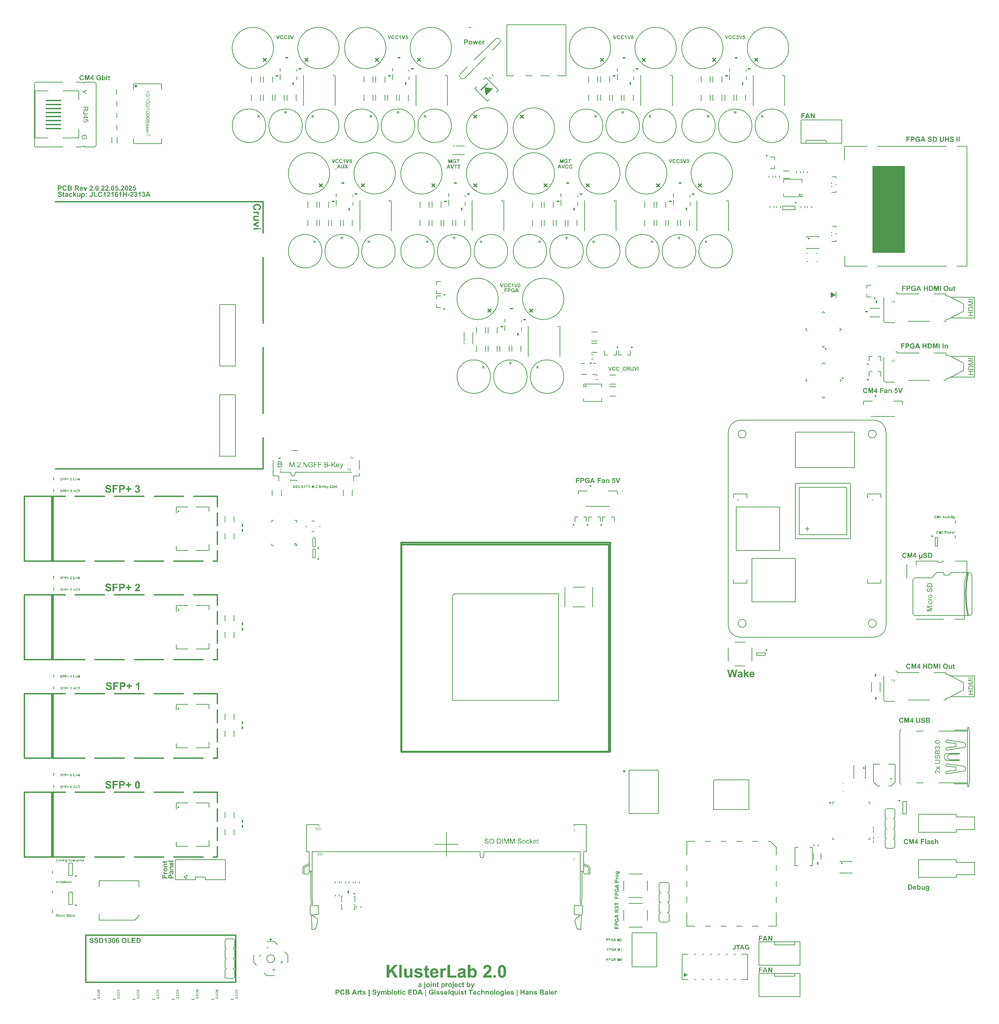
<source format=gto>
G04*
G04 #@! TF.GenerationSoftware,Altium Limited,Altium Designer,22.10.1 (41)*
G04*
G04 Layer_Color=65535*
%FSLAX43Y43*%
%MOMM*%
G71*
G04*
G04 #@! TF.SameCoordinates,B9F26087-2B66-42AB-B32E-372D1BB95FEE*
G04*
G04*
G04 #@! TF.FilePolarity,Positive*
G04*
G01*
G75*
%ADD10C,0.250*%
%ADD11C,0.200*%
%ADD12C,0.300*%
%ADD13C,0.100*%
%ADD14C,0.254*%
%ADD15C,0.500*%
%ADD16C,0.400*%
%ADD17C,0.127*%
%ADD18R,0.200X1.600*%
%ADD19R,0.200X0.600*%
G04:AMPARAMS|DCode=20|XSize=0.25mm|YSize=1.25mm|CornerRadius=0mm|HoleSize=0mm|Usage=FLASHONLY|Rotation=315.000|XOffset=0mm|YOffset=0mm|HoleType=Round|Shape=Rectangle|*
%AMROTATEDRECTD20*
4,1,4,-0.530,-0.354,0.354,0.530,0.530,0.354,-0.354,-0.530,-0.530,-0.354,0.0*
%
%ADD20ROTATEDRECTD20*%

G04:AMPARAMS|DCode=21|XSize=0.25mm|YSize=1.25mm|CornerRadius=0mm|HoleSize=0mm|Usage=FLASHONLY|Rotation=45.000|XOffset=0mm|YOffset=0mm|HoleType=Round|Shape=Rectangle|*
%AMROTATEDRECTD21*
4,1,4,0.354,-0.530,-0.530,0.354,-0.354,0.530,0.530,-0.354,0.354,-0.530,0.0*
%
%ADD21ROTATEDRECTD21*%

%ADD22R,0.250X1.400*%
%ADD23R,1.600X0.200*%
%ADD24R,0.300X0.750*%
%ADD25R,0.750X0.300*%
%ADD26R,4.000X0.400*%
%ADD27R,0.200X1.600*%
%ADD28R,0.600X0.200*%
G04:AMPARAMS|DCode=29|XSize=0.25mm|YSize=2.5mm|CornerRadius=0mm|HoleSize=0mm|Usage=FLASHONLY|Rotation=315.000|XOffset=0mm|YOffset=0mm|HoleType=Round|Shape=Rectangle|*
%AMROTATEDRECTD29*
4,1,4,-0.972,-0.795,0.795,0.972,0.972,0.795,-0.795,-0.972,-0.972,-0.795,0.0*
%
%ADD29ROTATEDRECTD29*%

%ADD30R,0.250X1.550*%
G04:AMPARAMS|DCode=31|XSize=0.2mm|YSize=0.6mm|CornerRadius=0mm|HoleSize=0mm|Usage=FLASHONLY|Rotation=45.000|XOffset=0mm|YOffset=0mm|HoleType=Round|Shape=Rectangle|*
%AMROTATEDRECTD31*
4,1,4,0.141,-0.283,-0.283,0.141,-0.141,0.283,0.283,-0.141,0.141,-0.283,0.0*
%
%ADD31ROTATEDRECTD31*%

G36*
X161200Y6900D02*
X160200Y6400D01*
Y7400D01*
X161200Y6900D01*
D02*
G37*
G36*
X57450Y137700D02*
X57750Y138220D01*
X58050Y137700D01*
X57450Y137700D01*
D02*
G37*
G36*
X110040Y229789D02*
X111808Y231557D01*
X109687Y231910D01*
X110040Y229789D01*
D02*
G37*
G36*
X197447Y180029D02*
Y178479D01*
X198697Y179254D01*
X197447Y180029D01*
D02*
G37*
G36*
X208089Y189940D02*
Y211940D01*
X216289D01*
Y189940D01*
X208089D01*
D02*
G37*
G36*
X101845Y4867D02*
X101599D01*
Y5094D01*
X101845D01*
Y4867D01*
D02*
G37*
G36*
X96277D02*
X96031D01*
Y5094D01*
X96277D01*
Y4867D01*
D02*
G37*
G36*
X94681D02*
X94435D01*
Y5094D01*
X94681D01*
Y4867D01*
D02*
G37*
G36*
X100271Y4761D02*
X100292Y4757D01*
X100318Y4752D01*
X100345Y4742D01*
X100373Y4731D01*
X100403Y4715D01*
X100325Y4502D01*
X100323Y4504D01*
X100314Y4507D01*
X100303Y4515D01*
X100288Y4522D01*
X100269Y4530D01*
X100251Y4537D01*
X100231Y4541D01*
X100210Y4542D01*
X100203D01*
X100192Y4541D01*
X100181Y4539D01*
X100168Y4535D01*
X100153Y4530D01*
X100138Y4522D01*
X100123Y4513D01*
X100121Y4511D01*
X100118Y4507D01*
X100110Y4500D01*
X100103Y4489D01*
X100094Y4476D01*
X100084Y4457D01*
X100075Y4435D01*
X100068Y4409D01*
Y4405D01*
X100066Y4400D01*
X100064Y4394D01*
Y4385D01*
X100062Y4374D01*
X100060Y4359D01*
X100058Y4342D01*
X100056Y4324D01*
X100055Y4300D01*
X100053Y4276D01*
Y4246D01*
X100051Y4215D01*
X100049Y4180D01*
Y4141D01*
Y4098D01*
Y3813D01*
X99803D01*
Y4742D01*
X100031D01*
Y4611D01*
X100032Y4613D01*
X100040Y4624D01*
X100051Y4641D01*
X100066Y4661D01*
X100081Y4681D01*
X100099Y4702D01*
X100116Y4720D01*
X100134Y4733D01*
X100136Y4735D01*
X100142Y4739D01*
X100153Y4742D01*
X100166Y4748D01*
X100181Y4754D01*
X100199Y4759D01*
X100218Y4761D01*
X100240Y4763D01*
X100255D01*
X100271Y4761D01*
D02*
G37*
G36*
X99258D02*
X99271Y4759D01*
X99288Y4755D01*
X99307Y4752D01*
X99325Y4746D01*
X99347Y4741D01*
X99368Y4731D01*
X99392Y4722D01*
X99414Y4709D01*
X99438Y4694D01*
X99460Y4678D01*
X99482Y4657D01*
X99505Y4635D01*
X99507Y4633D01*
X99510Y4629D01*
X99516Y4622D01*
X99523Y4611D01*
X99531Y4600D01*
X99540Y4583D01*
X99551Y4565D01*
X99562Y4544D01*
X99571Y4520D01*
X99582Y4494D01*
X99592Y4465D01*
X99601Y4433D01*
X99607Y4398D01*
X99612Y4363D01*
X99616Y4322D01*
X99618Y4281D01*
Y4280D01*
Y4272D01*
Y4259D01*
X99616Y4242D01*
X99614Y4224D01*
X99612Y4202D01*
X99608Y4176D01*
X99603Y4150D01*
X99590Y4091D01*
X99581Y4061D01*
X99570Y4031D01*
X99557Y4002D01*
X99540Y3974D01*
X99523Y3946D01*
X99503Y3920D01*
X99501Y3918D01*
X99497Y3915D01*
X99492Y3909D01*
X99482Y3900D01*
X99471Y3891D01*
X99458Y3880D01*
X99444Y3868D01*
X99427Y3857D01*
X99407Y3844D01*
X99386Y3833D01*
X99340Y3813D01*
X99314Y3804D01*
X99286Y3798D01*
X99258Y3794D01*
X99229Y3793D01*
X99216D01*
X99201Y3794D01*
X99183Y3796D01*
X99160Y3800D01*
X99136Y3806D01*
X99112Y3813D01*
X99088Y3822D01*
X99086Y3824D01*
X99077Y3828D01*
X99066Y3837D01*
X99049Y3848D01*
X99029Y3861D01*
X99008Y3880D01*
X98984Y3902D01*
X98958Y3928D01*
Y3457D01*
X98712D01*
Y4742D01*
X98942D01*
Y4605D01*
X98944Y4609D01*
X98949Y4617D01*
X98960Y4629D01*
X98973Y4646D01*
X98990Y4665D01*
X99012Y4683D01*
X99034Y4702D01*
X99062Y4718D01*
X99066Y4720D01*
X99075Y4726D01*
X99092Y4733D01*
X99112Y4741D01*
X99136Y4748D01*
X99166Y4755D01*
X99197Y4761D01*
X99231Y4763D01*
X99245D01*
X99258Y4761D01*
D02*
G37*
G36*
X97090D02*
X97110Y4759D01*
X97133Y4755D01*
X97157Y4750D01*
X97183Y4742D01*
X97209Y4733D01*
X97212Y4731D01*
X97220Y4728D01*
X97233Y4722D01*
X97248Y4713D01*
X97264Y4702D01*
X97281Y4689D01*
X97298Y4674D01*
X97312Y4657D01*
X97314Y4655D01*
X97318Y4650D01*
X97323Y4641D01*
X97331Y4628D01*
X97340Y4613D01*
X97348Y4594D01*
X97355Y4576D01*
X97360Y4554D01*
Y4552D01*
X97362Y4542D01*
X97366Y4530D01*
X97368Y4511D01*
X97372Y4489D01*
X97373Y4459D01*
X97375Y4428D01*
Y4389D01*
Y3813D01*
X97129D01*
Y4285D01*
Y4287D01*
Y4292D01*
Y4300D01*
Y4309D01*
Y4322D01*
Y4335D01*
X97127Y4367D01*
X97125Y4398D01*
X97122Y4431D01*
X97118Y4459D01*
X97116Y4470D01*
X97112Y4480D01*
Y4481D01*
X97109Y4487D01*
X97105Y4494D01*
X97099Y4505D01*
X97083Y4528D01*
X97073Y4539D01*
X97061Y4548D01*
X97059Y4550D01*
X97055Y4552D01*
X97048Y4555D01*
X97036Y4561D01*
X97023Y4567D01*
X97010Y4570D01*
X96994Y4572D01*
X96975Y4574D01*
X96964D01*
X96953Y4572D01*
X96938Y4570D01*
X96920Y4565D01*
X96901Y4559D01*
X96881Y4550D01*
X96861Y4539D01*
X96859Y4537D01*
X96853Y4533D01*
X96844Y4524D01*
X96833Y4515D01*
X96822Y4500D01*
X96811Y4485D01*
X96799Y4465D01*
X96792Y4444D01*
Y4442D01*
X96788Y4433D01*
X96786Y4418D01*
X96783Y4396D01*
X96781Y4383D01*
X96779Y4367D01*
X96777Y4350D01*
Y4330D01*
X96775Y4309D01*
X96773Y4285D01*
Y4259D01*
Y4231D01*
Y3813D01*
X96527D01*
Y4742D01*
X96755D01*
Y4605D01*
X96757Y4607D01*
X96761Y4613D01*
X96768Y4620D01*
X96777Y4629D01*
X96788Y4642D01*
X96803Y4655D01*
X96820Y4670D01*
X96838Y4685D01*
X96859Y4698D01*
X96883Y4713D01*
X96907Y4726D01*
X96935Y4739D01*
X96964Y4748D01*
X96994Y4755D01*
X97027Y4761D01*
X97061Y4763D01*
X97073D01*
X97090Y4761D01*
D02*
G37*
G36*
X103519D02*
X103534D01*
X103551Y4759D01*
X103569Y4757D01*
X103589Y4754D01*
X103632Y4744D01*
X103676Y4731D01*
X103721Y4713D01*
X103762Y4689D01*
X103764D01*
X103765Y4685D01*
X103771Y4681D01*
X103778Y4676D01*
X103795Y4659D01*
X103817Y4635D01*
X103841Y4604D01*
X103865Y4567D01*
X103888Y4522D01*
X103906Y4470D01*
X103664Y4426D01*
Y4430D01*
X103662Y4437D01*
X103658Y4450D01*
X103652Y4467D01*
X103643Y4483D01*
X103634Y4502D01*
X103621Y4518D01*
X103606Y4533D01*
X103604Y4535D01*
X103599Y4539D01*
X103589Y4544D01*
X103576Y4552D01*
X103560Y4559D01*
X103541Y4565D01*
X103519Y4568D01*
X103495Y4570D01*
X103491D01*
X103480Y4568D01*
X103464Y4567D01*
X103441Y4563D01*
X103419Y4554D01*
X103395Y4542D01*
X103371Y4528D01*
X103349Y4505D01*
X103347Y4502D01*
X103341Y4492D01*
X103332Y4478D01*
X103323Y4455D01*
X103312Y4426D01*
X103308Y4409D01*
X103304Y4391D01*
X103301Y4368D01*
X103297Y4346D01*
X103295Y4320D01*
Y4294D01*
Y4292D01*
Y4287D01*
Y4278D01*
X103297Y4267D01*
Y4254D01*
X103299Y4239D01*
X103302Y4202D01*
X103308Y4163D01*
X103319Y4124D01*
X103332Y4089D01*
X103341Y4074D01*
X103351Y4059D01*
X103352Y4055D01*
X103362Y4048D01*
X103373Y4039D01*
X103389Y4026D01*
X103412Y4013D01*
X103436Y4004D01*
X103465Y3996D01*
X103499Y3993D01*
X103510D01*
X103523Y3994D01*
X103539Y3998D01*
X103558Y4002D01*
X103576Y4009D01*
X103595Y4018D01*
X103614Y4031D01*
X103615Y4033D01*
X103621Y4039D01*
X103628Y4048D01*
X103639Y4063D01*
X103651Y4081D01*
X103660Y4105D01*
X103671Y4135D01*
X103678Y4168D01*
X103919Y4128D01*
Y4126D01*
X103917Y4120D01*
X103915Y4111D01*
X103912Y4100D01*
X103906Y4087D01*
X103901Y4070D01*
X103886Y4033D01*
X103867Y3993D01*
X103841Y3952D01*
X103810Y3911D01*
X103791Y3893D01*
X103773Y3876D01*
X103771D01*
X103767Y3872D01*
X103762Y3868D01*
X103754Y3863D01*
X103743Y3857D01*
X103730Y3850D01*
X103715Y3843D01*
X103697Y3835D01*
X103678Y3826D01*
X103656Y3818D01*
X103634Y3811D01*
X103608Y3806D01*
X103580Y3800D01*
X103551Y3796D01*
X103521Y3794D01*
X103488Y3793D01*
X103467D01*
X103454Y3794D01*
X103438Y3796D01*
X103417Y3800D01*
X103395Y3804D01*
X103371Y3809D01*
X103345Y3815D01*
X103319Y3824D01*
X103291Y3833D01*
X103265Y3846D01*
X103238Y3861D01*
X103212Y3878D01*
X103188Y3898D01*
X103164Y3920D01*
X103162Y3922D01*
X103158Y3926D01*
X103152Y3933D01*
X103145Y3944D01*
X103136Y3957D01*
X103125Y3972D01*
X103115Y3991D01*
X103104Y4013D01*
X103091Y4037D01*
X103082Y4063D01*
X103071Y4093D01*
X103062Y4124D01*
X103054Y4159D01*
X103049Y4194D01*
X103045Y4235D01*
X103043Y4276D01*
Y4278D01*
Y4285D01*
Y4298D01*
X103045Y4313D01*
X103047Y4333D01*
X103049Y4355D01*
X103052Y4380D01*
X103058Y4407D01*
X103073Y4465D01*
X103082Y4494D01*
X103093Y4524D01*
X103108Y4554D01*
X103125Y4581D01*
X103143Y4607D01*
X103164Y4633D01*
X103165Y4635D01*
X103169Y4639D01*
X103177Y4644D01*
X103186Y4654D01*
X103199Y4663D01*
X103214Y4674D01*
X103230Y4687D01*
X103251Y4698D01*
X103273Y4711D01*
X103297Y4722D01*
X103325Y4733D01*
X103354Y4742D01*
X103384Y4752D01*
X103419Y4757D01*
X103454Y4761D01*
X103491Y4763D01*
X103508D01*
X103519Y4761D01*
D02*
G37*
G36*
X106793Y3846D02*
X106734Y3687D01*
X106732Y3683D01*
X106728Y3674D01*
X106721Y3659D01*
X106713Y3641D01*
X106704Y3620D01*
X106693Y3600D01*
X106682Y3581D01*
X106671Y3563D01*
X106669Y3561D01*
X106665Y3556D01*
X106660Y3548D01*
X106652Y3537D01*
X106632Y3515D01*
X106604Y3493D01*
X106602Y3491D01*
X106597Y3489D01*
X106589Y3483D01*
X106578Y3478D01*
X106565Y3472D01*
X106550Y3465D01*
X106532Y3457D01*
X106511Y3452D01*
X106510D01*
X106502Y3450D01*
X106491Y3446D01*
X106474Y3444D01*
X106456Y3441D01*
X106435Y3437D01*
X106411Y3435D01*
X106374D01*
X106360Y3437D01*
X106343D01*
X106321Y3439D01*
X106298Y3443D01*
X106248Y3452D01*
X106226Y3644D01*
X106228D01*
X106235Y3643D01*
X106247Y3641D01*
X106261Y3639D01*
X106276Y3635D01*
X106295Y3633D01*
X106330Y3631D01*
X106345D01*
X106360Y3635D01*
X106378Y3639D01*
X106398Y3644D01*
X106419Y3654D01*
X106439Y3667D01*
X106456Y3683D01*
X106458Y3685D01*
X106463Y3693D01*
X106471Y3704D01*
X106480Y3718D01*
X106489Y3737D01*
X106500Y3759D01*
X106510Y3783D01*
X106519Y3811D01*
X106167Y4742D01*
X106428D01*
X106648Y4081D01*
X106867Y4742D01*
X107121D01*
X106793Y3846D01*
D02*
G37*
G36*
X96277Y3813D02*
X96031D01*
Y4742D01*
X96277D01*
Y3813D01*
D02*
G37*
G36*
X93348Y4761D02*
X93363D01*
X93400Y4757D01*
X93439Y4754D01*
X93479Y4746D01*
X93518Y4735D01*
X93535Y4729D01*
X93552Y4722D01*
X93553D01*
X93555Y4720D01*
X93565Y4715D01*
X93579Y4707D01*
X93596Y4696D01*
X93616Y4681D01*
X93635Y4665D01*
X93652Y4644D01*
X93666Y4624D01*
X93668Y4620D01*
X93672Y4613D01*
X93678Y4596D01*
X93679Y4587D01*
X93683Y4574D01*
X93687Y4561D01*
X93689Y4544D01*
X93692Y4526D01*
X93694Y4505D01*
X93696Y4483D01*
X93698Y4459D01*
X93700Y4433D01*
Y4404D01*
X93696Y4117D01*
Y4115D01*
Y4111D01*
Y4105D01*
Y4096D01*
Y4074D01*
X93698Y4048D01*
Y4018D01*
X93702Y3989D01*
X93703Y3959D01*
X93707Y3935D01*
Y3933D01*
X93709Y3926D01*
X93713Y3913D01*
X93716Y3898D01*
X93724Y3880D01*
X93731Y3859D01*
X93740Y3837D01*
X93752Y3813D01*
X93509D01*
Y3815D01*
X93507Y3817D01*
X93505Y3824D01*
X93502Y3831D01*
X93498Y3841D01*
X93494Y3854D01*
X93491Y3868D01*
X93485Y3885D01*
Y3887D01*
X93483Y3889D01*
X93481Y3896D01*
X93478Y3905D01*
X93476Y3913D01*
X93472Y3911D01*
X93465Y3904D01*
X93452Y3893D01*
X93435Y3880D01*
X93415Y3865D01*
X93392Y3848D01*
X93366Y3835D01*
X93341Y3822D01*
X93337Y3820D01*
X93328Y3818D01*
X93313Y3813D01*
X93294Y3807D01*
X93272Y3802D01*
X93246Y3798D01*
X93216Y3794D01*
X93187Y3793D01*
X93174D01*
X93163Y3794D01*
X93152D01*
X93137Y3796D01*
X93105Y3802D01*
X93068Y3811D01*
X93031Y3824D01*
X92994Y3843D01*
X92961Y3868D01*
Y3870D01*
X92957Y3872D01*
X92948Y3883D01*
X92935Y3900D01*
X92920Y3922D01*
X92905Y3950D01*
X92892Y3983D01*
X92883Y4022D01*
X92881Y4043D01*
X92879Y4065D01*
Y4068D01*
Y4078D01*
X92881Y4093D01*
X92885Y4111D01*
X92889Y4133D01*
X92894Y4155D01*
X92904Y4180D01*
X92916Y4204D01*
X92918Y4207D01*
X92924Y4215D01*
X92931Y4226D01*
X92944Y4239D01*
X92957Y4254D01*
X92976Y4270D01*
X92996Y4285D01*
X93020Y4298D01*
X93024Y4300D01*
X93033Y4304D01*
X93048Y4309D01*
X93070Y4318D01*
X93098Y4328D01*
X93131Y4337D01*
X93172Y4346D01*
X93216Y4355D01*
X93218D01*
X93224Y4357D01*
X93233Y4359D01*
X93244Y4361D01*
X93259Y4363D01*
X93276Y4367D01*
X93313Y4376D01*
X93352Y4385D01*
X93392Y4394D01*
X93428Y4405D01*
X93444Y4411D01*
X93457Y4417D01*
Y4441D01*
Y4444D01*
Y4452D01*
X93455Y4465D01*
X93453Y4481D01*
X93448Y4498D01*
X93442Y4515D01*
X93433Y4530D01*
X93420Y4542D01*
X93418Y4544D01*
X93413Y4548D01*
X93403Y4552D01*
X93391Y4559D01*
X93372Y4565D01*
X93350Y4568D01*
X93322Y4572D01*
X93289Y4574D01*
X93278D01*
X93266Y4572D01*
X93252Y4570D01*
X93235Y4567D01*
X93216Y4563D01*
X93200Y4555D01*
X93185Y4546D01*
X93183Y4544D01*
X93179Y4541D01*
X93172Y4535D01*
X93165Y4526D01*
X93154Y4513D01*
X93144Y4496D01*
X93135Y4478D01*
X93126Y4455D01*
X92905Y4496D01*
Y4498D01*
X92907Y4502D01*
X92909Y4509D01*
X92913Y4518D01*
X92916Y4530D01*
X92922Y4542D01*
X92935Y4572D01*
X92954Y4604D01*
X92976Y4637D01*
X93002Y4668D01*
X93033Y4696D01*
X93035D01*
X93037Y4700D01*
X93042Y4702D01*
X93050Y4707D01*
X93061Y4711D01*
X93072Y4717D01*
X93087Y4724D01*
X93102Y4729D01*
X93120Y4735D01*
X93141Y4742D01*
X93163Y4748D01*
X93189Y4752D01*
X93215Y4757D01*
X93244Y4759D01*
X93274Y4763D01*
X93335D01*
X93348Y4761D01*
D02*
G37*
G36*
X105424Y4633D02*
X105426Y4635D01*
X105430Y4639D01*
X105436Y4644D01*
X105445Y4654D01*
X105456Y4663D01*
X105469Y4674D01*
X105484Y4687D01*
X105500Y4698D01*
X105539Y4722D01*
X105586Y4742D01*
X105610Y4752D01*
X105637Y4757D01*
X105665Y4761D01*
X105693Y4763D01*
X105710D01*
X105721Y4761D01*
X105736Y4759D01*
X105752Y4755D01*
X105771Y4752D01*
X105793Y4748D01*
X105837Y4733D01*
X105860Y4722D01*
X105884Y4711D01*
X105908Y4696D01*
X105930Y4679D01*
X105952Y4661D01*
X105974Y4639D01*
X105976Y4637D01*
X105980Y4633D01*
X105985Y4626D01*
X105993Y4617D01*
X106000Y4604D01*
X106010Y4589D01*
X106021Y4570D01*
X106032Y4550D01*
X106041Y4526D01*
X106052Y4500D01*
X106061Y4470D01*
X106071Y4439D01*
X106076Y4405D01*
X106082Y4368D01*
X106085Y4330D01*
X106087Y4287D01*
Y4285D01*
Y4276D01*
Y4265D01*
X106085Y4248D01*
X106084Y4228D01*
X106082Y4205D01*
X106078Y4180D01*
X106073Y4152D01*
X106060Y4093D01*
X106050Y4063D01*
X106039Y4031D01*
X106026Y4002D01*
X106010Y3972D01*
X105993Y3946D01*
X105973Y3920D01*
X105971Y3918D01*
X105967Y3915D01*
X105961Y3909D01*
X105952Y3900D01*
X105941Y3891D01*
X105928Y3880D01*
X105913Y3868D01*
X105897Y3857D01*
X105876Y3844D01*
X105856Y3833D01*
X105808Y3813D01*
X105782Y3804D01*
X105756Y3798D01*
X105726Y3794D01*
X105697Y3793D01*
X105684D01*
X105667Y3794D01*
X105647Y3798D01*
X105623Y3802D01*
X105597Y3809D01*
X105569Y3818D01*
X105539Y3831D01*
X105536Y3833D01*
X105526Y3839D01*
X105511Y3848D01*
X105493Y3861D01*
X105473Y3878D01*
X105450Y3896D01*
X105428Y3920D01*
X105406Y3948D01*
Y3813D01*
X105178D01*
Y5094D01*
X105424D01*
Y4633D01*
D02*
G37*
G36*
X104352Y4742D02*
X104521D01*
Y4546D01*
X104352D01*
Y4170D01*
Y4168D01*
Y4165D01*
Y4159D01*
Y4152D01*
Y4133D01*
Y4111D01*
X104354Y4089D01*
Y4067D01*
Y4050D01*
X104356Y4043D01*
Y4039D01*
X104358Y4035D01*
X104362Y4028D01*
X104367Y4018D01*
X104378Y4007D01*
X104382Y4005D01*
X104389Y4002D01*
X104402Y3998D01*
X104419Y3996D01*
X104426D01*
X104434Y3998D01*
X104445Y4000D01*
X104460Y4002D01*
X104476Y4005D01*
X104497Y4011D01*
X104519Y4018D01*
X104541Y3828D01*
X104539D01*
X104537Y3826D01*
X104526Y3822D01*
X104508Y3817D01*
X104484Y3811D01*
X104456Y3804D01*
X104423Y3798D01*
X104386Y3794D01*
X104347Y3793D01*
X104336D01*
X104323Y3794D01*
X104306Y3796D01*
X104288Y3798D01*
X104267Y3802D01*
X104247Y3807D01*
X104226Y3815D01*
X104225Y3817D01*
X104217Y3818D01*
X104208Y3824D01*
X104197Y3830D01*
X104171Y3848D01*
X104158Y3859D01*
X104147Y3872D01*
X104145Y3874D01*
X104143Y3880D01*
X104139Y3887D01*
X104134Y3898D01*
X104128Y3911D01*
X104123Y3928D01*
X104117Y3946D01*
X104113Y3967D01*
Y3968D01*
X104112Y3976D01*
Y3987D01*
X104110Y4005D01*
X104108Y4030D01*
Y4059D01*
X104106Y4076D01*
Y4096D01*
Y4117D01*
Y4141D01*
Y4546D01*
X103993D01*
Y4742D01*
X104106D01*
Y4928D01*
X104352Y5072D01*
Y4742D01*
D02*
G37*
G36*
X102490Y4761D02*
X102506Y4759D01*
X102527Y4755D01*
X102549Y4752D01*
X102573Y4746D01*
X102599Y4739D01*
X102625Y4729D01*
X102653Y4718D01*
X102680Y4704D01*
X102706Y4689D01*
X102732Y4670D01*
X102758Y4648D01*
X102780Y4624D01*
X102782Y4622D01*
X102786Y4618D01*
X102791Y4609D01*
X102799Y4598D01*
X102808Y4583D01*
X102817Y4567D01*
X102828Y4544D01*
X102840Y4520D01*
X102851Y4492D01*
X102862Y4461D01*
X102871Y4428D01*
X102880Y4389D01*
X102888Y4348D01*
X102893Y4304D01*
X102897Y4257D01*
Y4205D01*
X102282D01*
Y4204D01*
Y4200D01*
Y4194D01*
X102284Y4187D01*
X102286Y4168D01*
X102290Y4143D01*
X102297Y4117D01*
X102308Y4087D01*
X102321Y4059D01*
X102340Y4035D01*
X102341Y4033D01*
X102351Y4026D01*
X102362Y4017D01*
X102378Y4005D01*
X102399Y3994D01*
X102425Y3985D01*
X102453Y3978D01*
X102482Y3976D01*
X102491D01*
X102503Y3978D01*
X102515Y3980D01*
X102530Y3983D01*
X102547Y3989D01*
X102564Y3996D01*
X102578Y4007D01*
X102580Y4009D01*
X102586Y4013D01*
X102593Y4020D01*
X102601Y4031D01*
X102612Y4046D01*
X102621Y4063D01*
X102630Y4085D01*
X102640Y4109D01*
X102884Y4068D01*
Y4067D01*
X102882Y4063D01*
X102878Y4055D01*
X102875Y4046D01*
X102869Y4035D01*
X102864Y4022D01*
X102847Y3993D01*
X102827Y3959D01*
X102801Y3924D01*
X102769Y3893D01*
X102734Y3863D01*
X102732D01*
X102730Y3859D01*
X102723Y3857D01*
X102715Y3852D01*
X102706Y3846D01*
X102693Y3841D01*
X102680Y3835D01*
X102664Y3828D01*
X102627Y3815D01*
X102584Y3804D01*
X102534Y3796D01*
X102480Y3793D01*
X102469D01*
X102458Y3794D01*
X102441D01*
X102421Y3798D01*
X102397Y3802D01*
X102371Y3806D01*
X102345Y3813D01*
X102316Y3820D01*
X102286Y3831D01*
X102256Y3844D01*
X102227Y3859D01*
X102197Y3878D01*
X102169Y3898D01*
X102145Y3922D01*
X102121Y3950D01*
X102119Y3952D01*
X102117Y3955D01*
X102114Y3963D01*
X102106Y3972D01*
X102101Y3985D01*
X102093Y4000D01*
X102084Y4017D01*
X102077Y4037D01*
X102067Y4059D01*
X102060Y4083D01*
X102051Y4109D01*
X102045Y4139D01*
X102040Y4168D01*
X102034Y4200D01*
X102032Y4235D01*
X102030Y4270D01*
Y4272D01*
Y4280D01*
Y4292D01*
X102032Y4309D01*
X102034Y4328D01*
X102036Y4350D01*
X102040Y4374D01*
X102045Y4402D01*
X102060Y4459D01*
X102069Y4489D01*
X102080Y4520D01*
X102095Y4550D01*
X102112Y4578D01*
X102130Y4605D01*
X102151Y4631D01*
X102153Y4633D01*
X102156Y4637D01*
X102164Y4644D01*
X102173Y4652D01*
X102184Y4661D01*
X102199Y4672D01*
X102216Y4685D01*
X102234Y4698D01*
X102254Y4709D01*
X102278Y4722D01*
X102303Y4733D01*
X102330Y4742D01*
X102358Y4750D01*
X102390Y4757D01*
X102421Y4761D01*
X102454Y4763D01*
X102475D01*
X102490Y4761D01*
D02*
G37*
G36*
X100966D02*
X100984Y4759D01*
X101005Y4755D01*
X101029Y4752D01*
X101053Y4746D01*
X101080Y4739D01*
X101108Y4729D01*
X101136Y4718D01*
X101166Y4705D01*
X101195Y4689D01*
X101223Y4670D01*
X101251Y4650D01*
X101277Y4626D01*
X101279Y4624D01*
X101282Y4620D01*
X101290Y4611D01*
X101297Y4602D01*
X101308Y4587D01*
X101319Y4572D01*
X101332Y4552D01*
X101345Y4531D01*
X101356Y4507D01*
X101369Y4481D01*
X101380Y4452D01*
X101392Y4422D01*
X101399Y4389D01*
X101406Y4355D01*
X101410Y4318D01*
X101412Y4280D01*
Y4278D01*
Y4270D01*
Y4259D01*
X101410Y4244D01*
X101408Y4226D01*
X101404Y4205D01*
X101401Y4181D01*
X101395Y4157D01*
X101388Y4130D01*
X101379Y4102D01*
X101367Y4072D01*
X101354Y4043D01*
X101338Y4013D01*
X101319Y3985D01*
X101299Y3957D01*
X101275Y3930D01*
X101273Y3928D01*
X101269Y3924D01*
X101262Y3917D01*
X101251Y3907D01*
X101238Y3898D01*
X101221Y3887D01*
X101203Y3874D01*
X101182Y3861D01*
X101158Y3848D01*
X101132Y3835D01*
X101105Y3824D01*
X101073Y3815D01*
X101042Y3806D01*
X101006Y3798D01*
X100971Y3794D01*
X100932Y3793D01*
X100919D01*
X100910Y3794D01*
X100899D01*
X100886Y3796D01*
X100855Y3800D01*
X100816Y3807D01*
X100775Y3817D01*
X100732Y3831D01*
X100688Y3850D01*
X100686D01*
X100682Y3852D01*
X100677Y3855D01*
X100669Y3861D01*
X100649Y3874D01*
X100623Y3893D01*
X100595Y3917D01*
X100566Y3946D01*
X100538Y3980D01*
X100512Y4018D01*
Y4020D01*
X100510Y4024D01*
X100506Y4030D01*
X100503Y4039D01*
X100499Y4050D01*
X100493Y4063D01*
X100488Y4078D01*
X100482Y4094D01*
X100477Y4113D01*
X100471Y4133D01*
X100462Y4180D01*
X100455Y4233D01*
X100453Y4291D01*
Y4292D01*
Y4296D01*
Y4304D01*
X100455Y4311D01*
Y4322D01*
X100456Y4335D01*
X100460Y4367D01*
X100468Y4402D01*
X100479Y4441D01*
X100492Y4483D01*
X100512Y4526D01*
Y4528D01*
X100516Y4531D01*
X100518Y4537D01*
X100523Y4544D01*
X100538Y4565D01*
X100556Y4591D01*
X100580Y4618D01*
X100610Y4648D01*
X100643Y4676D01*
X100682Y4702D01*
X100684D01*
X100688Y4704D01*
X100693Y4707D01*
X100703Y4711D01*
X100712Y4717D01*
X100725Y4720D01*
X100740Y4726D01*
X100755Y4733D01*
X100792Y4744D01*
X100834Y4754D01*
X100880Y4761D01*
X100930Y4763D01*
X100951D01*
X100966Y4761D01*
D02*
G37*
G36*
X97883Y4742D02*
X98051D01*
Y4546D01*
X97883D01*
Y4170D01*
Y4168D01*
Y4165D01*
Y4159D01*
Y4152D01*
Y4133D01*
Y4111D01*
X97884Y4089D01*
Y4067D01*
Y4050D01*
X97886Y4043D01*
Y4039D01*
X97888Y4035D01*
X97892Y4028D01*
X97897Y4018D01*
X97909Y4007D01*
X97912Y4005D01*
X97920Y4002D01*
X97933Y3998D01*
X97949Y3996D01*
X97957D01*
X97964Y3998D01*
X97975Y4000D01*
X97990Y4002D01*
X98007Y4005D01*
X98027Y4011D01*
X98049Y4018D01*
X98072Y3828D01*
X98070D01*
X98068Y3826D01*
X98057Y3822D01*
X98038Y3817D01*
X98014Y3811D01*
X97986Y3804D01*
X97953Y3798D01*
X97916Y3794D01*
X97877Y3793D01*
X97866D01*
X97853Y3794D01*
X97836Y3796D01*
X97818Y3798D01*
X97797Y3802D01*
X97777Y3807D01*
X97757Y3815D01*
X97755Y3817D01*
X97747Y3818D01*
X97738Y3824D01*
X97727Y3830D01*
X97701Y3848D01*
X97688Y3859D01*
X97677Y3872D01*
X97675Y3874D01*
X97673Y3880D01*
X97670Y3887D01*
X97664Y3898D01*
X97659Y3911D01*
X97653Y3928D01*
X97647Y3946D01*
X97644Y3967D01*
Y3968D01*
X97642Y3976D01*
Y3987D01*
X97640Y4005D01*
X97638Y4030D01*
Y4059D01*
X97636Y4076D01*
Y4096D01*
Y4117D01*
Y4141D01*
Y4546D01*
X97523D01*
Y4742D01*
X97636D01*
Y4928D01*
X97883Y5072D01*
Y4742D01*
D02*
G37*
G36*
X95394Y4761D02*
X95413Y4759D01*
X95433Y4755D01*
X95457Y4752D01*
X95481Y4746D01*
X95509Y4739D01*
X95537Y4729D01*
X95564Y4718D01*
X95594Y4705D01*
X95624Y4689D01*
X95651Y4670D01*
X95679Y4650D01*
X95705Y4626D01*
X95707Y4624D01*
X95711Y4620D01*
X95718Y4611D01*
X95725Y4602D01*
X95737Y4587D01*
X95748Y4572D01*
X95761Y4552D01*
X95774Y4531D01*
X95785Y4507D01*
X95798Y4481D01*
X95809Y4452D01*
X95820Y4422D01*
X95827Y4389D01*
X95835Y4355D01*
X95838Y4318D01*
X95840Y4280D01*
Y4278D01*
Y4270D01*
Y4259D01*
X95838Y4244D01*
X95837Y4226D01*
X95833Y4205D01*
X95829Y4181D01*
X95824Y4157D01*
X95816Y4130D01*
X95807Y4102D01*
X95796Y4072D01*
X95783Y4043D01*
X95766Y4013D01*
X95748Y3985D01*
X95727Y3957D01*
X95703Y3930D01*
X95701Y3928D01*
X95698Y3924D01*
X95690Y3917D01*
X95679Y3907D01*
X95666Y3898D01*
X95650Y3887D01*
X95631Y3874D01*
X95611Y3861D01*
X95587Y3848D01*
X95561Y3835D01*
X95533Y3824D01*
X95501Y3815D01*
X95470Y3806D01*
X95435Y3798D01*
X95400Y3794D01*
X95361Y3793D01*
X95348D01*
X95338Y3794D01*
X95327D01*
X95314Y3796D01*
X95283Y3800D01*
X95244Y3807D01*
X95203Y3817D01*
X95161Y3831D01*
X95116Y3850D01*
X95114D01*
X95111Y3852D01*
X95105Y3855D01*
X95098Y3861D01*
X95077Y3874D01*
X95051Y3893D01*
X95024Y3917D01*
X94994Y3946D01*
X94966Y3980D01*
X94940Y4018D01*
Y4020D01*
X94938Y4024D01*
X94935Y4030D01*
X94931Y4039D01*
X94927Y4050D01*
X94922Y4063D01*
X94916Y4078D01*
X94911Y4094D01*
X94905Y4113D01*
X94900Y4133D01*
X94890Y4180D01*
X94883Y4233D01*
X94881Y4291D01*
Y4292D01*
Y4296D01*
Y4304D01*
X94883Y4311D01*
Y4322D01*
X94885Y4335D01*
X94888Y4367D01*
X94896Y4402D01*
X94907Y4441D01*
X94920Y4483D01*
X94940Y4526D01*
Y4528D01*
X94944Y4531D01*
X94946Y4537D01*
X94951Y4544D01*
X94966Y4565D01*
X94985Y4591D01*
X95009Y4618D01*
X95038Y4648D01*
X95072Y4676D01*
X95111Y4702D01*
X95113D01*
X95116Y4704D01*
X95122Y4707D01*
X95131Y4711D01*
X95140Y4717D01*
X95153Y4720D01*
X95168Y4726D01*
X95183Y4733D01*
X95220Y4744D01*
X95263Y4754D01*
X95309Y4761D01*
X95359Y4763D01*
X95379D01*
X95394Y4761D01*
D02*
G37*
G36*
X101845Y3841D02*
Y3839D01*
Y3833D01*
Y3824D01*
Y3813D01*
Y3798D01*
X101843Y3781D01*
X101841Y3744D01*
X101840Y3704D01*
X101836Y3661D01*
X101829Y3624D01*
X101825Y3607D01*
X101821Y3593D01*
X101819Y3589D01*
X101816Y3580D01*
X101810Y3567D01*
X101801Y3550D01*
X101788Y3531D01*
X101773Y3513D01*
X101753Y3494D01*
X101730Y3478D01*
X101727Y3476D01*
X101719Y3470D01*
X101704Y3465D01*
X101686Y3457D01*
X101662Y3448D01*
X101632Y3443D01*
X101601Y3437D01*
X101564Y3435D01*
X101549D01*
X101540Y3437D01*
X101529D01*
X101514Y3439D01*
X101484Y3443D01*
X101482D01*
X101477Y3444D01*
X101469Y3446D01*
X101458Y3448D01*
X101443Y3450D01*
X101429Y3454D01*
X101393Y3463D01*
X101438Y3672D01*
X101442D01*
X101449Y3670D01*
X101458Y3668D01*
X101469Y3667D01*
X101471D01*
X101479Y3665D01*
X101488Y3663D01*
X101503D01*
X101510Y3665D01*
X101519D01*
X101538Y3670D01*
X101558Y3680D01*
X101560D01*
X101562Y3683D01*
X101571Y3691D01*
X101582Y3704D01*
X101590Y3720D01*
Y3722D01*
X101592Y3726D01*
X101593Y3733D01*
X101595Y3746D01*
Y3763D01*
X101597Y3785D01*
X101599Y3800D01*
Y3817D01*
Y3833D01*
Y3854D01*
Y4742D01*
X101845D01*
Y3841D01*
D02*
G37*
G36*
X94681D02*
Y3839D01*
Y3833D01*
Y3824D01*
Y3813D01*
Y3798D01*
X94679Y3781D01*
X94677Y3744D01*
X94676Y3704D01*
X94672Y3661D01*
X94664Y3624D01*
X94661Y3607D01*
X94657Y3593D01*
X94655Y3589D01*
X94651Y3580D01*
X94646Y3567D01*
X94637Y3550D01*
X94624Y3531D01*
X94609Y3513D01*
X94589Y3494D01*
X94566Y3478D01*
X94563Y3476D01*
X94555Y3470D01*
X94540Y3465D01*
X94522Y3457D01*
X94498Y3448D01*
X94468Y3443D01*
X94437Y3437D01*
X94400Y3435D01*
X94385D01*
X94376Y3437D01*
X94364D01*
X94350Y3439D01*
X94320Y3443D01*
X94318D01*
X94313Y3444D01*
X94305Y3446D01*
X94294Y3448D01*
X94279Y3450D01*
X94264Y3454D01*
X94229Y3463D01*
X94274Y3672D01*
X94277D01*
X94285Y3670D01*
X94294Y3668D01*
X94305Y3667D01*
X94307D01*
X94314Y3665D01*
X94324Y3663D01*
X94339D01*
X94346Y3665D01*
X94355D01*
X94374Y3670D01*
X94394Y3680D01*
X94396D01*
X94398Y3683D01*
X94407Y3691D01*
X94418Y3704D01*
X94426Y3720D01*
Y3722D01*
X94427Y3726D01*
X94429Y3733D01*
X94431Y3746D01*
Y3763D01*
X94433Y3785D01*
X94435Y3800D01*
Y3817D01*
Y3833D01*
Y3854D01*
Y4742D01*
X94681D01*
Y3841D01*
D02*
G37*
G36*
X126231Y2927D02*
X125984D01*
Y3155D01*
X126231D01*
Y2927D01*
D02*
G37*
G36*
X115076D02*
X114830D01*
Y3155D01*
X115076D01*
Y2927D01*
D02*
G37*
G36*
X103431D02*
X103185D01*
Y3155D01*
X103431D01*
Y2927D01*
D02*
G37*
G36*
X97258D02*
X97011D01*
Y3155D01*
X97258D01*
Y2927D01*
D02*
G37*
G36*
X88596D02*
X88349D01*
Y3155D01*
X88596D01*
Y2927D01*
D02*
G37*
G36*
X86407D02*
X86161D01*
Y3155D01*
X86407D01*
Y2927D01*
D02*
G37*
G36*
X81772Y3177D02*
X81793Y3175D01*
X81817Y3173D01*
X81841Y3170D01*
X81869Y3166D01*
X81928Y3153D01*
X81957Y3144D01*
X81987Y3134D01*
X82017Y3122D01*
X82044Y3107D01*
X82070Y3090D01*
X82094Y3072D01*
X82096Y3070D01*
X82100Y3066D01*
X82106Y3060D01*
X82113Y3053D01*
X82122Y3042D01*
X82133Y3029D01*
X82144Y3014D01*
X82157Y2997D01*
X82169Y2977D01*
X82180Y2957D01*
X82191Y2933D01*
X82200Y2907D01*
X82209Y2881D01*
X82217Y2851D01*
X82222Y2822D01*
X82224Y2788D01*
X81965Y2779D01*
Y2781D01*
Y2783D01*
X81961Y2796D01*
X81957Y2812D01*
X81950Y2833D01*
X81941Y2857D01*
X81928Y2879D01*
X81911Y2901D01*
X81893Y2920D01*
X81891Y2922D01*
X81883Y2927D01*
X81870Y2934D01*
X81852Y2942D01*
X81830Y2949D01*
X81802Y2957D01*
X81769Y2962D01*
X81730Y2964D01*
X81711D01*
X81691Y2962D01*
X81667Y2959D01*
X81639Y2953D01*
X81609Y2944D01*
X81582Y2933D01*
X81556Y2916D01*
X81554Y2914D01*
X81550Y2910D01*
X81543Y2905D01*
X81535Y2896D01*
X81528Y2884D01*
X81520Y2870D01*
X81517Y2855D01*
X81515Y2836D01*
Y2835D01*
Y2829D01*
X81517Y2820D01*
X81520Y2810D01*
X81524Y2797D01*
X81530Y2784D01*
X81539Y2772D01*
X81552Y2759D01*
X81554Y2757D01*
X81563Y2751D01*
X81569Y2747D01*
X81578Y2744D01*
X81587Y2738D01*
X81600Y2733D01*
X81615Y2727D01*
X81632Y2720D01*
X81652Y2712D01*
X81672Y2705D01*
X81698Y2697D01*
X81726Y2690D01*
X81756Y2683D01*
X81789Y2673D01*
X81791D01*
X81798Y2672D01*
X81807Y2670D01*
X81820Y2666D01*
X81835Y2662D01*
X81854Y2657D01*
X81874Y2651D01*
X81894Y2646D01*
X81939Y2631D01*
X81985Y2616D01*
X82030Y2599D01*
X82048Y2590D01*
X82067Y2581D01*
X82069D01*
X82070Y2579D01*
X82081Y2572D01*
X82098Y2560D01*
X82119Y2546D01*
X82141Y2527D01*
X82165Y2505D01*
X82189Y2479D01*
X82209Y2449D01*
X82211Y2446D01*
X82217Y2435D01*
X82226Y2418D01*
X82235Y2394D01*
X82244Y2364D01*
X82254Y2329D01*
X82259Y2290D01*
X82261Y2246D01*
Y2244D01*
Y2240D01*
Y2235D01*
Y2227D01*
X82259Y2218D01*
X82257Y2205D01*
X82254Y2179D01*
X82246Y2146D01*
X82235Y2111D01*
X82219Y2075D01*
X82198Y2038D01*
Y2036D01*
X82194Y2035D01*
X82187Y2023D01*
X82172Y2005D01*
X82154Y1985D01*
X82130Y1961D01*
X82098Y1938D01*
X82065Y1916D01*
X82024Y1896D01*
X82022D01*
X82019Y1894D01*
X82013Y1892D01*
X82004Y1888D01*
X81993Y1885D01*
X81980Y1881D01*
X81965Y1877D01*
X81948Y1873D01*
X81928Y1868D01*
X81907Y1864D01*
X81859Y1857D01*
X81806Y1851D01*
X81746Y1849D01*
X81722D01*
X81706Y1851D01*
X81685Y1853D01*
X81663Y1855D01*
X81637Y1859D01*
X81609Y1864D01*
X81548Y1877D01*
X81517Y1886D01*
X81487Y1896D01*
X81456Y1909D01*
X81426Y1923D01*
X81398Y1940D01*
X81372Y1961D01*
X81370Y1962D01*
X81367Y1966D01*
X81359Y1972D01*
X81352Y1981D01*
X81341Y1994D01*
X81330Y2009D01*
X81317Y2025D01*
X81304Y2044D01*
X81291Y2066D01*
X81278Y2090D01*
X81265Y2118D01*
X81252Y2148D01*
X81243Y2179D01*
X81232Y2214D01*
X81224Y2251D01*
X81219Y2290D01*
X81470Y2314D01*
Y2312D01*
X81472Y2309D01*
Y2301D01*
X81474Y2294D01*
X81482Y2272D01*
X81491Y2244D01*
X81502Y2212D01*
X81519Y2181D01*
X81537Y2153D01*
X81561Y2127D01*
X81565Y2125D01*
X81574Y2118D01*
X81589Y2109D01*
X81611Y2098D01*
X81639Y2086D01*
X81670Y2077D01*
X81707Y2070D01*
X81750Y2068D01*
X81770D01*
X81793Y2072D01*
X81820Y2075D01*
X81850Y2081D01*
X81882Y2090D01*
X81911Y2103D01*
X81937Y2120D01*
X81941Y2122D01*
X81948Y2129D01*
X81957Y2140D01*
X81970Y2155D01*
X81981Y2173D01*
X81993Y2196D01*
X82000Y2218D01*
X82002Y2244D01*
Y2246D01*
Y2251D01*
X82000Y2260D01*
X81998Y2272D01*
X81994Y2283D01*
X81991Y2296D01*
X81983Y2309D01*
X81974Y2322D01*
X81972Y2323D01*
X81969Y2327D01*
X81963Y2333D01*
X81954Y2340D01*
X81941Y2349D01*
X81924Y2359D01*
X81906Y2368D01*
X81882Y2377D01*
X81880D01*
X81872Y2381D01*
X81859Y2385D01*
X81850Y2388D01*
X81839Y2390D01*
X81826Y2394D01*
X81811Y2399D01*
X81794Y2403D01*
X81776Y2409D01*
X81754Y2414D01*
X81730Y2420D01*
X81704Y2427D01*
X81674Y2435D01*
X81672D01*
X81665Y2436D01*
X81654Y2440D01*
X81641Y2444D01*
X81624Y2449D01*
X81604Y2455D01*
X81583Y2462D01*
X81559Y2470D01*
X81511Y2488D01*
X81465Y2510D01*
X81441Y2522D01*
X81420Y2535D01*
X81400Y2547D01*
X81383Y2560D01*
X81382Y2562D01*
X81378Y2566D01*
X81372Y2572D01*
X81365Y2579D01*
X81356Y2590D01*
X81346Y2603D01*
X81335Y2616D01*
X81326Y2633D01*
X81304Y2672D01*
X81285Y2716D01*
X81278Y2740D01*
X81272Y2764D01*
X81269Y2792D01*
X81267Y2820D01*
Y2822D01*
Y2823D01*
Y2829D01*
Y2836D01*
X81270Y2855D01*
X81274Y2879D01*
X81280Y2907D01*
X81289Y2938D01*
X81302Y2972D01*
X81320Y3003D01*
Y3005D01*
X81322Y3007D01*
X81332Y3018D01*
X81343Y3033D01*
X81361Y3051D01*
X81383Y3072D01*
X81411Y3094D01*
X81443Y3114D01*
X81480Y3133D01*
X81482D01*
X81485Y3134D01*
X81491Y3136D01*
X81498Y3140D01*
X81509Y3144D01*
X81520Y3147D01*
X81535Y3151D01*
X81552Y3157D01*
X81589Y3164D01*
X81632Y3171D01*
X81680Y3177D01*
X81733Y3179D01*
X81756D01*
X81772Y3177D01*
D02*
G37*
G36*
X96250D02*
X96271Y3175D01*
X96295Y3173D01*
X96321Y3171D01*
X96349Y3166D01*
X96408Y3155D01*
X96469Y3136D01*
X96500Y3125D01*
X96530Y3112D01*
X96558Y3097D01*
X96584Y3079D01*
X96586Y3077D01*
X96589Y3075D01*
X96597Y3068D01*
X96606Y3060D01*
X96617Y3051D01*
X96628Y3038D01*
X96641Y3023D01*
X96656Y3007D01*
X96671Y2988D01*
X96686Y2968D01*
X96700Y2946D01*
X96713Y2920D01*
X96728Y2894D01*
X96739Y2866D01*
X96750Y2835D01*
X96758Y2803D01*
X96500Y2755D01*
Y2757D01*
X96499Y2759D01*
X96495Y2770D01*
X96487Y2786D01*
X96476Y2809D01*
X96463Y2833D01*
X96445Y2857D01*
X96423Y2881D01*
X96397Y2903D01*
X96393Y2905D01*
X96384Y2912D01*
X96367Y2922D01*
X96347Y2931D01*
X96319Y2942D01*
X96287Y2949D01*
X96252Y2957D01*
X96212Y2959D01*
X96195D01*
X96184Y2957D01*
X96169Y2955D01*
X96152Y2953D01*
X96134Y2949D01*
X96113Y2946D01*
X96071Y2933D01*
X96049Y2923D01*
X96026Y2912D01*
X96004Y2899D01*
X95982Y2886D01*
X95962Y2868D01*
X95941Y2849D01*
X95939Y2847D01*
X95937Y2844D01*
X95932Y2838D01*
X95926Y2829D01*
X95919Y2818D01*
X95910Y2805D01*
X95900Y2788D01*
X95893Y2770D01*
X95884Y2747D01*
X95875Y2723D01*
X95865Y2697D01*
X95858Y2670D01*
X95852Y2638D01*
X95847Y2603D01*
X95845Y2568D01*
X95843Y2529D01*
Y2527D01*
Y2520D01*
Y2507D01*
X95845Y2492D01*
X95847Y2472D01*
X95849Y2451D01*
X95852Y2425D01*
X95856Y2399D01*
X95867Y2344D01*
X95886Y2286D01*
X95897Y2259D01*
X95910Y2233D01*
X95926Y2207D01*
X95943Y2185D01*
X95945Y2183D01*
X95949Y2179D01*
X95954Y2173D01*
X95962Y2166D01*
X95973Y2159D01*
X95984Y2148D01*
X95999Y2138D01*
X96015Y2127D01*
X96034Y2116D01*
X96052Y2107D01*
X96099Y2088D01*
X96124Y2081D01*
X96150Y2075D01*
X96180Y2072D01*
X96210Y2070D01*
X96224D01*
X96239Y2072D01*
X96262Y2073D01*
X96286Y2077D01*
X96313Y2083D01*
X96343Y2090D01*
X96373Y2101D01*
X96374D01*
X96376Y2103D01*
X96386Y2107D01*
X96402Y2114D01*
X96421Y2123D01*
X96443Y2135D01*
X96467Y2148D01*
X96491Y2162D01*
X96513Y2179D01*
Y2344D01*
X96217D01*
Y2560D01*
X96774D01*
Y2046D01*
X96771Y2042D01*
X96765Y2038D01*
X96760Y2033D01*
X96750Y2025D01*
X96741Y2018D01*
X96715Y1999D01*
X96680Y1979D01*
X96639Y1955D01*
X96593Y1931D01*
X96537Y1909D01*
X96536D01*
X96530Y1907D01*
X96523Y1903D01*
X96511Y1899D01*
X96497Y1896D01*
X96480Y1890D01*
X96461Y1885D01*
X96441Y1879D01*
X96395Y1868D01*
X96341Y1859D01*
X96286Y1851D01*
X96226Y1849D01*
X96206D01*
X96193Y1851D01*
X96174D01*
X96154Y1853D01*
X96132Y1857D01*
X96106Y1861D01*
X96052Y1870D01*
X95993Y1885D01*
X95932Y1905D01*
X95904Y1918D01*
X95875Y1933D01*
X95873Y1935D01*
X95869Y1936D01*
X95860Y1942D01*
X95850Y1949D01*
X95837Y1957D01*
X95825Y1968D01*
X95808Y1981D01*
X95791Y1996D01*
X95754Y2029D01*
X95717Y2072D01*
X95682Y2120D01*
X95650Y2175D01*
Y2177D01*
X95647Y2183D01*
X95643Y2192D01*
X95639Y2203D01*
X95634Y2218D01*
X95626Y2235D01*
X95621Y2255D01*
X95613Y2277D01*
X95606Y2301D01*
X95600Y2329D01*
X95588Y2386D01*
X95580Y2449D01*
X95576Y2518D01*
Y2520D01*
Y2527D01*
Y2538D01*
X95578Y2551D01*
Y2570D01*
X95580Y2590D01*
X95584Y2612D01*
X95588Y2638D01*
X95597Y2692D01*
X95612Y2753D01*
X95632Y2814D01*
X95645Y2844D01*
X95660Y2873D01*
X95662Y2875D01*
X95663Y2881D01*
X95669Y2888D01*
X95675Y2899D01*
X95684Y2912D01*
X95695Y2927D01*
X95708Y2944D01*
X95721Y2962D01*
X95737Y2981D01*
X95756Y3001D01*
X95776Y3022D01*
X95799Y3042D01*
X95823Y3060D01*
X95847Y3081D01*
X95904Y3114D01*
X95906D01*
X95910Y3118D01*
X95917Y3120D01*
X95926Y3125D01*
X95939Y3129D01*
X95952Y3134D01*
X95971Y3140D01*
X95989Y3147D01*
X96010Y3153D01*
X96034Y3159D01*
X96060Y3164D01*
X96086Y3170D01*
X96145Y3177D01*
X96212Y3179D01*
X96234D01*
X96250Y3177D01*
D02*
G37*
G36*
X73716D02*
X73736Y3175D01*
X73758Y3171D01*
X73784Y3168D01*
X73812Y3162D01*
X73842Y3155D01*
X73873Y3146D01*
X73905Y3134D01*
X73938Y3120D01*
X73969Y3105D01*
X73999Y3086D01*
X74030Y3064D01*
X74058Y3040D01*
X74060D01*
X74062Y3036D01*
X74068Y3031D01*
X74073Y3025D01*
X74080Y3016D01*
X74088Y3005D01*
X74108Y2979D01*
X74129Y2946D01*
X74151Y2905D01*
X74171Y2859D01*
X74190Y2805D01*
X73934Y2744D01*
Y2746D01*
X73932Y2747D01*
Y2753D01*
X73929Y2760D01*
X73923Y2777D01*
X73914Y2799D01*
X73901Y2825D01*
X73884Y2851D01*
X73862Y2877D01*
X73838Y2899D01*
X73834Y2901D01*
X73825Y2909D01*
X73810Y2918D01*
X73790Y2929D01*
X73764Y2940D01*
X73734Y2949D01*
X73701Y2957D01*
X73664Y2959D01*
X73651D01*
X73640Y2957D01*
X73629Y2955D01*
X73614Y2953D01*
X73582Y2946D01*
X73545Y2933D01*
X73506Y2914D01*
X73486Y2903D01*
X73468Y2890D01*
X73449Y2873D01*
X73432Y2855D01*
Y2853D01*
X73429Y2849D01*
X73425Y2844D01*
X73419Y2835D01*
X73412Y2823D01*
X73405Y2810D01*
X73397Y2794D01*
X73390Y2775D01*
X73381Y2753D01*
X73373Y2729D01*
X73366Y2701D01*
X73358Y2672D01*
X73353Y2638D01*
X73349Y2603D01*
X73347Y2564D01*
X73345Y2522D01*
Y2520D01*
Y2510D01*
Y2497D01*
X73347Y2483D01*
Y2462D01*
X73351Y2438D01*
X73353Y2414D01*
X73356Y2386D01*
X73368Y2329D01*
X73382Y2272D01*
X73392Y2244D01*
X73405Y2218D01*
X73418Y2194D01*
X73432Y2173D01*
X73434Y2172D01*
X73436Y2170D01*
X73442Y2164D01*
X73449Y2157D01*
X73468Y2142D01*
X73493Y2123D01*
X73525Y2103D01*
X73564Y2088D01*
X73608Y2075D01*
X73632Y2073D01*
X73658Y2072D01*
X73668D01*
X73675Y2073D01*
X73695Y2075D01*
X73719Y2079D01*
X73745Y2088D01*
X73775Y2099D01*
X73805Y2114D01*
X73834Y2136D01*
X73838Y2140D01*
X73847Y2149D01*
X73860Y2164D01*
X73875Y2186D01*
X73893Y2216D01*
X73910Y2251D01*
X73927Y2294D01*
X73942Y2344D01*
X74193Y2266D01*
Y2264D01*
X74192Y2257D01*
X74188Y2246D01*
X74182Y2231D01*
X74175Y2214D01*
X74168Y2194D01*
X74158Y2172D01*
X74147Y2148D01*
X74121Y2098D01*
X74088Y2046D01*
X74047Y1996D01*
X74025Y1973D01*
X74001Y1953D01*
X73999Y1951D01*
X73995Y1949D01*
X73988Y1944D01*
X73977Y1936D01*
X73964Y1929D01*
X73947Y1922D01*
X73929Y1912D01*
X73908Y1903D01*
X73884Y1892D01*
X73858Y1883D01*
X73830Y1875D01*
X73801Y1868D01*
X73769Y1861D01*
X73734Y1855D01*
X73699Y1853D01*
X73660Y1851D01*
X73649D01*
X73636Y1853D01*
X73618Y1855D01*
X73597Y1857D01*
X73571Y1861D01*
X73543Y1866D01*
X73512Y1873D01*
X73481Y1883D01*
X73447Y1894D01*
X73412Y1909D01*
X73377Y1925D01*
X73342Y1944D01*
X73306Y1968D01*
X73273Y1994D01*
X73242Y2025D01*
X73240Y2027D01*
X73234Y2033D01*
X73227Y2044D01*
X73216Y2057D01*
X73205Y2075D01*
X73190Y2096D01*
X73175Y2122D01*
X73160Y2151D01*
X73145Y2183D01*
X73131Y2218D01*
X73116Y2259D01*
X73105Y2301D01*
X73094Y2346D01*
X73086Y2396D01*
X73081Y2447D01*
X73079Y2503D01*
Y2505D01*
Y2507D01*
Y2518D01*
X73081Y2535D01*
Y2557D01*
X73084Y2583D01*
X73088Y2614D01*
X73092Y2647D01*
X73099Y2686D01*
X73108Y2725D01*
X73119Y2766D01*
X73132Y2807D01*
X73149Y2849D01*
X73168Y2890D01*
X73190Y2929D01*
X73214Y2966D01*
X73244Y3001D01*
X73245Y3003D01*
X73251Y3009D01*
X73260Y3018D01*
X73273Y3029D01*
X73290Y3042D01*
X73310Y3057D01*
X73332Y3073D01*
X73360Y3090D01*
X73390Y3107D01*
X73421Y3123D01*
X73458Y3138D01*
X73495Y3151D01*
X73538Y3162D01*
X73581Y3171D01*
X73629Y3177D01*
X73677Y3179D01*
X73699D01*
X73716Y3177D01*
D02*
G37*
G36*
X84553Y2822D02*
X84578Y2818D01*
X84605Y2812D01*
X84633Y2805D01*
X84663Y2796D01*
X84690Y2781D01*
X84694Y2779D01*
X84702Y2773D01*
X84715Y2764D01*
X84731Y2751D01*
X84748Y2733D01*
X84766Y2712D01*
X84783Y2688D01*
X84798Y2659D01*
X84800Y2657D01*
X84802Y2647D01*
X84805Y2633D01*
X84811Y2612D01*
X84816Y2586D01*
X84820Y2553D01*
X84822Y2512D01*
X84824Y2466D01*
Y1873D01*
X84578D01*
Y2403D01*
Y2405D01*
Y2409D01*
Y2416D01*
Y2425D01*
X84576Y2449D01*
X84574Y2477D01*
X84572Y2507D01*
X84566Y2536D01*
X84561Y2562D01*
X84555Y2572D01*
X84552Y2581D01*
X84550Y2583D01*
X84544Y2590D01*
X84537Y2597D01*
X84526Y2609D01*
X84511Y2618D01*
X84492Y2627D01*
X84470Y2633D01*
X84446Y2635D01*
X84437D01*
X84428Y2633D01*
X84415Y2631D01*
X84400Y2627D01*
X84383Y2622D01*
X84365Y2614D01*
X84348Y2603D01*
X84346Y2601D01*
X84341Y2597D01*
X84333Y2590D01*
X84324Y2579D01*
X84313Y2566D01*
X84302Y2551D01*
X84292Y2533D01*
X84283Y2510D01*
Y2507D01*
X84279Y2499D01*
X84278Y2485D01*
X84274Y2464D01*
X84270Y2436D01*
X84268Y2403D01*
X84265Y2364D01*
Y2318D01*
Y1873D01*
X84018D01*
Y2381D01*
Y2383D01*
Y2386D01*
Y2394D01*
Y2403D01*
Y2425D01*
X84016Y2453D01*
X84015Y2483D01*
X84013Y2510D01*
X84009Y2536D01*
X84005Y2547D01*
X84004Y2555D01*
Y2557D01*
X84002Y2562D01*
X83998Y2570D01*
X83994Y2577D01*
X83981Y2597D01*
X83972Y2607D01*
X83963Y2614D01*
X83961Y2616D01*
X83957Y2618D01*
X83952Y2622D01*
X83944Y2625D01*
X83933Y2629D01*
X83920Y2631D01*
X83905Y2635D01*
X83879D01*
X83868Y2633D01*
X83855Y2631D01*
X83839Y2627D01*
X83822Y2622D01*
X83805Y2614D01*
X83787Y2603D01*
X83785Y2601D01*
X83779Y2597D01*
X83772Y2590D01*
X83763Y2581D01*
X83752Y2568D01*
X83741Y2553D01*
X83731Y2535D01*
X83722Y2514D01*
Y2512D01*
X83718Y2503D01*
X83717Y2488D01*
X83713Y2470D01*
X83709Y2442D01*
X83707Y2410D01*
X83704Y2370D01*
Y2323D01*
Y1873D01*
X83457D01*
Y2803D01*
X83683D01*
Y2675D01*
X83685Y2677D01*
X83689Y2681D01*
X83696Y2688D01*
X83705Y2699D01*
X83717Y2710D01*
X83729Y2722D01*
X83746Y2736D01*
X83765Y2749D01*
X83785Y2762D01*
X83807Y2777D01*
X83855Y2801D01*
X83883Y2810D01*
X83911Y2818D01*
X83941Y2822D01*
X83972Y2823D01*
X83987D01*
X84004Y2822D01*
X84024Y2820D01*
X84048Y2814D01*
X84074Y2809D01*
X84100Y2799D01*
X84126Y2786D01*
X84129Y2784D01*
X84137Y2779D01*
X84150Y2772D01*
X84165Y2759D01*
X84181Y2742D01*
X84200Y2723D01*
X84218Y2699D01*
X84235Y2673D01*
X84239Y2677D01*
X84246Y2686D01*
X84257Y2699D01*
X84274Y2716D01*
X84294Y2735D01*
X84316Y2753D01*
X84341Y2772D01*
X84366Y2786D01*
X84370Y2788D01*
X84379Y2792D01*
X84394Y2797D01*
X84413Y2805D01*
X84435Y2812D01*
X84461Y2818D01*
X84489Y2822D01*
X84518Y2823D01*
X84535D01*
X84553Y2822D01*
D02*
G37*
G36*
X127938D02*
X127958Y2818D01*
X127984Y2812D01*
X128012Y2803D01*
X128040Y2792D01*
X128069Y2775D01*
X127992Y2562D01*
X127990Y2564D01*
X127980Y2568D01*
X127969Y2575D01*
X127955Y2583D01*
X127936Y2590D01*
X127917Y2597D01*
X127897Y2601D01*
X127877Y2603D01*
X127869D01*
X127858Y2601D01*
X127847Y2599D01*
X127834Y2596D01*
X127819Y2590D01*
X127805Y2583D01*
X127790Y2573D01*
X127788Y2572D01*
X127784Y2568D01*
X127777Y2560D01*
X127769Y2549D01*
X127760Y2536D01*
X127751Y2518D01*
X127742Y2496D01*
X127734Y2470D01*
Y2466D01*
X127732Y2460D01*
X127730Y2455D01*
Y2446D01*
X127729Y2435D01*
X127727Y2420D01*
X127725Y2403D01*
X127723Y2385D01*
X127721Y2360D01*
X127719Y2336D01*
Y2307D01*
X127718Y2275D01*
X127716Y2240D01*
Y2201D01*
Y2159D01*
Y1873D01*
X127469D01*
Y2803D01*
X127697D01*
Y2672D01*
X127699Y2673D01*
X127706Y2685D01*
X127718Y2701D01*
X127732Y2722D01*
X127747Y2742D01*
X127766Y2762D01*
X127782Y2781D01*
X127801Y2794D01*
X127803Y2796D01*
X127808Y2799D01*
X127819Y2803D01*
X127832Y2809D01*
X127847Y2814D01*
X127866Y2820D01*
X127884Y2822D01*
X127906Y2823D01*
X127921D01*
X127938Y2822D01*
D02*
G37*
G36*
X77956D02*
X77976Y2818D01*
X78002Y2812D01*
X78030Y2803D01*
X78058Y2792D01*
X78087Y2775D01*
X78010Y2562D01*
X78008Y2564D01*
X77999Y2568D01*
X77987Y2575D01*
X77973Y2583D01*
X77954Y2590D01*
X77936Y2597D01*
X77915Y2601D01*
X77895Y2603D01*
X77887D01*
X77876Y2601D01*
X77865Y2599D01*
X77852Y2596D01*
X77837Y2590D01*
X77823Y2583D01*
X77808Y2573D01*
X77806Y2572D01*
X77802Y2568D01*
X77795Y2560D01*
X77787Y2549D01*
X77778Y2536D01*
X77769Y2518D01*
X77760Y2496D01*
X77752Y2470D01*
Y2466D01*
X77750Y2460D01*
X77749Y2455D01*
Y2446D01*
X77747Y2435D01*
X77745Y2420D01*
X77743Y2403D01*
X77741Y2385D01*
X77739Y2360D01*
X77738Y2336D01*
Y2307D01*
X77736Y2275D01*
X77734Y2240D01*
Y2201D01*
Y2159D01*
Y1873D01*
X77488D01*
Y2803D01*
X77715D01*
Y2672D01*
X77717Y2673D01*
X77725Y2685D01*
X77736Y2701D01*
X77750Y2722D01*
X77765Y2742D01*
X77784Y2762D01*
X77800Y2781D01*
X77819Y2794D01*
X77821Y2796D01*
X77826Y2799D01*
X77837Y2803D01*
X77850Y2809D01*
X77865Y2814D01*
X77884Y2820D01*
X77902Y2822D01*
X77925Y2823D01*
X77939D01*
X77956Y2822D01*
D02*
G37*
G36*
X121668D02*
X121688Y2820D01*
X121711Y2816D01*
X121735Y2810D01*
X121761Y2803D01*
X121787Y2794D01*
X121790Y2792D01*
X121798Y2788D01*
X121811Y2783D01*
X121826Y2773D01*
X121842Y2762D01*
X121859Y2749D01*
X121876Y2735D01*
X121890Y2718D01*
X121892Y2716D01*
X121896Y2710D01*
X121901Y2701D01*
X121909Y2688D01*
X121918Y2673D01*
X121926Y2655D01*
X121933Y2636D01*
X121938Y2614D01*
Y2612D01*
X121940Y2603D01*
X121944Y2590D01*
X121946Y2572D01*
X121950Y2549D01*
X121951Y2520D01*
X121953Y2488D01*
Y2449D01*
Y1873D01*
X121707D01*
Y2346D01*
Y2348D01*
Y2353D01*
Y2360D01*
Y2370D01*
Y2383D01*
Y2396D01*
X121705Y2427D01*
X121703Y2459D01*
X121700Y2492D01*
X121696Y2520D01*
X121694Y2531D01*
X121690Y2540D01*
Y2542D01*
X121687Y2547D01*
X121683Y2555D01*
X121677Y2566D01*
X121661Y2588D01*
X121651Y2599D01*
X121639Y2609D01*
X121637Y2610D01*
X121633Y2612D01*
X121626Y2616D01*
X121614Y2622D01*
X121601Y2627D01*
X121589Y2631D01*
X121572Y2633D01*
X121553Y2635D01*
X121542D01*
X121531Y2633D01*
X121516Y2631D01*
X121498Y2625D01*
X121479Y2620D01*
X121459Y2610D01*
X121439Y2599D01*
X121437Y2597D01*
X121431Y2594D01*
X121422Y2585D01*
X121411Y2575D01*
X121400Y2560D01*
X121389Y2546D01*
X121377Y2525D01*
X121370Y2505D01*
Y2503D01*
X121366Y2494D01*
X121364Y2479D01*
X121361Y2457D01*
X121359Y2444D01*
X121357Y2427D01*
X121355Y2410D01*
Y2390D01*
X121353Y2370D01*
X121352Y2346D01*
Y2320D01*
Y2292D01*
Y1873D01*
X121105D01*
Y2803D01*
X121333D01*
Y2666D01*
X121335Y2668D01*
X121339Y2673D01*
X121346Y2681D01*
X121355Y2690D01*
X121366Y2703D01*
X121381Y2716D01*
X121398Y2731D01*
X121416Y2746D01*
X121437Y2759D01*
X121461Y2773D01*
X121485Y2786D01*
X121513Y2799D01*
X121542Y2809D01*
X121572Y2816D01*
X121605Y2822D01*
X121639Y2823D01*
X121651D01*
X121668Y2822D01*
D02*
G37*
G36*
X110516D02*
X110536Y2820D01*
X110558Y2816D01*
X110582Y2810D01*
X110608Y2803D01*
X110634Y2794D01*
X110638Y2792D01*
X110645Y2788D01*
X110658Y2783D01*
X110673Y2773D01*
X110690Y2762D01*
X110706Y2749D01*
X110723Y2735D01*
X110738Y2718D01*
X110740Y2716D01*
X110743Y2710D01*
X110749Y2701D01*
X110756Y2688D01*
X110766Y2673D01*
X110773Y2655D01*
X110780Y2636D01*
X110786Y2614D01*
Y2612D01*
X110788Y2603D01*
X110791Y2590D01*
X110793Y2572D01*
X110797Y2549D01*
X110799Y2520D01*
X110801Y2488D01*
Y2449D01*
Y1873D01*
X110554D01*
Y2346D01*
Y2348D01*
Y2353D01*
Y2360D01*
Y2370D01*
Y2383D01*
Y2396D01*
X110553Y2427D01*
X110551Y2459D01*
X110547Y2492D01*
X110543Y2520D01*
X110542Y2531D01*
X110538Y2540D01*
Y2542D01*
X110534Y2547D01*
X110530Y2555D01*
X110525Y2566D01*
X110508Y2588D01*
X110499Y2599D01*
X110486Y2609D01*
X110484Y2610D01*
X110480Y2612D01*
X110473Y2616D01*
X110462Y2622D01*
X110449Y2627D01*
X110436Y2631D01*
X110419Y2633D01*
X110401Y2635D01*
X110390D01*
X110379Y2633D01*
X110364Y2631D01*
X110345Y2625D01*
X110327Y2620D01*
X110306Y2610D01*
X110286Y2599D01*
X110284Y2597D01*
X110279Y2594D01*
X110269Y2585D01*
X110258Y2575D01*
X110247Y2560D01*
X110236Y2546D01*
X110225Y2525D01*
X110217Y2505D01*
Y2503D01*
X110214Y2494D01*
X110212Y2479D01*
X110208Y2457D01*
X110206Y2444D01*
X110205Y2427D01*
X110203Y2410D01*
Y2390D01*
X110201Y2370D01*
X110199Y2346D01*
Y2320D01*
Y2292D01*
Y1873D01*
X109953D01*
Y2803D01*
X110180D01*
Y2666D01*
X110182Y2668D01*
X110186Y2673D01*
X110193Y2681D01*
X110203Y2690D01*
X110214Y2703D01*
X110229Y2716D01*
X110245Y2731D01*
X110264Y2746D01*
X110284Y2759D01*
X110308Y2773D01*
X110332Y2786D01*
X110360Y2799D01*
X110390Y2809D01*
X110419Y2816D01*
X110453Y2822D01*
X110486Y2823D01*
X110499D01*
X110516Y2822D01*
D02*
G37*
G36*
X119846Y1873D02*
X119587D01*
Y2435D01*
X119081D01*
Y1873D01*
X118822D01*
Y3155D01*
X119081D01*
Y2651D01*
X119587D01*
Y3155D01*
X119846D01*
Y1873D01*
D02*
G37*
G36*
X122587Y2822D02*
X122605Y2820D01*
X122625Y2818D01*
X122648Y2816D01*
X122694Y2809D01*
X122740Y2797D01*
X122785Y2781D01*
X122805Y2772D01*
X122824Y2760D01*
X122825D01*
X122827Y2757D01*
X122838Y2749D01*
X122855Y2735D01*
X122874Y2714D01*
X122896Y2690D01*
X122916Y2659D01*
X122937Y2622D01*
X122951Y2579D01*
X122720Y2536D01*
Y2538D01*
X122716Y2546D01*
X122712Y2555D01*
X122707Y2566D01*
X122700Y2581D01*
X122688Y2594D01*
X122677Y2607D01*
X122662Y2618D01*
X122661Y2620D01*
X122655Y2623D01*
X122646Y2627D01*
X122633Y2633D01*
X122616Y2638D01*
X122596Y2644D01*
X122572Y2646D01*
X122544Y2647D01*
X122527D01*
X122511Y2646D01*
X122490Y2644D01*
X122466Y2640D01*
X122444Y2636D01*
X122424Y2629D01*
X122405Y2620D01*
X122403D01*
X122401Y2616D01*
X122392Y2607D01*
X122381Y2590D01*
X122379Y2581D01*
X122377Y2570D01*
Y2568D01*
Y2566D01*
X122381Y2555D01*
X122388Y2540D01*
X122394Y2533D01*
X122401Y2525D01*
X122403Y2523D01*
X122411Y2522D01*
X122414Y2518D01*
X122422Y2516D01*
X122431Y2512D01*
X122442Y2507D01*
X122457Y2503D01*
X122472Y2497D01*
X122490Y2492D01*
X122512Y2486D01*
X122537Y2479D01*
X122564Y2472D01*
X122596Y2464D01*
X122631Y2455D01*
X122633D01*
X122640Y2453D01*
X122650Y2451D01*
X122662Y2447D01*
X122679Y2442D01*
X122698Y2438D01*
X122738Y2425D01*
X122785Y2409D01*
X122829Y2390D01*
X122851Y2379D01*
X122872Y2370D01*
X122888Y2357D01*
X122905Y2346D01*
X122909Y2342D01*
X122918Y2335D01*
X122929Y2320D01*
X122944Y2299D01*
X122959Y2273D01*
X122970Y2242D01*
X122979Y2205D01*
X122983Y2164D01*
Y2162D01*
Y2159D01*
Y2151D01*
X122981Y2142D01*
X122979Y2133D01*
X122977Y2120D01*
X122970Y2088D01*
X122957Y2055D01*
X122948Y2036D01*
X122938Y2018D01*
X122925Y1999D01*
X122911Y1981D01*
X122894Y1962D01*
X122875Y1944D01*
X122874Y1942D01*
X122870Y1940D01*
X122864Y1936D01*
X122855Y1929D01*
X122844Y1923D01*
X122831Y1916D01*
X122814Y1907D01*
X122796Y1899D01*
X122775Y1890D01*
X122751Y1883D01*
X122725Y1873D01*
X122698Y1868D01*
X122666Y1862D01*
X122633Y1857D01*
X122598Y1855D01*
X122561Y1853D01*
X122542D01*
X122529Y1855D01*
X122512D01*
X122494Y1857D01*
X122474Y1859D01*
X122451Y1862D01*
X122403Y1872D01*
X122353Y1885D01*
X122303Y1903D01*
X122281Y1916D01*
X122259Y1929D01*
X122257Y1931D01*
X122253Y1933D01*
X122248Y1936D01*
X122242Y1944D01*
X122222Y1961D01*
X122200Y1985D01*
X122175Y2014D01*
X122153Y2049D01*
X122133Y2092D01*
X122116Y2138D01*
X122363Y2175D01*
Y2172D01*
X122366Y2164D01*
X122370Y2151D01*
X122375Y2135D01*
X122385Y2116D01*
X122396Y2099D01*
X122409Y2081D01*
X122425Y2066D01*
X122427Y2064D01*
X122435Y2060D01*
X122446Y2055D01*
X122461Y2049D01*
X122479Y2042D01*
X122503Y2036D01*
X122529Y2033D01*
X122561Y2031D01*
X122575D01*
X122594Y2033D01*
X122614Y2035D01*
X122637Y2038D01*
X122661Y2046D01*
X122683Y2053D01*
X122703Y2064D01*
X122705Y2066D01*
X122709Y2070D01*
X122714Y2075D01*
X122720Y2083D01*
X122725Y2092D01*
X122731Y2103D01*
X122735Y2116D01*
X122737Y2131D01*
Y2133D01*
Y2136D01*
X122735Y2148D01*
X122729Y2162D01*
X122718Y2177D01*
X122714Y2181D01*
X122709Y2183D01*
X122701Y2188D01*
X122690Y2192D01*
X122675Y2198D01*
X122659Y2203D01*
X122637Y2209D01*
X122633D01*
X122624Y2212D01*
X122609Y2216D01*
X122588Y2220D01*
X122564Y2225D01*
X122538Y2233D01*
X122509Y2240D01*
X122477Y2249D01*
X122412Y2268D01*
X122381Y2277D01*
X122351Y2288D01*
X122324Y2298D01*
X122298Y2309D01*
X122275Y2320D01*
X122259Y2329D01*
X122257Y2331D01*
X122253Y2333D01*
X122250Y2336D01*
X122242Y2344D01*
X122224Y2360D01*
X122205Y2385D01*
X122185Y2414D01*
X122166Y2449D01*
X122159Y2470D01*
X122155Y2492D01*
X122151Y2514D01*
X122150Y2538D01*
Y2540D01*
Y2544D01*
Y2549D01*
X122151Y2559D01*
X122153Y2568D01*
X122155Y2581D01*
X122161Y2609D01*
X122172Y2640D01*
X122190Y2673D01*
X122200Y2692D01*
X122213Y2709D01*
X122227Y2725D01*
X122244Y2740D01*
X122246Y2742D01*
X122248Y2744D01*
X122253Y2747D01*
X122263Y2753D01*
X122272Y2759D01*
X122285Y2766D01*
X122300Y2773D01*
X122316Y2783D01*
X122337Y2790D01*
X122359Y2797D01*
X122383Y2805D01*
X122409Y2810D01*
X122438Y2816D01*
X122470Y2820D01*
X122503Y2823D01*
X122572D01*
X122587Y2822D01*
D02*
G37*
G36*
X116709D02*
X116728Y2820D01*
X116748Y2818D01*
X116770Y2816D01*
X116817Y2809D01*
X116863Y2797D01*
X116908Y2781D01*
X116928Y2772D01*
X116946Y2760D01*
X116948D01*
X116950Y2757D01*
X116961Y2749D01*
X116978Y2735D01*
X116996Y2714D01*
X117019Y2690D01*
X117039Y2659D01*
X117059Y2622D01*
X117074Y2579D01*
X116843Y2536D01*
Y2538D01*
X116839Y2546D01*
X116835Y2555D01*
X116830Y2566D01*
X116822Y2581D01*
X116811Y2594D01*
X116800Y2607D01*
X116785Y2618D01*
X116783Y2620D01*
X116778Y2623D01*
X116769Y2627D01*
X116756Y2633D01*
X116739Y2638D01*
X116719Y2644D01*
X116695Y2646D01*
X116667Y2647D01*
X116650D01*
X116633Y2646D01*
X116613Y2644D01*
X116589Y2640D01*
X116567Y2636D01*
X116546Y2629D01*
X116528Y2620D01*
X116526D01*
X116524Y2616D01*
X116515Y2607D01*
X116504Y2590D01*
X116502Y2581D01*
X116500Y2570D01*
Y2568D01*
Y2566D01*
X116504Y2555D01*
X116511Y2540D01*
X116517Y2533D01*
X116524Y2525D01*
X116526Y2523D01*
X116533Y2522D01*
X116537Y2518D01*
X116545Y2516D01*
X116554Y2512D01*
X116565Y2507D01*
X116580Y2503D01*
X116595Y2497D01*
X116613Y2492D01*
X116635Y2486D01*
X116659Y2479D01*
X116687Y2472D01*
X116719Y2464D01*
X116754Y2455D01*
X116756D01*
X116763Y2453D01*
X116772Y2451D01*
X116785Y2447D01*
X116802Y2442D01*
X116820Y2438D01*
X116861Y2425D01*
X116908Y2409D01*
X116952Y2390D01*
X116974Y2379D01*
X116995Y2370D01*
X117011Y2357D01*
X117028Y2346D01*
X117032Y2342D01*
X117041Y2335D01*
X117052Y2320D01*
X117067Y2299D01*
X117082Y2273D01*
X117093Y2242D01*
X117102Y2205D01*
X117106Y2164D01*
Y2162D01*
Y2159D01*
Y2151D01*
X117104Y2142D01*
X117102Y2133D01*
X117100Y2120D01*
X117093Y2088D01*
X117080Y2055D01*
X117070Y2036D01*
X117061Y2018D01*
X117048Y1999D01*
X117033Y1981D01*
X117017Y1962D01*
X116998Y1944D01*
X116996Y1942D01*
X116993Y1940D01*
X116987Y1936D01*
X116978Y1929D01*
X116967Y1923D01*
X116954Y1916D01*
X116937Y1907D01*
X116919Y1899D01*
X116898Y1890D01*
X116874Y1883D01*
X116848Y1873D01*
X116820Y1868D01*
X116789Y1862D01*
X116756Y1857D01*
X116720Y1855D01*
X116683Y1853D01*
X116665D01*
X116652Y1855D01*
X116635D01*
X116617Y1857D01*
X116596Y1859D01*
X116574Y1862D01*
X116526Y1872D01*
X116476Y1885D01*
X116426Y1903D01*
X116404Y1916D01*
X116382Y1929D01*
X116380Y1931D01*
X116376Y1933D01*
X116371Y1936D01*
X116365Y1944D01*
X116345Y1961D01*
X116322Y1985D01*
X116298Y2014D01*
X116276Y2049D01*
X116256Y2092D01*
X116239Y2138D01*
X116485Y2175D01*
Y2172D01*
X116489Y2164D01*
X116493Y2151D01*
X116498Y2135D01*
X116508Y2116D01*
X116519Y2099D01*
X116532Y2081D01*
X116548Y2066D01*
X116550Y2064D01*
X116558Y2060D01*
X116569Y2055D01*
X116583Y2049D01*
X116602Y2042D01*
X116626Y2036D01*
X116652Y2033D01*
X116683Y2031D01*
X116698D01*
X116717Y2033D01*
X116737Y2035D01*
X116759Y2038D01*
X116783Y2046D01*
X116806Y2053D01*
X116826Y2064D01*
X116828Y2066D01*
X116832Y2070D01*
X116837Y2075D01*
X116843Y2083D01*
X116848Y2092D01*
X116854Y2103D01*
X116858Y2116D01*
X116859Y2131D01*
Y2133D01*
Y2136D01*
X116858Y2148D01*
X116852Y2162D01*
X116841Y2177D01*
X116837Y2181D01*
X116832Y2183D01*
X116824Y2188D01*
X116813Y2192D01*
X116798Y2198D01*
X116782Y2203D01*
X116759Y2209D01*
X116756D01*
X116746Y2212D01*
X116732Y2216D01*
X116711Y2220D01*
X116687Y2225D01*
X116661Y2233D01*
X116632Y2240D01*
X116600Y2249D01*
X116535Y2268D01*
X116504Y2277D01*
X116474Y2288D01*
X116446Y2298D01*
X116421Y2309D01*
X116398Y2320D01*
X116382Y2329D01*
X116380Y2331D01*
X116376Y2333D01*
X116372Y2336D01*
X116365Y2344D01*
X116346Y2360D01*
X116328Y2385D01*
X116308Y2414D01*
X116289Y2449D01*
X116282Y2470D01*
X116278Y2492D01*
X116274Y2514D01*
X116272Y2538D01*
Y2540D01*
Y2544D01*
Y2549D01*
X116274Y2559D01*
X116276Y2568D01*
X116278Y2581D01*
X116284Y2609D01*
X116295Y2640D01*
X116313Y2673D01*
X116322Y2692D01*
X116335Y2709D01*
X116350Y2725D01*
X116367Y2740D01*
X116369Y2742D01*
X116371Y2744D01*
X116376Y2747D01*
X116385Y2753D01*
X116395Y2759D01*
X116408Y2766D01*
X116422Y2773D01*
X116439Y2783D01*
X116459Y2790D01*
X116482Y2797D01*
X116506Y2805D01*
X116532Y2810D01*
X116561Y2816D01*
X116593Y2820D01*
X116626Y2823D01*
X116695D01*
X116709Y2822D01*
D02*
G37*
G36*
X104068D02*
X104087Y2820D01*
X104107Y2818D01*
X104129Y2816D01*
X104175Y2809D01*
X104222Y2797D01*
X104266Y2781D01*
X104287Y2772D01*
X104305Y2760D01*
X104307D01*
X104309Y2757D01*
X104320Y2749D01*
X104337Y2735D01*
X104355Y2714D01*
X104377Y2690D01*
X104398Y2659D01*
X104418Y2622D01*
X104433Y2579D01*
X104201Y2536D01*
Y2538D01*
X104198Y2546D01*
X104194Y2555D01*
X104188Y2566D01*
X104181Y2581D01*
X104170Y2594D01*
X104159Y2607D01*
X104144Y2618D01*
X104142Y2620D01*
X104137Y2623D01*
X104127Y2627D01*
X104114Y2633D01*
X104098Y2638D01*
X104077Y2644D01*
X104053Y2646D01*
X104026Y2647D01*
X104009D01*
X103992Y2646D01*
X103972Y2644D01*
X103948Y2640D01*
X103926Y2636D01*
X103905Y2629D01*
X103887Y2620D01*
X103885D01*
X103883Y2616D01*
X103874Y2607D01*
X103863Y2590D01*
X103861Y2581D01*
X103859Y2570D01*
Y2568D01*
Y2566D01*
X103863Y2555D01*
X103870Y2540D01*
X103876Y2533D01*
X103883Y2525D01*
X103885Y2523D01*
X103892Y2522D01*
X103896Y2518D01*
X103903Y2516D01*
X103913Y2512D01*
X103924Y2507D01*
X103938Y2503D01*
X103953Y2497D01*
X103972Y2492D01*
X103994Y2486D01*
X104018Y2479D01*
X104046Y2472D01*
X104077Y2464D01*
X104113Y2455D01*
X104114D01*
X104122Y2453D01*
X104131Y2451D01*
X104144Y2447D01*
X104161Y2442D01*
X104179Y2438D01*
X104220Y2425D01*
X104266Y2409D01*
X104311Y2390D01*
X104333Y2379D01*
X104353Y2370D01*
X104370Y2357D01*
X104387Y2346D01*
X104390Y2342D01*
X104400Y2335D01*
X104411Y2320D01*
X104425Y2299D01*
X104440Y2273D01*
X104451Y2242D01*
X104461Y2205D01*
X104464Y2164D01*
Y2162D01*
Y2159D01*
Y2151D01*
X104463Y2142D01*
X104461Y2133D01*
X104459Y2120D01*
X104451Y2088D01*
X104438Y2055D01*
X104429Y2036D01*
X104420Y2018D01*
X104407Y1999D01*
X104392Y1981D01*
X104375Y1962D01*
X104357Y1944D01*
X104355Y1942D01*
X104351Y1940D01*
X104346Y1936D01*
X104337Y1929D01*
X104325Y1923D01*
X104313Y1916D01*
X104296Y1907D01*
X104277Y1899D01*
X104257Y1890D01*
X104233Y1883D01*
X104207Y1873D01*
X104179Y1868D01*
X104148Y1862D01*
X104114Y1857D01*
X104079Y1855D01*
X104042Y1853D01*
X104024D01*
X104011Y1855D01*
X103994D01*
X103976Y1857D01*
X103955Y1859D01*
X103933Y1862D01*
X103885Y1872D01*
X103835Y1885D01*
X103785Y1903D01*
X103763Y1916D01*
X103740Y1929D01*
X103739Y1931D01*
X103735Y1933D01*
X103729Y1936D01*
X103724Y1944D01*
X103703Y1961D01*
X103681Y1985D01*
X103657Y2014D01*
X103635Y2049D01*
X103614Y2092D01*
X103598Y2138D01*
X103844Y2175D01*
Y2172D01*
X103848Y2164D01*
X103851Y2151D01*
X103857Y2135D01*
X103866Y2116D01*
X103877Y2099D01*
X103890Y2081D01*
X103907Y2066D01*
X103909Y2064D01*
X103916Y2060D01*
X103927Y2055D01*
X103942Y2049D01*
X103961Y2042D01*
X103985Y2036D01*
X104011Y2033D01*
X104042Y2031D01*
X104057D01*
X104076Y2033D01*
X104096Y2035D01*
X104118Y2038D01*
X104142Y2046D01*
X104164Y2053D01*
X104185Y2064D01*
X104187Y2066D01*
X104190Y2070D01*
X104196Y2075D01*
X104201Y2083D01*
X104207Y2092D01*
X104213Y2103D01*
X104216Y2116D01*
X104218Y2131D01*
Y2133D01*
Y2136D01*
X104216Y2148D01*
X104211Y2162D01*
X104200Y2177D01*
X104196Y2181D01*
X104190Y2183D01*
X104183Y2188D01*
X104172Y2192D01*
X104157Y2198D01*
X104140Y2203D01*
X104118Y2209D01*
X104114D01*
X104105Y2212D01*
X104090Y2216D01*
X104070Y2220D01*
X104046Y2225D01*
X104020Y2233D01*
X103990Y2240D01*
X103959Y2249D01*
X103894Y2268D01*
X103863Y2277D01*
X103833Y2288D01*
X103805Y2298D01*
X103779Y2309D01*
X103757Y2320D01*
X103740Y2329D01*
X103739Y2331D01*
X103735Y2333D01*
X103731Y2336D01*
X103724Y2344D01*
X103705Y2360D01*
X103687Y2385D01*
X103666Y2414D01*
X103648Y2449D01*
X103640Y2470D01*
X103637Y2492D01*
X103633Y2514D01*
X103631Y2538D01*
Y2540D01*
Y2544D01*
Y2549D01*
X103633Y2559D01*
X103635Y2568D01*
X103637Y2581D01*
X103642Y2609D01*
X103653Y2640D01*
X103672Y2673D01*
X103681Y2692D01*
X103694Y2709D01*
X103709Y2725D01*
X103726Y2740D01*
X103727Y2742D01*
X103729Y2744D01*
X103735Y2747D01*
X103744Y2753D01*
X103753Y2759D01*
X103766Y2766D01*
X103781Y2773D01*
X103798Y2783D01*
X103818Y2790D01*
X103840Y2797D01*
X103864Y2805D01*
X103890Y2810D01*
X103920Y2816D01*
X103951Y2820D01*
X103985Y2823D01*
X104053D01*
X104068Y2822D01*
D02*
G37*
G36*
X98891D02*
X98909Y2820D01*
X98930Y2818D01*
X98952Y2816D01*
X98998Y2809D01*
X99045Y2797D01*
X99089Y2781D01*
X99109Y2772D01*
X99128Y2760D01*
X99130D01*
X99132Y2757D01*
X99143Y2749D01*
X99159Y2735D01*
X99178Y2714D01*
X99200Y2690D01*
X99220Y2659D01*
X99241Y2622D01*
X99256Y2579D01*
X99024Y2536D01*
Y2538D01*
X99020Y2546D01*
X99017Y2555D01*
X99011Y2566D01*
X99004Y2581D01*
X98993Y2594D01*
X98982Y2607D01*
X98967Y2618D01*
X98965Y2620D01*
X98959Y2623D01*
X98950Y2627D01*
X98937Y2633D01*
X98920Y2638D01*
X98900Y2644D01*
X98876Y2646D01*
X98848Y2647D01*
X98832D01*
X98815Y2646D01*
X98795Y2644D01*
X98771Y2640D01*
X98748Y2636D01*
X98728Y2629D01*
X98709Y2620D01*
X98708D01*
X98706Y2616D01*
X98696Y2607D01*
X98685Y2590D01*
X98683Y2581D01*
X98682Y2570D01*
Y2568D01*
Y2566D01*
X98685Y2555D01*
X98693Y2540D01*
X98698Y2533D01*
X98706Y2525D01*
X98708Y2523D01*
X98715Y2522D01*
X98719Y2518D01*
X98726Y2516D01*
X98735Y2512D01*
X98746Y2507D01*
X98761Y2503D01*
X98776Y2497D01*
X98795Y2492D01*
X98817Y2486D01*
X98841Y2479D01*
X98869Y2472D01*
X98900Y2464D01*
X98935Y2455D01*
X98937D01*
X98945Y2453D01*
X98954Y2451D01*
X98967Y2447D01*
X98983Y2442D01*
X99002Y2438D01*
X99043Y2425D01*
X99089Y2409D01*
X99133Y2390D01*
X99156Y2379D01*
X99176Y2370D01*
X99193Y2357D01*
X99209Y2346D01*
X99213Y2342D01*
X99222Y2335D01*
X99233Y2320D01*
X99248Y2299D01*
X99263Y2273D01*
X99274Y2242D01*
X99283Y2205D01*
X99287Y2164D01*
Y2162D01*
Y2159D01*
Y2151D01*
X99285Y2142D01*
X99283Y2133D01*
X99282Y2120D01*
X99274Y2088D01*
X99261Y2055D01*
X99252Y2036D01*
X99243Y2018D01*
X99230Y1999D01*
X99215Y1981D01*
X99198Y1962D01*
X99180Y1944D01*
X99178Y1942D01*
X99174Y1940D01*
X99169Y1936D01*
X99159Y1929D01*
X99148Y1923D01*
X99135Y1916D01*
X99119Y1907D01*
X99100Y1899D01*
X99080Y1890D01*
X99056Y1883D01*
X99030Y1873D01*
X99002Y1868D01*
X98970Y1862D01*
X98937Y1857D01*
X98902Y1855D01*
X98865Y1853D01*
X98846D01*
X98833Y1855D01*
X98817D01*
X98798Y1857D01*
X98778Y1859D01*
X98756Y1862D01*
X98708Y1872D01*
X98658Y1885D01*
X98608Y1903D01*
X98585Y1916D01*
X98563Y1929D01*
X98561Y1931D01*
X98558Y1933D01*
X98552Y1936D01*
X98546Y1944D01*
X98526Y1961D01*
X98504Y1985D01*
X98480Y2014D01*
X98458Y2049D01*
X98437Y2092D01*
X98421Y2138D01*
X98667Y2175D01*
Y2172D01*
X98671Y2164D01*
X98674Y2151D01*
X98680Y2135D01*
X98689Y2116D01*
X98700Y2099D01*
X98713Y2081D01*
X98730Y2066D01*
X98732Y2064D01*
X98739Y2060D01*
X98750Y2055D01*
X98765Y2049D01*
X98783Y2042D01*
X98808Y2036D01*
X98833Y2033D01*
X98865Y2031D01*
X98880D01*
X98898Y2033D01*
X98919Y2035D01*
X98941Y2038D01*
X98965Y2046D01*
X98987Y2053D01*
X99008Y2064D01*
X99009Y2066D01*
X99013Y2070D01*
X99019Y2075D01*
X99024Y2083D01*
X99030Y2092D01*
X99035Y2103D01*
X99039Y2116D01*
X99041Y2131D01*
Y2133D01*
Y2136D01*
X99039Y2148D01*
X99033Y2162D01*
X99022Y2177D01*
X99019Y2181D01*
X99013Y2183D01*
X99006Y2188D01*
X98995Y2192D01*
X98980Y2198D01*
X98963Y2203D01*
X98941Y2209D01*
X98937D01*
X98928Y2212D01*
X98913Y2216D01*
X98893Y2220D01*
X98869Y2225D01*
X98843Y2233D01*
X98813Y2240D01*
X98782Y2249D01*
X98717Y2268D01*
X98685Y2277D01*
X98656Y2288D01*
X98628Y2298D01*
X98602Y2309D01*
X98580Y2320D01*
X98563Y2329D01*
X98561Y2331D01*
X98558Y2333D01*
X98554Y2336D01*
X98546Y2344D01*
X98528Y2360D01*
X98509Y2385D01*
X98489Y2414D01*
X98471Y2449D01*
X98463Y2470D01*
X98459Y2492D01*
X98456Y2514D01*
X98454Y2538D01*
Y2540D01*
Y2544D01*
Y2549D01*
X98456Y2559D01*
X98458Y2568D01*
X98459Y2581D01*
X98465Y2609D01*
X98476Y2640D01*
X98495Y2673D01*
X98504Y2692D01*
X98517Y2709D01*
X98532Y2725D01*
X98548Y2740D01*
X98550Y2742D01*
X98552Y2744D01*
X98558Y2747D01*
X98567Y2753D01*
X98576Y2759D01*
X98589Y2766D01*
X98604Y2773D01*
X98621Y2783D01*
X98641Y2790D01*
X98663Y2797D01*
X98687Y2805D01*
X98713Y2810D01*
X98743Y2816D01*
X98774Y2820D01*
X98808Y2823D01*
X98876D01*
X98891Y2822D01*
D02*
G37*
G36*
X97895D02*
X97913Y2820D01*
X97934Y2818D01*
X97956Y2816D01*
X98002Y2809D01*
X98048Y2797D01*
X98093Y2781D01*
X98113Y2772D01*
X98132Y2760D01*
X98134D01*
X98135Y2757D01*
X98146Y2749D01*
X98163Y2735D01*
X98182Y2714D01*
X98204Y2690D01*
X98224Y2659D01*
X98245Y2622D01*
X98259Y2579D01*
X98028Y2536D01*
Y2538D01*
X98024Y2546D01*
X98021Y2555D01*
X98015Y2566D01*
X98008Y2581D01*
X97997Y2594D01*
X97985Y2607D01*
X97971Y2618D01*
X97969Y2620D01*
X97963Y2623D01*
X97954Y2627D01*
X97941Y2633D01*
X97924Y2638D01*
X97904Y2644D01*
X97880Y2646D01*
X97852Y2647D01*
X97835D01*
X97819Y2646D01*
X97798Y2644D01*
X97774Y2640D01*
X97752Y2636D01*
X97732Y2629D01*
X97713Y2620D01*
X97711D01*
X97710Y2616D01*
X97700Y2607D01*
X97689Y2590D01*
X97687Y2581D01*
X97685Y2570D01*
Y2568D01*
Y2566D01*
X97689Y2555D01*
X97697Y2540D01*
X97702Y2533D01*
X97710Y2525D01*
X97711Y2523D01*
X97719Y2522D01*
X97722Y2518D01*
X97730Y2516D01*
X97739Y2512D01*
X97750Y2507D01*
X97765Y2503D01*
X97780Y2497D01*
X97798Y2492D01*
X97821Y2486D01*
X97845Y2479D01*
X97872Y2472D01*
X97904Y2464D01*
X97939Y2455D01*
X97941D01*
X97948Y2453D01*
X97958Y2451D01*
X97971Y2447D01*
X97987Y2442D01*
X98006Y2438D01*
X98047Y2425D01*
X98093Y2409D01*
X98137Y2390D01*
X98159Y2379D01*
X98180Y2370D01*
X98196Y2357D01*
X98213Y2346D01*
X98217Y2342D01*
X98226Y2335D01*
X98237Y2320D01*
X98252Y2299D01*
X98267Y2273D01*
X98278Y2242D01*
X98287Y2205D01*
X98291Y2164D01*
Y2162D01*
Y2159D01*
Y2151D01*
X98289Y2142D01*
X98287Y2133D01*
X98285Y2120D01*
X98278Y2088D01*
X98265Y2055D01*
X98256Y2036D01*
X98246Y2018D01*
X98234Y1999D01*
X98219Y1981D01*
X98202Y1962D01*
X98184Y1944D01*
X98182Y1942D01*
X98178Y1940D01*
X98172Y1936D01*
X98163Y1929D01*
X98152Y1923D01*
X98139Y1916D01*
X98122Y1907D01*
X98104Y1899D01*
X98084Y1890D01*
X98059Y1883D01*
X98034Y1873D01*
X98006Y1868D01*
X97974Y1862D01*
X97941Y1857D01*
X97906Y1855D01*
X97869Y1853D01*
X97850D01*
X97837Y1855D01*
X97821D01*
X97802Y1857D01*
X97782Y1859D01*
X97759Y1862D01*
X97711Y1872D01*
X97661Y1885D01*
X97611Y1903D01*
X97589Y1916D01*
X97567Y1929D01*
X97565Y1931D01*
X97561Y1933D01*
X97556Y1936D01*
X97550Y1944D01*
X97530Y1961D01*
X97508Y1985D01*
X97484Y2014D01*
X97461Y2049D01*
X97441Y2092D01*
X97424Y2138D01*
X97671Y2175D01*
Y2172D01*
X97674Y2164D01*
X97678Y2151D01*
X97684Y2135D01*
X97693Y2116D01*
X97704Y2099D01*
X97717Y2081D01*
X97734Y2066D01*
X97735Y2064D01*
X97743Y2060D01*
X97754Y2055D01*
X97769Y2049D01*
X97787Y2042D01*
X97811Y2036D01*
X97837Y2033D01*
X97869Y2031D01*
X97884D01*
X97902Y2033D01*
X97922Y2035D01*
X97945Y2038D01*
X97969Y2046D01*
X97991Y2053D01*
X98011Y2064D01*
X98013Y2066D01*
X98017Y2070D01*
X98022Y2075D01*
X98028Y2083D01*
X98034Y2092D01*
X98039Y2103D01*
X98043Y2116D01*
X98045Y2131D01*
Y2133D01*
Y2136D01*
X98043Y2148D01*
X98037Y2162D01*
X98026Y2177D01*
X98022Y2181D01*
X98017Y2183D01*
X98009Y2188D01*
X97998Y2192D01*
X97984Y2198D01*
X97967Y2203D01*
X97945Y2209D01*
X97941D01*
X97932Y2212D01*
X97917Y2216D01*
X97897Y2220D01*
X97872Y2225D01*
X97847Y2233D01*
X97817Y2240D01*
X97785Y2249D01*
X97721Y2268D01*
X97689Y2277D01*
X97660Y2288D01*
X97632Y2298D01*
X97606Y2309D01*
X97584Y2320D01*
X97567Y2329D01*
X97565Y2331D01*
X97561Y2333D01*
X97558Y2336D01*
X97550Y2344D01*
X97532Y2360D01*
X97513Y2385D01*
X97493Y2414D01*
X97474Y2449D01*
X97467Y2470D01*
X97463Y2492D01*
X97460Y2514D01*
X97458Y2538D01*
Y2540D01*
Y2544D01*
Y2549D01*
X97460Y2559D01*
X97461Y2568D01*
X97463Y2581D01*
X97469Y2609D01*
X97480Y2640D01*
X97498Y2673D01*
X97508Y2692D01*
X97521Y2709D01*
X97535Y2725D01*
X97552Y2740D01*
X97554Y2742D01*
X97556Y2744D01*
X97561Y2747D01*
X97571Y2753D01*
X97580Y2759D01*
X97593Y2766D01*
X97608Y2773D01*
X97624Y2783D01*
X97645Y2790D01*
X97667Y2797D01*
X97691Y2805D01*
X97717Y2810D01*
X97747Y2816D01*
X97778Y2820D01*
X97811Y2823D01*
X97880D01*
X97895Y2822D01*
D02*
G37*
G36*
X79174D02*
X79193Y2820D01*
X79213Y2818D01*
X79235Y2816D01*
X79282Y2809D01*
X79328Y2797D01*
X79373Y2781D01*
X79393Y2772D01*
X79411Y2760D01*
X79413D01*
X79415Y2757D01*
X79426Y2749D01*
X79443Y2735D01*
X79461Y2714D01*
X79484Y2690D01*
X79504Y2659D01*
X79524Y2622D01*
X79539Y2579D01*
X79308Y2536D01*
Y2538D01*
X79304Y2546D01*
X79300Y2555D01*
X79295Y2566D01*
X79287Y2581D01*
X79276Y2594D01*
X79265Y2607D01*
X79250Y2618D01*
X79248Y2620D01*
X79243Y2623D01*
X79234Y2627D01*
X79221Y2633D01*
X79204Y2638D01*
X79184Y2644D01*
X79160Y2646D01*
X79132Y2647D01*
X79115D01*
X79098Y2646D01*
X79078Y2644D01*
X79054Y2640D01*
X79032Y2636D01*
X79011Y2629D01*
X78993Y2620D01*
X78991D01*
X78989Y2616D01*
X78980Y2607D01*
X78969Y2590D01*
X78967Y2581D01*
X78965Y2570D01*
Y2568D01*
Y2566D01*
X78969Y2555D01*
X78976Y2540D01*
X78982Y2533D01*
X78989Y2525D01*
X78991Y2523D01*
X78998Y2522D01*
X79002Y2518D01*
X79010Y2516D01*
X79019Y2512D01*
X79030Y2507D01*
X79045Y2503D01*
X79060Y2497D01*
X79078Y2492D01*
X79100Y2486D01*
X79124Y2479D01*
X79152Y2472D01*
X79184Y2464D01*
X79219Y2455D01*
X79221D01*
X79228Y2453D01*
X79237Y2451D01*
X79250Y2447D01*
X79267Y2442D01*
X79285Y2438D01*
X79326Y2425D01*
X79373Y2409D01*
X79417Y2390D01*
X79439Y2379D01*
X79460Y2370D01*
X79476Y2357D01*
X79493Y2346D01*
X79497Y2342D01*
X79506Y2335D01*
X79517Y2320D01*
X79532Y2299D01*
X79547Y2273D01*
X79558Y2242D01*
X79567Y2205D01*
X79571Y2164D01*
Y2162D01*
Y2159D01*
Y2151D01*
X79569Y2142D01*
X79567Y2133D01*
X79565Y2120D01*
X79558Y2088D01*
X79545Y2055D01*
X79535Y2036D01*
X79526Y2018D01*
X79513Y1999D01*
X79498Y1981D01*
X79482Y1962D01*
X79463Y1944D01*
X79461Y1942D01*
X79458Y1940D01*
X79452Y1936D01*
X79443Y1929D01*
X79432Y1923D01*
X79419Y1916D01*
X79402Y1907D01*
X79384Y1899D01*
X79363Y1890D01*
X79339Y1883D01*
X79313Y1873D01*
X79285Y1868D01*
X79254Y1862D01*
X79221Y1857D01*
X79186Y1855D01*
X79148Y1853D01*
X79130D01*
X79117Y1855D01*
X79100D01*
X79082Y1857D01*
X79061Y1859D01*
X79039Y1862D01*
X78991Y1872D01*
X78941Y1885D01*
X78891Y1903D01*
X78869Y1916D01*
X78847Y1929D01*
X78845Y1931D01*
X78841Y1933D01*
X78836Y1936D01*
X78830Y1944D01*
X78810Y1961D01*
X78787Y1985D01*
X78763Y2014D01*
X78741Y2049D01*
X78721Y2092D01*
X78704Y2138D01*
X78950Y2175D01*
Y2172D01*
X78954Y2164D01*
X78958Y2151D01*
X78963Y2135D01*
X78973Y2116D01*
X78984Y2099D01*
X78997Y2081D01*
X79013Y2066D01*
X79015Y2064D01*
X79023Y2060D01*
X79034Y2055D01*
X79048Y2049D01*
X79067Y2042D01*
X79091Y2036D01*
X79117Y2033D01*
X79148Y2031D01*
X79163D01*
X79182Y2033D01*
X79202Y2035D01*
X79224Y2038D01*
X79248Y2046D01*
X79271Y2053D01*
X79291Y2064D01*
X79293Y2066D01*
X79297Y2070D01*
X79302Y2075D01*
X79308Y2083D01*
X79313Y2092D01*
X79319Y2103D01*
X79323Y2116D01*
X79324Y2131D01*
Y2133D01*
Y2136D01*
X79323Y2148D01*
X79317Y2162D01*
X79306Y2177D01*
X79302Y2181D01*
X79297Y2183D01*
X79289Y2188D01*
X79278Y2192D01*
X79263Y2198D01*
X79247Y2203D01*
X79224Y2209D01*
X79221D01*
X79211Y2212D01*
X79197Y2216D01*
X79176Y2220D01*
X79152Y2225D01*
X79126Y2233D01*
X79097Y2240D01*
X79065Y2249D01*
X79000Y2268D01*
X78969Y2277D01*
X78939Y2288D01*
X78911Y2298D01*
X78886Y2309D01*
X78863Y2320D01*
X78847Y2329D01*
X78845Y2331D01*
X78841Y2333D01*
X78837Y2336D01*
X78830Y2344D01*
X78811Y2360D01*
X78793Y2385D01*
X78773Y2414D01*
X78754Y2449D01*
X78747Y2470D01*
X78743Y2492D01*
X78739Y2514D01*
X78737Y2538D01*
Y2540D01*
Y2544D01*
Y2549D01*
X78739Y2559D01*
X78741Y2568D01*
X78743Y2581D01*
X78749Y2609D01*
X78760Y2640D01*
X78778Y2673D01*
X78787Y2692D01*
X78800Y2709D01*
X78815Y2725D01*
X78832Y2740D01*
X78834Y2742D01*
X78836Y2744D01*
X78841Y2747D01*
X78850Y2753D01*
X78860Y2759D01*
X78873Y2766D01*
X78887Y2773D01*
X78904Y2783D01*
X78924Y2790D01*
X78947Y2797D01*
X78971Y2805D01*
X78997Y2810D01*
X79026Y2816D01*
X79058Y2820D01*
X79091Y2823D01*
X79160D01*
X79174Y2822D01*
D02*
G37*
G36*
X108286D02*
X108301D01*
X108318Y2820D01*
X108336Y2818D01*
X108357Y2814D01*
X108399Y2805D01*
X108444Y2792D01*
X108488Y2773D01*
X108529Y2749D01*
X108531D01*
X108532Y2746D01*
X108538Y2742D01*
X108545Y2736D01*
X108562Y2720D01*
X108584Y2696D01*
X108608Y2664D01*
X108632Y2627D01*
X108655Y2583D01*
X108673Y2531D01*
X108431Y2486D01*
Y2490D01*
X108429Y2497D01*
X108425Y2510D01*
X108420Y2527D01*
X108410Y2544D01*
X108401Y2562D01*
X108388Y2579D01*
X108373Y2594D01*
X108371Y2596D01*
X108366Y2599D01*
X108357Y2605D01*
X108344Y2612D01*
X108327Y2620D01*
X108308Y2625D01*
X108286Y2629D01*
X108262Y2631D01*
X108258D01*
X108247Y2629D01*
X108231Y2627D01*
X108208Y2623D01*
X108186Y2614D01*
X108162Y2603D01*
X108138Y2588D01*
X108116Y2566D01*
X108114Y2562D01*
X108108Y2553D01*
X108099Y2538D01*
X108090Y2516D01*
X108079Y2486D01*
X108075Y2470D01*
X108071Y2451D01*
X108068Y2429D01*
X108064Y2407D01*
X108062Y2381D01*
Y2355D01*
Y2353D01*
Y2348D01*
Y2338D01*
X108064Y2327D01*
Y2314D01*
X108066Y2299D01*
X108070Y2262D01*
X108075Y2223D01*
X108086Y2185D01*
X108099Y2149D01*
X108108Y2135D01*
X108118Y2120D01*
X108120Y2116D01*
X108129Y2109D01*
X108140Y2099D01*
X108157Y2086D01*
X108179Y2073D01*
X108203Y2064D01*
X108232Y2057D01*
X108266Y2053D01*
X108277D01*
X108290Y2055D01*
X108307Y2059D01*
X108325Y2062D01*
X108344Y2070D01*
X108362Y2079D01*
X108381Y2092D01*
X108382Y2094D01*
X108388Y2099D01*
X108395Y2109D01*
X108407Y2123D01*
X108418Y2142D01*
X108427Y2166D01*
X108438Y2196D01*
X108445Y2229D01*
X108686Y2188D01*
Y2186D01*
X108684Y2181D01*
X108682Y2172D01*
X108679Y2160D01*
X108673Y2148D01*
X108668Y2131D01*
X108653Y2094D01*
X108634Y2053D01*
X108608Y2012D01*
X108577Y1972D01*
X108558Y1953D01*
X108540Y1936D01*
X108538D01*
X108534Y1933D01*
X108529Y1929D01*
X108521Y1923D01*
X108510Y1918D01*
X108497Y1911D01*
X108482Y1903D01*
X108464Y1896D01*
X108445Y1886D01*
X108423Y1879D01*
X108401Y1872D01*
X108375Y1866D01*
X108347Y1861D01*
X108318Y1857D01*
X108288Y1855D01*
X108255Y1853D01*
X108234D01*
X108221Y1855D01*
X108205Y1857D01*
X108184Y1861D01*
X108162Y1864D01*
X108138Y1870D01*
X108112Y1875D01*
X108086Y1885D01*
X108058Y1894D01*
X108033Y1907D01*
X108005Y1922D01*
X107979Y1938D01*
X107955Y1959D01*
X107931Y1981D01*
X107929Y1983D01*
X107925Y1986D01*
X107920Y1994D01*
X107912Y2005D01*
X107903Y2018D01*
X107892Y2033D01*
X107883Y2051D01*
X107871Y2073D01*
X107858Y2098D01*
X107849Y2123D01*
X107838Y2153D01*
X107829Y2185D01*
X107821Y2220D01*
X107816Y2255D01*
X107812Y2296D01*
X107810Y2336D01*
Y2338D01*
Y2346D01*
Y2359D01*
X107812Y2373D01*
X107814Y2394D01*
X107816Y2416D01*
X107820Y2440D01*
X107825Y2468D01*
X107840Y2525D01*
X107849Y2555D01*
X107860Y2585D01*
X107875Y2614D01*
X107892Y2642D01*
X107910Y2668D01*
X107931Y2694D01*
X107933Y2696D01*
X107936Y2699D01*
X107944Y2705D01*
X107953Y2714D01*
X107966Y2723D01*
X107981Y2735D01*
X107997Y2747D01*
X108018Y2759D01*
X108040Y2772D01*
X108064Y2783D01*
X108092Y2794D01*
X108121Y2803D01*
X108151Y2812D01*
X108186Y2818D01*
X108221Y2822D01*
X108258Y2823D01*
X108275D01*
X108286Y2822D01*
D02*
G37*
G36*
X89270D02*
X89284D01*
X89301Y2820D01*
X89320Y2818D01*
X89340Y2814D01*
X89383Y2805D01*
X89427Y2792D01*
X89471Y2773D01*
X89512Y2749D01*
X89514D01*
X89516Y2746D01*
X89521Y2742D01*
X89529Y2736D01*
X89546Y2720D01*
X89568Y2696D01*
X89592Y2664D01*
X89616Y2627D01*
X89638Y2583D01*
X89657Y2531D01*
X89414Y2486D01*
Y2490D01*
X89412Y2497D01*
X89409Y2510D01*
X89403Y2527D01*
X89394Y2544D01*
X89384Y2562D01*
X89371Y2579D01*
X89357Y2594D01*
X89355Y2596D01*
X89349Y2599D01*
X89340Y2605D01*
X89327Y2612D01*
X89310Y2620D01*
X89292Y2625D01*
X89270Y2629D01*
X89246Y2631D01*
X89242D01*
X89231Y2629D01*
X89214Y2627D01*
X89192Y2623D01*
X89170Y2614D01*
X89146Y2603D01*
X89122Y2588D01*
X89099Y2566D01*
X89097Y2562D01*
X89092Y2553D01*
X89083Y2538D01*
X89073Y2516D01*
X89062Y2486D01*
X89059Y2470D01*
X89055Y2451D01*
X89051Y2429D01*
X89047Y2407D01*
X89046Y2381D01*
Y2355D01*
Y2353D01*
Y2348D01*
Y2338D01*
X89047Y2327D01*
Y2314D01*
X89049Y2299D01*
X89053Y2262D01*
X89059Y2223D01*
X89070Y2185D01*
X89083Y2149D01*
X89092Y2135D01*
X89101Y2120D01*
X89103Y2116D01*
X89112Y2109D01*
X89123Y2099D01*
X89140Y2086D01*
X89162Y2073D01*
X89186Y2064D01*
X89216Y2057D01*
X89249Y2053D01*
X89260D01*
X89273Y2055D01*
X89290Y2059D01*
X89309Y2062D01*
X89327Y2070D01*
X89346Y2079D01*
X89364Y2092D01*
X89366Y2094D01*
X89371Y2099D01*
X89379Y2109D01*
X89390Y2123D01*
X89401Y2142D01*
X89410Y2166D01*
X89421Y2196D01*
X89429Y2229D01*
X89670Y2188D01*
Y2186D01*
X89668Y2181D01*
X89666Y2172D01*
X89662Y2160D01*
X89657Y2148D01*
X89651Y2131D01*
X89636Y2094D01*
X89618Y2053D01*
X89592Y2012D01*
X89560Y1972D01*
X89542Y1953D01*
X89523Y1936D01*
X89521D01*
X89518Y1933D01*
X89512Y1929D01*
X89505Y1923D01*
X89494Y1918D01*
X89481Y1911D01*
X89466Y1903D01*
X89447Y1896D01*
X89429Y1886D01*
X89407Y1879D01*
X89384Y1872D01*
X89359Y1866D01*
X89331Y1861D01*
X89301Y1857D01*
X89271Y1855D01*
X89238Y1853D01*
X89218D01*
X89205Y1855D01*
X89188Y1857D01*
X89168Y1861D01*
X89146Y1864D01*
X89122Y1870D01*
X89096Y1875D01*
X89070Y1885D01*
X89042Y1894D01*
X89016Y1907D01*
X88988Y1922D01*
X88962Y1938D01*
X88938Y1959D01*
X88914Y1981D01*
X88912Y1983D01*
X88909Y1986D01*
X88903Y1994D01*
X88896Y2005D01*
X88886Y2018D01*
X88875Y2033D01*
X88866Y2051D01*
X88855Y2073D01*
X88842Y2098D01*
X88833Y2123D01*
X88822Y2153D01*
X88812Y2185D01*
X88805Y2220D01*
X88799Y2255D01*
X88796Y2296D01*
X88794Y2336D01*
Y2338D01*
Y2346D01*
Y2359D01*
X88796Y2373D01*
X88797Y2394D01*
X88799Y2416D01*
X88803Y2440D01*
X88809Y2468D01*
X88823Y2525D01*
X88833Y2555D01*
X88844Y2585D01*
X88859Y2614D01*
X88875Y2642D01*
X88894Y2668D01*
X88914Y2694D01*
X88916Y2696D01*
X88920Y2699D01*
X88927Y2705D01*
X88936Y2714D01*
X88949Y2723D01*
X88964Y2735D01*
X88981Y2747D01*
X89001Y2759D01*
X89023Y2772D01*
X89047Y2783D01*
X89075Y2794D01*
X89105Y2803D01*
X89134Y2812D01*
X89170Y2818D01*
X89205Y2822D01*
X89242Y2823D01*
X89259D01*
X89270Y2822D01*
D02*
G37*
G36*
X82989Y1907D02*
X82930Y1748D01*
X82928Y1744D01*
X82924Y1735D01*
X82917Y1720D01*
X82909Y1701D01*
X82900Y1681D01*
X82889Y1661D01*
X82878Y1642D01*
X82867Y1624D01*
X82865Y1622D01*
X82861Y1616D01*
X82855Y1609D01*
X82848Y1598D01*
X82828Y1575D01*
X82800Y1553D01*
X82798Y1551D01*
X82793Y1549D01*
X82785Y1544D01*
X82774Y1538D01*
X82761Y1533D01*
X82746Y1525D01*
X82728Y1518D01*
X82707Y1512D01*
X82705D01*
X82698Y1511D01*
X82687Y1507D01*
X82670Y1505D01*
X82652Y1501D01*
X82631Y1498D01*
X82607Y1496D01*
X82570D01*
X82556Y1498D01*
X82539D01*
X82517Y1499D01*
X82494Y1503D01*
X82444Y1512D01*
X82422Y1705D01*
X82424D01*
X82431Y1703D01*
X82443Y1701D01*
X82457Y1699D01*
X82472Y1696D01*
X82491Y1694D01*
X82526Y1692D01*
X82541D01*
X82556Y1696D01*
X82574Y1699D01*
X82594Y1705D01*
X82615Y1714D01*
X82635Y1727D01*
X82652Y1744D01*
X82654Y1746D01*
X82659Y1753D01*
X82667Y1764D01*
X82676Y1779D01*
X82685Y1798D01*
X82696Y1820D01*
X82705Y1844D01*
X82715Y1872D01*
X82363Y2803D01*
X82624D01*
X82844Y2142D01*
X83063Y2803D01*
X83317D01*
X82989Y1907D01*
D02*
G37*
G36*
X102933Y1873D02*
X102705D01*
Y2012D01*
X102703Y2009D01*
X102696Y1999D01*
X102685Y1986D01*
X102668Y1970D01*
X102650Y1949D01*
X102626Y1931D01*
X102600Y1911D01*
X102570Y1894D01*
X102566Y1892D01*
X102555Y1888D01*
X102539Y1881D01*
X102516Y1873D01*
X102490Y1866D01*
X102461Y1859D01*
X102429Y1855D01*
X102396Y1853D01*
X102379D01*
X102363Y1855D01*
X102341Y1859D01*
X102313Y1862D01*
X102285Y1870D01*
X102255Y1881D01*
X102228Y1894D01*
X102224Y1896D01*
X102216Y1901D01*
X102202Y1911D01*
X102187Y1923D01*
X102168Y1940D01*
X102152Y1959D01*
X102135Y1983D01*
X102120Y2009D01*
X102118Y2012D01*
X102115Y2022D01*
X102109Y2038D01*
X102103Y2062D01*
X102098Y2092D01*
X102092Y2127D01*
X102089Y2168D01*
X102087Y2214D01*
Y2803D01*
X102333D01*
Y2375D01*
Y2373D01*
Y2366D01*
Y2357D01*
Y2344D01*
Y2329D01*
Y2312D01*
X102335Y2273D01*
X102337Y2231D01*
X102339Y2192D01*
X102341Y2175D01*
X102342Y2159D01*
X102344Y2146D01*
X102346Y2136D01*
Y2135D01*
X102348Y2129D01*
X102352Y2122D01*
X102357Y2111D01*
X102363Y2099D01*
X102372Y2088D01*
X102381Y2077D01*
X102394Y2066D01*
X102396Y2064D01*
X102402Y2062D01*
X102409Y2059D01*
X102420Y2055D01*
X102433Y2049D01*
X102450Y2046D01*
X102466Y2044D01*
X102487Y2042D01*
X102498D01*
X102509Y2044D01*
X102524Y2046D01*
X102542Y2049D01*
X102561Y2057D01*
X102581Y2064D01*
X102600Y2075D01*
X102602Y2077D01*
X102607Y2081D01*
X102616Y2088D01*
X102628Y2099D01*
X102639Y2112D01*
X102650Y2125D01*
X102661Y2142D01*
X102668Y2160D01*
Y2162D01*
X102672Y2172D01*
Y2179D01*
X102674Y2188D01*
X102676Y2198D01*
X102678Y2210D01*
X102679Y2227D01*
X102681Y2244D01*
X102683Y2264D01*
Y2288D01*
X102685Y2314D01*
X102687Y2344D01*
Y2375D01*
Y2410D01*
Y2803D01*
X102933D01*
Y1873D01*
D02*
G37*
G36*
X126231D02*
X125984D01*
Y2803D01*
X126231D01*
Y1873D01*
D02*
G37*
G36*
X125392Y2822D02*
X125407D01*
X125444Y2818D01*
X125483Y2814D01*
X125523Y2807D01*
X125562Y2796D01*
X125579Y2790D01*
X125595Y2783D01*
X125597D01*
X125599Y2781D01*
X125608Y2775D01*
X125623Y2768D01*
X125640Y2757D01*
X125660Y2742D01*
X125679Y2725D01*
X125695Y2705D01*
X125710Y2685D01*
X125712Y2681D01*
X125716Y2673D01*
X125721Y2657D01*
X125723Y2647D01*
X125727Y2635D01*
X125731Y2622D01*
X125733Y2605D01*
X125736Y2586D01*
X125738Y2566D01*
X125740Y2544D01*
X125742Y2520D01*
X125744Y2494D01*
Y2464D01*
X125740Y2177D01*
Y2175D01*
Y2172D01*
Y2166D01*
Y2157D01*
Y2135D01*
X125742Y2109D01*
Y2079D01*
X125745Y2049D01*
X125747Y2020D01*
X125751Y1996D01*
Y1994D01*
X125753Y1986D01*
X125757Y1973D01*
X125760Y1959D01*
X125768Y1940D01*
X125775Y1920D01*
X125784Y1898D01*
X125795Y1873D01*
X125553D01*
Y1875D01*
X125551Y1877D01*
X125549Y1885D01*
X125546Y1892D01*
X125542Y1901D01*
X125538Y1914D01*
X125534Y1929D01*
X125529Y1946D01*
Y1948D01*
X125527Y1949D01*
X125525Y1957D01*
X125521Y1966D01*
X125520Y1973D01*
X125516Y1972D01*
X125508Y1964D01*
X125496Y1953D01*
X125479Y1940D01*
X125458Y1925D01*
X125436Y1909D01*
X125410Y1896D01*
X125384Y1883D01*
X125381Y1881D01*
X125371Y1879D01*
X125357Y1873D01*
X125338Y1868D01*
X125316Y1862D01*
X125290Y1859D01*
X125260Y1855D01*
X125231Y1853D01*
X125218D01*
X125207Y1855D01*
X125196D01*
X125181Y1857D01*
X125149Y1862D01*
X125112Y1872D01*
X125075Y1885D01*
X125038Y1903D01*
X125005Y1929D01*
Y1931D01*
X125001Y1933D01*
X124992Y1944D01*
X124979Y1961D01*
X124964Y1983D01*
X124949Y2011D01*
X124936Y2044D01*
X124927Y2083D01*
X124925Y2103D01*
X124923Y2125D01*
Y2129D01*
Y2138D01*
X124925Y2153D01*
X124929Y2172D01*
X124933Y2194D01*
X124938Y2216D01*
X124947Y2240D01*
X124960Y2264D01*
X124962Y2268D01*
X124968Y2275D01*
X124975Y2286D01*
X124988Y2299D01*
X125001Y2314D01*
X125020Y2331D01*
X125040Y2346D01*
X125064Y2359D01*
X125068Y2360D01*
X125077Y2364D01*
X125092Y2370D01*
X125114Y2379D01*
X125142Y2388D01*
X125175Y2398D01*
X125216Y2407D01*
X125260Y2416D01*
X125262D01*
X125268Y2418D01*
X125277Y2420D01*
X125288Y2422D01*
X125303Y2423D01*
X125320Y2427D01*
X125357Y2436D01*
X125396Y2446D01*
X125436Y2455D01*
X125471Y2466D01*
X125488Y2472D01*
X125501Y2477D01*
Y2501D01*
Y2505D01*
Y2512D01*
X125499Y2525D01*
X125497Y2542D01*
X125492Y2559D01*
X125486Y2575D01*
X125477Y2590D01*
X125464Y2603D01*
X125462Y2605D01*
X125457Y2609D01*
X125447Y2612D01*
X125434Y2620D01*
X125416Y2625D01*
X125394Y2629D01*
X125366Y2633D01*
X125333Y2635D01*
X125321D01*
X125310Y2633D01*
X125296Y2631D01*
X125279Y2627D01*
X125260Y2623D01*
X125244Y2616D01*
X125229Y2607D01*
X125227Y2605D01*
X125223Y2601D01*
X125216Y2596D01*
X125209Y2586D01*
X125197Y2573D01*
X125188Y2557D01*
X125179Y2538D01*
X125170Y2516D01*
X124949Y2557D01*
Y2559D01*
X124951Y2562D01*
X124953Y2570D01*
X124957Y2579D01*
X124960Y2590D01*
X124966Y2603D01*
X124979Y2633D01*
X124997Y2664D01*
X125020Y2697D01*
X125046Y2729D01*
X125077Y2757D01*
X125079D01*
X125081Y2760D01*
X125086Y2762D01*
X125094Y2768D01*
X125105Y2772D01*
X125116Y2777D01*
X125131Y2784D01*
X125146Y2790D01*
X125164Y2796D01*
X125184Y2803D01*
X125207Y2809D01*
X125233Y2812D01*
X125258Y2818D01*
X125288Y2820D01*
X125318Y2823D01*
X125379D01*
X125392Y2822D01*
D02*
G37*
G36*
X124296Y3153D02*
X124333Y3151D01*
X124370Y3149D01*
X124405Y3146D01*
X124436Y3142D01*
X124440D01*
X124449Y3140D01*
X124462Y3136D01*
X124481Y3131D01*
X124501Y3123D01*
X124523Y3114D01*
X124547Y3103D01*
X124570Y3088D01*
X124572Y3086D01*
X124579Y3081D01*
X124590Y3072D01*
X124605Y3060D01*
X124620Y3044D01*
X124636Y3025D01*
X124653Y3005D01*
X124668Y2981D01*
X124670Y2977D01*
X124673Y2970D01*
X124681Y2955D01*
X124688Y2936D01*
X124696Y2914D01*
X124703Y2890D01*
X124707Y2860D01*
X124709Y2831D01*
Y2829D01*
Y2827D01*
Y2816D01*
X124707Y2799D01*
X124703Y2777D01*
X124696Y2751D01*
X124688Y2723D01*
X124675Y2696D01*
X124659Y2666D01*
X124657Y2662D01*
X124649Y2653D01*
X124638Y2640D01*
X124625Y2623D01*
X124607Y2607D01*
X124585Y2586D01*
X124559Y2570D01*
X124529Y2553D01*
X124531D01*
X124535Y2551D01*
X124540Y2549D01*
X124547Y2547D01*
X124570Y2538D01*
X124596Y2525D01*
X124623Y2510D01*
X124655Y2490D01*
X124683Y2466D01*
X124709Y2436D01*
X124710Y2433D01*
X124718Y2422D01*
X124729Y2405D01*
X124740Y2383D01*
X124751Y2353D01*
X124762Y2322D01*
X124770Y2285D01*
X124772Y2244D01*
Y2242D01*
Y2240D01*
Y2229D01*
X124770Y2212D01*
X124766Y2190D01*
X124762Y2164D01*
X124755Y2135D01*
X124744Y2105D01*
X124731Y2073D01*
X124729Y2070D01*
X124723Y2060D01*
X124714Y2046D01*
X124701Y2027D01*
X124686Y2005D01*
X124666Y1985D01*
X124646Y1962D01*
X124620Y1942D01*
X124616Y1940D01*
X124607Y1935D01*
X124592Y1925D01*
X124572Y1916D01*
X124546Y1905D01*
X124516Y1896D01*
X124483Y1886D01*
X124446Y1881D01*
X124438D01*
X124431Y1879D01*
X124412D01*
X124399Y1877D01*
X124364D01*
X124342Y1875D01*
X124286D01*
X124255Y1873D01*
X123699D01*
Y3155D01*
X124262D01*
X124296Y3153D01*
D02*
G37*
G36*
X120515Y2822D02*
X120529D01*
X120566Y2818D01*
X120605Y2814D01*
X120646Y2807D01*
X120685Y2796D01*
X120702Y2790D01*
X120718Y2783D01*
X120720D01*
X120722Y2781D01*
X120731Y2775D01*
X120746Y2768D01*
X120763Y2757D01*
X120783Y2742D01*
X120802Y2725D01*
X120818Y2705D01*
X120833Y2685D01*
X120835Y2681D01*
X120839Y2673D01*
X120844Y2657D01*
X120846Y2647D01*
X120850Y2635D01*
X120853Y2622D01*
X120855Y2605D01*
X120859Y2586D01*
X120861Y2566D01*
X120863Y2544D01*
X120865Y2520D01*
X120866Y2494D01*
Y2464D01*
X120863Y2177D01*
Y2175D01*
Y2172D01*
Y2166D01*
Y2157D01*
Y2135D01*
X120865Y2109D01*
Y2079D01*
X120868Y2049D01*
X120870Y2020D01*
X120874Y1996D01*
Y1994D01*
X120876Y1986D01*
X120879Y1973D01*
X120883Y1959D01*
X120890Y1940D01*
X120898Y1920D01*
X120907Y1898D01*
X120918Y1873D01*
X120676D01*
Y1875D01*
X120674Y1877D01*
X120672Y1885D01*
X120668Y1892D01*
X120665Y1901D01*
X120661Y1914D01*
X120657Y1929D01*
X120652Y1946D01*
Y1948D01*
X120650Y1949D01*
X120648Y1957D01*
X120644Y1966D01*
X120642Y1973D01*
X120639Y1972D01*
X120631Y1964D01*
X120618Y1953D01*
X120602Y1940D01*
X120581Y1925D01*
X120559Y1909D01*
X120533Y1896D01*
X120507Y1883D01*
X120503Y1881D01*
X120494Y1879D01*
X120479Y1873D01*
X120461Y1868D01*
X120439Y1862D01*
X120413Y1859D01*
X120383Y1855D01*
X120353Y1853D01*
X120340D01*
X120329Y1855D01*
X120318D01*
X120303Y1857D01*
X120272Y1862D01*
X120235Y1872D01*
X120198Y1885D01*
X120161Y1903D01*
X120128Y1929D01*
Y1931D01*
X120124Y1933D01*
X120115Y1944D01*
X120102Y1961D01*
X120087Y1983D01*
X120072Y2011D01*
X120059Y2044D01*
X120050Y2083D01*
X120048Y2103D01*
X120046Y2125D01*
Y2129D01*
Y2138D01*
X120048Y2153D01*
X120052Y2172D01*
X120055Y2194D01*
X120061Y2216D01*
X120070Y2240D01*
X120083Y2264D01*
X120085Y2268D01*
X120091Y2275D01*
X120098Y2286D01*
X120111Y2299D01*
X120124Y2314D01*
X120142Y2331D01*
X120163Y2346D01*
X120187Y2359D01*
X120191Y2360D01*
X120200Y2364D01*
X120215Y2370D01*
X120237Y2379D01*
X120265Y2388D01*
X120298Y2398D01*
X120339Y2407D01*
X120383Y2416D01*
X120385D01*
X120390Y2418D01*
X120400Y2420D01*
X120411Y2422D01*
X120426Y2423D01*
X120442Y2427D01*
X120479Y2436D01*
X120518Y2446D01*
X120559Y2455D01*
X120594Y2466D01*
X120611Y2472D01*
X120624Y2477D01*
Y2501D01*
Y2505D01*
Y2512D01*
X120622Y2525D01*
X120620Y2542D01*
X120615Y2559D01*
X120609Y2575D01*
X120600Y2590D01*
X120587Y2603D01*
X120585Y2605D01*
X120579Y2609D01*
X120570Y2612D01*
X120557Y2620D01*
X120539Y2625D01*
X120516Y2629D01*
X120489Y2633D01*
X120455Y2635D01*
X120444D01*
X120433Y2633D01*
X120418Y2631D01*
X120402Y2627D01*
X120383Y2623D01*
X120366Y2616D01*
X120352Y2607D01*
X120350Y2605D01*
X120346Y2601D01*
X120339Y2596D01*
X120331Y2586D01*
X120320Y2573D01*
X120311Y2557D01*
X120302Y2538D01*
X120292Y2516D01*
X120072Y2557D01*
Y2559D01*
X120074Y2562D01*
X120076Y2570D01*
X120079Y2579D01*
X120083Y2590D01*
X120089Y2603D01*
X120102Y2633D01*
X120120Y2664D01*
X120142Y2697D01*
X120168Y2729D01*
X120200Y2757D01*
X120202D01*
X120203Y2760D01*
X120209Y2762D01*
X120216Y2768D01*
X120228Y2772D01*
X120239Y2777D01*
X120253Y2784D01*
X120268Y2790D01*
X120287Y2796D01*
X120307Y2803D01*
X120329Y2809D01*
X120355Y2812D01*
X120381Y2818D01*
X120411Y2820D01*
X120440Y2823D01*
X120502D01*
X120515Y2822D01*
D02*
G37*
G36*
X115076Y1873D02*
X114830D01*
Y2803D01*
X115076D01*
Y1873D01*
D02*
G37*
G36*
X112389D02*
X112143D01*
Y3155D01*
X112389D01*
Y1873D01*
D02*
G37*
G36*
X109105Y2681D02*
X109106Y2683D01*
X109110Y2686D01*
X109118Y2694D01*
X109125Y2703D01*
X109138Y2714D01*
X109151Y2725D01*
X109168Y2738D01*
X109184Y2753D01*
X109205Y2766D01*
X109227Y2779D01*
X109275Y2801D01*
X109301Y2810D01*
X109329Y2818D01*
X109358Y2822D01*
X109388Y2823D01*
X109403D01*
X109419Y2822D01*
X109440Y2820D01*
X109464Y2816D01*
X109488Y2809D01*
X109516Y2801D01*
X109542Y2790D01*
X109545Y2788D01*
X109553Y2784D01*
X109566Y2777D01*
X109580Y2768D01*
X109597Y2757D01*
X109614Y2744D01*
X109630Y2727D01*
X109645Y2710D01*
X109647Y2709D01*
X109651Y2701D01*
X109656Y2692D01*
X109664Y2679D01*
X109673Y2662D01*
X109680Y2644D01*
X109688Y2623D01*
X109693Y2601D01*
Y2599D01*
X109695Y2590D01*
X109697Y2575D01*
X109701Y2557D01*
X109703Y2531D01*
X109705Y2499D01*
X109706Y2462D01*
Y2418D01*
Y1873D01*
X109460D01*
Y2362D01*
Y2364D01*
Y2368D01*
Y2375D01*
Y2386D01*
Y2398D01*
Y2410D01*
X109458Y2440D01*
X109456Y2472D01*
X109455Y2503D01*
X109451Y2529D01*
X109447Y2538D01*
X109445Y2547D01*
Y2549D01*
X109442Y2555D01*
X109438Y2560D01*
X109434Y2570D01*
X109418Y2590D01*
X109408Y2601D01*
X109395Y2610D01*
X109393Y2612D01*
X109390Y2614D01*
X109381Y2618D01*
X109371Y2623D01*
X109358Y2627D01*
X109343Y2631D01*
X109325Y2633D01*
X109306Y2635D01*
X109295D01*
X109284Y2633D01*
X109269Y2631D01*
X109253Y2627D01*
X109234Y2622D01*
X109216Y2614D01*
X109197Y2603D01*
X109195Y2601D01*
X109190Y2597D01*
X109181Y2590D01*
X109171Y2581D01*
X109158Y2568D01*
X109147Y2553D01*
X109136Y2535D01*
X109127Y2514D01*
Y2512D01*
X109123Y2503D01*
X109119Y2490D01*
X109116Y2470D01*
X109112Y2446D01*
X109108Y2414D01*
X109106Y2379D01*
X109105Y2338D01*
Y1873D01*
X108858D01*
Y3155D01*
X109105D01*
Y2681D01*
D02*
G37*
G36*
X106703Y2938D02*
X106325D01*
Y1873D01*
X106066D01*
Y2938D01*
X105686D01*
Y3155D01*
X106703D01*
Y2938D01*
D02*
G37*
G36*
X103431Y1873D02*
X103185D01*
Y2803D01*
X103431D01*
Y1873D01*
D02*
G37*
G36*
X100744D02*
X100498D01*
Y3155D01*
X100744D01*
Y1873D01*
D02*
G37*
G36*
X97258D02*
X97011D01*
Y2803D01*
X97258D01*
Y1873D01*
D02*
G37*
G36*
X93986D02*
X93706D01*
X93595Y2164D01*
X93080D01*
X92975Y1873D01*
X92701D01*
X93197Y3155D01*
X93471D01*
X93986Y1873D01*
D02*
G37*
G36*
X92066Y3153D02*
X92101Y3151D01*
X92140Y3149D01*
X92180Y3144D01*
X92219Y3138D01*
X92255Y3129D01*
X92256D01*
X92260Y3127D01*
X92266Y3125D01*
X92273Y3123D01*
X92295Y3114D01*
X92321Y3101D01*
X92351Y3084D01*
X92384Y3064D01*
X92416Y3040D01*
X92447Y3010D01*
X92449D01*
X92451Y3007D01*
X92460Y2996D01*
X92475Y2977D01*
X92492Y2953D01*
X92512Y2923D01*
X92532Y2888D01*
X92553Y2847D01*
X92569Y2803D01*
Y2801D01*
X92571Y2797D01*
X92573Y2790D01*
X92577Y2781D01*
X92579Y2770D01*
X92582Y2755D01*
X92586Y2738D01*
X92592Y2720D01*
X92595Y2699D01*
X92599Y2675D01*
X92603Y2651D01*
X92604Y2623D01*
X92610Y2566D01*
X92612Y2501D01*
Y2499D01*
Y2494D01*
Y2486D01*
Y2475D01*
X92610Y2460D01*
Y2446D01*
X92608Y2427D01*
X92606Y2407D01*
X92603Y2364D01*
X92595Y2320D01*
X92584Y2273D01*
X92571Y2229D01*
Y2227D01*
X92569Y2223D01*
X92566Y2216D01*
X92562Y2205D01*
X92558Y2194D01*
X92551Y2181D01*
X92536Y2148D01*
X92517Y2112D01*
X92493Y2073D01*
X92466Y2036D01*
X92434Y2001D01*
X92430Y1998D01*
X92421Y1990D01*
X92406Y1979D01*
X92386Y1964D01*
X92360Y1948D01*
X92330Y1931D01*
X92293Y1914D01*
X92253Y1899D01*
X92251D01*
X92249Y1898D01*
X92243D01*
X92238Y1896D01*
X92217Y1892D01*
X92192Y1886D01*
X92160Y1881D01*
X92121Y1877D01*
X92075Y1875D01*
X92025Y1873D01*
X91540D01*
Y3155D01*
X92051D01*
X92066Y3153D01*
D02*
G37*
G36*
X91295Y2938D02*
X90605D01*
Y2655D01*
X91247D01*
Y2438D01*
X90605D01*
Y2090D01*
X91319D01*
Y1873D01*
X90345D01*
Y3155D01*
X91295D01*
Y2938D01*
D02*
G37*
G36*
X88596Y1873D02*
X88349D01*
Y2803D01*
X88596D01*
Y1873D01*
D02*
G37*
G36*
X86407D02*
X86161D01*
Y2803D01*
X86407D01*
Y1873D01*
D02*
G37*
G36*
X77362D02*
X77082D01*
X76971Y2164D01*
X76456D01*
X76351Y1873D01*
X76077D01*
X76573Y3155D01*
X76847D01*
X77362Y1873D01*
D02*
G37*
G36*
X75014Y3153D02*
X75051Y3151D01*
X75088Y3149D01*
X75123Y3146D01*
X75154Y3142D01*
X75158D01*
X75167Y3140D01*
X75180Y3136D01*
X75199Y3131D01*
X75219Y3123D01*
X75241Y3114D01*
X75266Y3103D01*
X75288Y3088D01*
X75290Y3086D01*
X75297Y3081D01*
X75308Y3072D01*
X75323Y3060D01*
X75338Y3044D01*
X75354Y3025D01*
X75371Y3005D01*
X75386Y2981D01*
X75388Y2977D01*
X75391Y2970D01*
X75399Y2955D01*
X75406Y2936D01*
X75414Y2914D01*
X75421Y2890D01*
X75425Y2860D01*
X75427Y2831D01*
Y2829D01*
Y2827D01*
Y2816D01*
X75425Y2799D01*
X75421Y2777D01*
X75414Y2751D01*
X75406Y2723D01*
X75393Y2696D01*
X75377Y2666D01*
X75375Y2662D01*
X75367Y2653D01*
X75356Y2640D01*
X75343Y2623D01*
X75325Y2607D01*
X75303Y2586D01*
X75277Y2570D01*
X75247Y2553D01*
X75249D01*
X75253Y2551D01*
X75258Y2549D01*
X75266Y2547D01*
X75288Y2538D01*
X75314Y2525D01*
X75341Y2510D01*
X75373Y2490D01*
X75401Y2466D01*
X75427Y2436D01*
X75428Y2433D01*
X75436Y2422D01*
X75447Y2405D01*
X75458Y2383D01*
X75469Y2353D01*
X75480Y2322D01*
X75488Y2285D01*
X75490Y2244D01*
Y2242D01*
Y2240D01*
Y2229D01*
X75488Y2212D01*
X75484Y2190D01*
X75480Y2164D01*
X75473Y2135D01*
X75462Y2105D01*
X75449Y2073D01*
X75447Y2070D01*
X75441Y2060D01*
X75432Y2046D01*
X75419Y2027D01*
X75404Y2005D01*
X75384Y1985D01*
X75364Y1962D01*
X75338Y1942D01*
X75334Y1940D01*
X75325Y1935D01*
X75310Y1925D01*
X75290Y1916D01*
X75264Y1905D01*
X75234Y1896D01*
X75201Y1886D01*
X75164Y1881D01*
X75156D01*
X75149Y1879D01*
X75130D01*
X75117Y1877D01*
X75082D01*
X75060Y1875D01*
X75004D01*
X74973Y1873D01*
X74417D01*
Y3155D01*
X74980D01*
X75014Y3153D01*
D02*
G37*
G36*
X72423D02*
X72471D01*
X72523Y3149D01*
X72575Y3146D01*
X72597Y3144D01*
X72620Y3142D01*
X72638Y3138D01*
X72653Y3134D01*
X72655D01*
X72658Y3133D01*
X72664Y3131D01*
X72671Y3129D01*
X72692Y3120D01*
X72718Y3109D01*
X72745Y3092D01*
X72777Y3070D01*
X72807Y3042D01*
X72836Y3009D01*
Y3007D01*
X72840Y3005D01*
X72844Y2999D01*
X72847Y2992D01*
X72855Y2981D01*
X72860Y2970D01*
X72868Y2957D01*
X72875Y2942D01*
X72888Y2905D01*
X72901Y2864D01*
X72908Y2814D01*
X72912Y2760D01*
Y2759D01*
Y2755D01*
Y2749D01*
Y2740D01*
X72910Y2731D01*
Y2718D01*
X72907Y2692D01*
X72901Y2660D01*
X72894Y2625D01*
X72882Y2592D01*
X72868Y2560D01*
X72866Y2557D01*
X72860Y2547D01*
X72851Y2533D01*
X72838Y2514D01*
X72823Y2496D01*
X72803Y2473D01*
X72782Y2453D01*
X72758Y2435D01*
X72755Y2433D01*
X72747Y2427D01*
X72734Y2420D01*
X72718Y2410D01*
X72697Y2399D01*
X72675Y2390D01*
X72651Y2381D01*
X72625Y2373D01*
X72621D01*
X72616Y2372D01*
X72608D01*
X72599Y2370D01*
X72586Y2368D01*
X72573Y2366D01*
X72557D01*
X72540Y2364D01*
X72520Y2362D01*
X72497Y2360D01*
X72473Y2359D01*
X72447D01*
X72420Y2357D01*
X72190D01*
Y1873D01*
X71931D01*
Y3155D01*
X72403D01*
X72423Y3153D01*
D02*
G37*
G36*
X126871Y2822D02*
X126888Y2820D01*
X126908Y2816D01*
X126931Y2812D01*
X126955Y2807D01*
X126981Y2799D01*
X127006Y2790D01*
X127034Y2779D01*
X127062Y2764D01*
X127088Y2749D01*
X127114Y2731D01*
X127140Y2709D01*
X127162Y2685D01*
X127164Y2683D01*
X127168Y2679D01*
X127173Y2670D01*
X127181Y2659D01*
X127190Y2644D01*
X127199Y2627D01*
X127210Y2605D01*
X127221Y2581D01*
X127232Y2553D01*
X127243Y2522D01*
X127253Y2488D01*
X127262Y2449D01*
X127269Y2409D01*
X127275Y2364D01*
X127279Y2318D01*
Y2266D01*
X126664D01*
Y2264D01*
Y2260D01*
Y2255D01*
X126666Y2248D01*
X126668Y2229D01*
X126671Y2203D01*
X126679Y2177D01*
X126690Y2148D01*
X126703Y2120D01*
X126721Y2096D01*
X126723Y2094D01*
X126732Y2086D01*
X126744Y2077D01*
X126760Y2066D01*
X126781Y2055D01*
X126806Y2046D01*
X126834Y2038D01*
X126864Y2036D01*
X126873D01*
X126884Y2038D01*
X126897Y2040D01*
X126912Y2044D01*
X126929Y2049D01*
X126945Y2057D01*
X126960Y2068D01*
X126962Y2070D01*
X126968Y2073D01*
X126975Y2081D01*
X126982Y2092D01*
X126994Y2107D01*
X127003Y2123D01*
X127012Y2146D01*
X127021Y2170D01*
X127266Y2129D01*
Y2127D01*
X127264Y2123D01*
X127260Y2116D01*
X127256Y2107D01*
X127251Y2096D01*
X127245Y2083D01*
X127229Y2053D01*
X127208Y2020D01*
X127182Y1985D01*
X127151Y1953D01*
X127116Y1923D01*
X127114D01*
X127112Y1920D01*
X127105Y1918D01*
X127097Y1912D01*
X127088Y1907D01*
X127075Y1901D01*
X127062Y1896D01*
X127045Y1888D01*
X127008Y1875D01*
X126966Y1864D01*
X126916Y1857D01*
X126862Y1853D01*
X126851D01*
X126840Y1855D01*
X126823D01*
X126803Y1859D01*
X126779Y1862D01*
X126753Y1866D01*
X126727Y1873D01*
X126697Y1881D01*
X126668Y1892D01*
X126638Y1905D01*
X126608Y1920D01*
X126579Y1938D01*
X126551Y1959D01*
X126527Y1983D01*
X126503Y2011D01*
X126501Y2012D01*
X126499Y2016D01*
X126495Y2023D01*
X126488Y2033D01*
X126482Y2046D01*
X126475Y2060D01*
X126466Y2077D01*
X126458Y2098D01*
X126449Y2120D01*
X126442Y2144D01*
X126432Y2170D01*
X126427Y2199D01*
X126421Y2229D01*
X126416Y2260D01*
X126414Y2296D01*
X126412Y2331D01*
Y2333D01*
Y2340D01*
Y2353D01*
X126414Y2370D01*
X126416Y2388D01*
X126418Y2410D01*
X126421Y2435D01*
X126427Y2462D01*
X126442Y2520D01*
X126451Y2549D01*
X126462Y2581D01*
X126477Y2610D01*
X126494Y2638D01*
X126512Y2666D01*
X126532Y2692D01*
X126534Y2694D01*
X126538Y2697D01*
X126545Y2705D01*
X126555Y2712D01*
X126566Y2722D01*
X126581Y2733D01*
X126597Y2746D01*
X126616Y2759D01*
X126636Y2770D01*
X126660Y2783D01*
X126684Y2794D01*
X126712Y2803D01*
X126740Y2810D01*
X126771Y2818D01*
X126803Y2822D01*
X126836Y2823D01*
X126856D01*
X126871Y2822D01*
D02*
G37*
G36*
X115717D02*
X115734Y2820D01*
X115754Y2816D01*
X115776Y2812D01*
X115800Y2807D01*
X115826Y2799D01*
X115852Y2790D01*
X115880Y2779D01*
X115908Y2764D01*
X115934Y2749D01*
X115959Y2731D01*
X115985Y2709D01*
X116008Y2685D01*
X116009Y2683D01*
X116013Y2679D01*
X116019Y2670D01*
X116026Y2659D01*
X116035Y2644D01*
X116045Y2627D01*
X116056Y2605D01*
X116067Y2581D01*
X116078Y2553D01*
X116089Y2522D01*
X116098Y2488D01*
X116108Y2449D01*
X116115Y2409D01*
X116121Y2364D01*
X116124Y2318D01*
Y2266D01*
X115510D01*
Y2264D01*
Y2260D01*
Y2255D01*
X115511Y2248D01*
X115513Y2229D01*
X115517Y2203D01*
X115524Y2177D01*
X115535Y2148D01*
X115548Y2120D01*
X115567Y2096D01*
X115569Y2094D01*
X115578Y2086D01*
X115589Y2077D01*
X115606Y2066D01*
X115626Y2055D01*
X115652Y2046D01*
X115680Y2038D01*
X115709Y2036D01*
X115719D01*
X115730Y2038D01*
X115743Y2040D01*
X115758Y2044D01*
X115774Y2049D01*
X115791Y2057D01*
X115806Y2068D01*
X115808Y2070D01*
X115813Y2073D01*
X115821Y2081D01*
X115828Y2092D01*
X115839Y2107D01*
X115848Y2123D01*
X115858Y2146D01*
X115867Y2170D01*
X116111Y2129D01*
Y2127D01*
X116109Y2123D01*
X116106Y2116D01*
X116102Y2107D01*
X116096Y2096D01*
X116091Y2083D01*
X116074Y2053D01*
X116054Y2020D01*
X116028Y1985D01*
X115996Y1953D01*
X115961Y1923D01*
X115959D01*
X115958Y1920D01*
X115950Y1918D01*
X115943Y1912D01*
X115934Y1907D01*
X115921Y1901D01*
X115908Y1896D01*
X115891Y1888D01*
X115854Y1875D01*
X115811Y1864D01*
X115761Y1857D01*
X115708Y1853D01*
X115697D01*
X115685Y1855D01*
X115669D01*
X115648Y1859D01*
X115624Y1862D01*
X115598Y1866D01*
X115572Y1873D01*
X115543Y1881D01*
X115513Y1892D01*
X115484Y1905D01*
X115454Y1920D01*
X115424Y1938D01*
X115397Y1959D01*
X115372Y1983D01*
X115348Y2011D01*
X115347Y2012D01*
X115345Y2016D01*
X115341Y2023D01*
X115334Y2033D01*
X115328Y2046D01*
X115321Y2060D01*
X115311Y2077D01*
X115304Y2098D01*
X115295Y2120D01*
X115287Y2144D01*
X115278Y2170D01*
X115272Y2199D01*
X115267Y2229D01*
X115261Y2260D01*
X115260Y2296D01*
X115258Y2331D01*
Y2333D01*
Y2340D01*
Y2353D01*
X115260Y2370D01*
X115261Y2388D01*
X115263Y2410D01*
X115267Y2435D01*
X115272Y2462D01*
X115287Y2520D01*
X115297Y2549D01*
X115308Y2581D01*
X115322Y2610D01*
X115339Y2638D01*
X115358Y2666D01*
X115378Y2692D01*
X115380Y2694D01*
X115384Y2697D01*
X115391Y2705D01*
X115400Y2712D01*
X115411Y2722D01*
X115426Y2733D01*
X115443Y2746D01*
X115461Y2759D01*
X115482Y2770D01*
X115506Y2783D01*
X115530Y2794D01*
X115558Y2803D01*
X115585Y2810D01*
X115617Y2818D01*
X115648Y2822D01*
X115682Y2823D01*
X115702D01*
X115717Y2822D01*
D02*
G37*
G36*
X113099D02*
X113117Y2820D01*
X113138Y2816D01*
X113162Y2812D01*
X113186Y2807D01*
X113213Y2799D01*
X113241Y2790D01*
X113269Y2779D01*
X113299Y2766D01*
X113328Y2749D01*
X113356Y2731D01*
X113384Y2710D01*
X113410Y2686D01*
X113412Y2685D01*
X113415Y2681D01*
X113423Y2672D01*
X113430Y2662D01*
X113441Y2647D01*
X113452Y2633D01*
X113465Y2612D01*
X113478Y2592D01*
X113489Y2568D01*
X113502Y2542D01*
X113513Y2512D01*
X113525Y2483D01*
X113532Y2449D01*
X113539Y2416D01*
X113543Y2379D01*
X113545Y2340D01*
Y2338D01*
Y2331D01*
Y2320D01*
X113543Y2305D01*
X113541Y2286D01*
X113537Y2266D01*
X113534Y2242D01*
X113528Y2218D01*
X113521Y2190D01*
X113512Y2162D01*
X113500Y2133D01*
X113488Y2103D01*
X113471Y2073D01*
X113452Y2046D01*
X113432Y2018D01*
X113408Y1990D01*
X113406Y1988D01*
X113402Y1985D01*
X113395Y1977D01*
X113384Y1968D01*
X113371Y1959D01*
X113354Y1948D01*
X113336Y1935D01*
X113315Y1922D01*
X113291Y1909D01*
X113265Y1896D01*
X113238Y1885D01*
X113206Y1875D01*
X113175Y1866D01*
X113139Y1859D01*
X113104Y1855D01*
X113065Y1853D01*
X113052D01*
X113043Y1855D01*
X113032D01*
X113019Y1857D01*
X112988Y1861D01*
X112949Y1868D01*
X112908Y1877D01*
X112865Y1892D01*
X112821Y1911D01*
X112819D01*
X112815Y1912D01*
X112810Y1916D01*
X112802Y1922D01*
X112782Y1935D01*
X112756Y1953D01*
X112728Y1977D01*
X112699Y2007D01*
X112671Y2040D01*
X112645Y2079D01*
Y2081D01*
X112643Y2085D01*
X112639Y2090D01*
X112636Y2099D01*
X112632Y2111D01*
X112626Y2123D01*
X112621Y2138D01*
X112615Y2155D01*
X112610Y2173D01*
X112604Y2194D01*
X112595Y2240D01*
X112588Y2294D01*
X112586Y2351D01*
Y2353D01*
Y2357D01*
Y2364D01*
X112588Y2372D01*
Y2383D01*
X112589Y2396D01*
X112593Y2427D01*
X112601Y2462D01*
X112612Y2501D01*
X112625Y2544D01*
X112645Y2586D01*
Y2588D01*
X112649Y2592D01*
X112651Y2597D01*
X112656Y2605D01*
X112671Y2625D01*
X112689Y2651D01*
X112714Y2679D01*
X112743Y2709D01*
X112776Y2736D01*
X112815Y2762D01*
X112817D01*
X112821Y2764D01*
X112826Y2768D01*
X112836Y2772D01*
X112845Y2777D01*
X112858Y2781D01*
X112873Y2786D01*
X112888Y2794D01*
X112925Y2805D01*
X112967Y2814D01*
X113013Y2822D01*
X113063Y2823D01*
X113084D01*
X113099Y2822D01*
D02*
G37*
G36*
X111506D02*
X111525Y2820D01*
X111545Y2816D01*
X111569Y2812D01*
X111593Y2807D01*
X111621Y2799D01*
X111649Y2790D01*
X111677Y2779D01*
X111706Y2766D01*
X111736Y2749D01*
X111764Y2731D01*
X111791Y2710D01*
X111817Y2686D01*
X111819Y2685D01*
X111823Y2681D01*
X111830Y2672D01*
X111838Y2662D01*
X111849Y2647D01*
X111860Y2633D01*
X111873Y2612D01*
X111886Y2592D01*
X111897Y2568D01*
X111910Y2542D01*
X111921Y2512D01*
X111932Y2483D01*
X111940Y2449D01*
X111947Y2416D01*
X111951Y2379D01*
X111952Y2340D01*
Y2338D01*
Y2331D01*
Y2320D01*
X111951Y2305D01*
X111949Y2286D01*
X111945Y2266D01*
X111941Y2242D01*
X111936Y2218D01*
X111928Y2190D01*
X111919Y2162D01*
X111908Y2133D01*
X111895Y2103D01*
X111878Y2073D01*
X111860Y2046D01*
X111840Y2018D01*
X111815Y1990D01*
X111814Y1988D01*
X111810Y1985D01*
X111802Y1977D01*
X111791Y1968D01*
X111778Y1959D01*
X111762Y1948D01*
X111743Y1935D01*
X111723Y1922D01*
X111699Y1909D01*
X111673Y1896D01*
X111645Y1885D01*
X111614Y1875D01*
X111582Y1866D01*
X111547Y1859D01*
X111512Y1855D01*
X111473Y1853D01*
X111460D01*
X111451Y1855D01*
X111440D01*
X111427Y1857D01*
X111395Y1861D01*
X111356Y1868D01*
X111315Y1877D01*
X111273Y1892D01*
X111228Y1911D01*
X111227D01*
X111223Y1912D01*
X111217Y1916D01*
X111210Y1922D01*
X111190Y1935D01*
X111164Y1953D01*
X111136Y1977D01*
X111106Y2007D01*
X111078Y2040D01*
X111053Y2079D01*
Y2081D01*
X111051Y2085D01*
X111047Y2090D01*
X111043Y2099D01*
X111040Y2111D01*
X111034Y2123D01*
X111029Y2138D01*
X111023Y2155D01*
X111017Y2173D01*
X111012Y2194D01*
X111003Y2240D01*
X110995Y2294D01*
X110993Y2351D01*
Y2353D01*
Y2357D01*
Y2364D01*
X110995Y2372D01*
Y2383D01*
X110997Y2396D01*
X111001Y2427D01*
X111008Y2462D01*
X111019Y2501D01*
X111032Y2544D01*
X111053Y2586D01*
Y2588D01*
X111056Y2592D01*
X111058Y2597D01*
X111064Y2605D01*
X111078Y2625D01*
X111097Y2651D01*
X111121Y2679D01*
X111151Y2709D01*
X111184Y2736D01*
X111223Y2762D01*
X111225D01*
X111228Y2764D01*
X111234Y2768D01*
X111243Y2772D01*
X111253Y2777D01*
X111266Y2781D01*
X111280Y2786D01*
X111295Y2794D01*
X111332Y2805D01*
X111375Y2814D01*
X111421Y2822D01*
X111471Y2823D01*
X111491D01*
X111506Y2822D01*
D02*
G37*
G36*
X107257D02*
X107273Y2820D01*
X107294Y2816D01*
X107316Y2812D01*
X107340Y2807D01*
X107366Y2799D01*
X107392Y2790D01*
X107420Y2779D01*
X107447Y2764D01*
X107473Y2749D01*
X107499Y2731D01*
X107525Y2709D01*
X107547Y2685D01*
X107549Y2683D01*
X107553Y2679D01*
X107558Y2670D01*
X107566Y2659D01*
X107575Y2644D01*
X107584Y2627D01*
X107596Y2605D01*
X107607Y2581D01*
X107618Y2553D01*
X107629Y2522D01*
X107638Y2488D01*
X107647Y2449D01*
X107655Y2409D01*
X107660Y2364D01*
X107664Y2318D01*
Y2266D01*
X107049D01*
Y2264D01*
Y2260D01*
Y2255D01*
X107051Y2248D01*
X107053Y2229D01*
X107057Y2203D01*
X107064Y2177D01*
X107075Y2148D01*
X107088Y2120D01*
X107107Y2096D01*
X107109Y2094D01*
X107118Y2086D01*
X107129Y2077D01*
X107146Y2066D01*
X107166Y2055D01*
X107192Y2046D01*
X107220Y2038D01*
X107249Y2036D01*
X107259D01*
X107270Y2038D01*
X107283Y2040D01*
X107297Y2044D01*
X107314Y2049D01*
X107331Y2057D01*
X107346Y2068D01*
X107347Y2070D01*
X107353Y2073D01*
X107360Y2081D01*
X107368Y2092D01*
X107379Y2107D01*
X107388Y2123D01*
X107397Y2146D01*
X107407Y2170D01*
X107651Y2129D01*
Y2127D01*
X107649Y2123D01*
X107646Y2116D01*
X107642Y2107D01*
X107636Y2096D01*
X107631Y2083D01*
X107614Y2053D01*
X107594Y2020D01*
X107568Y1985D01*
X107536Y1953D01*
X107501Y1923D01*
X107499D01*
X107497Y1920D01*
X107490Y1918D01*
X107483Y1912D01*
X107473Y1907D01*
X107460Y1901D01*
X107447Y1896D01*
X107431Y1888D01*
X107394Y1875D01*
X107351Y1864D01*
X107301Y1857D01*
X107247Y1853D01*
X107236D01*
X107225Y1855D01*
X107209D01*
X107188Y1859D01*
X107164Y1862D01*
X107138Y1866D01*
X107112Y1873D01*
X107083Y1881D01*
X107053Y1892D01*
X107023Y1905D01*
X106994Y1920D01*
X106964Y1938D01*
X106936Y1959D01*
X106912Y1983D01*
X106888Y2011D01*
X106886Y2012D01*
X106884Y2016D01*
X106881Y2023D01*
X106873Y2033D01*
X106868Y2046D01*
X106860Y2060D01*
X106851Y2077D01*
X106844Y2098D01*
X106834Y2120D01*
X106827Y2144D01*
X106818Y2170D01*
X106812Y2199D01*
X106807Y2229D01*
X106801Y2260D01*
X106799Y2296D01*
X106797Y2331D01*
Y2333D01*
Y2340D01*
Y2353D01*
X106799Y2370D01*
X106801Y2388D01*
X106803Y2410D01*
X106807Y2435D01*
X106812Y2462D01*
X106827Y2520D01*
X106836Y2549D01*
X106847Y2581D01*
X106862Y2610D01*
X106879Y2638D01*
X106897Y2666D01*
X106918Y2692D01*
X106920Y2694D01*
X106923Y2697D01*
X106931Y2705D01*
X106940Y2712D01*
X106951Y2722D01*
X106966Y2733D01*
X106983Y2746D01*
X107001Y2759D01*
X107021Y2770D01*
X107046Y2783D01*
X107070Y2794D01*
X107097Y2803D01*
X107125Y2810D01*
X107157Y2818D01*
X107188Y2822D01*
X107221Y2823D01*
X107242D01*
X107257Y2822D01*
D02*
G37*
G36*
X104938Y2803D02*
X105107D01*
Y2607D01*
X104938D01*
Y2231D01*
Y2229D01*
Y2225D01*
Y2220D01*
Y2212D01*
Y2194D01*
Y2172D01*
X104940Y2149D01*
Y2127D01*
Y2111D01*
X104942Y2103D01*
Y2099D01*
X104944Y2096D01*
X104948Y2088D01*
X104953Y2079D01*
X104964Y2068D01*
X104968Y2066D01*
X104975Y2062D01*
X104988Y2059D01*
X105005Y2057D01*
X105012D01*
X105020Y2059D01*
X105031Y2060D01*
X105046Y2062D01*
X105062Y2066D01*
X105083Y2072D01*
X105105Y2079D01*
X105127Y1888D01*
X105125D01*
X105124Y1886D01*
X105112Y1883D01*
X105094Y1877D01*
X105070Y1872D01*
X105042Y1864D01*
X105009Y1859D01*
X104972Y1855D01*
X104933Y1853D01*
X104922D01*
X104909Y1855D01*
X104892Y1857D01*
X104874Y1859D01*
X104853Y1862D01*
X104833Y1868D01*
X104812Y1875D01*
X104811Y1877D01*
X104803Y1879D01*
X104794Y1885D01*
X104783Y1890D01*
X104757Y1909D01*
X104744Y1920D01*
X104733Y1933D01*
X104731Y1935D01*
X104729Y1940D01*
X104725Y1948D01*
X104720Y1959D01*
X104714Y1972D01*
X104709Y1988D01*
X104703Y2007D01*
X104700Y2027D01*
Y2029D01*
X104698Y2036D01*
Y2048D01*
X104696Y2066D01*
X104694Y2090D01*
Y2120D01*
X104692Y2136D01*
Y2157D01*
Y2177D01*
Y2201D01*
Y2607D01*
X104579D01*
Y2803D01*
X104692D01*
Y2988D01*
X104938Y3133D01*
Y2803D01*
D02*
G37*
G36*
X99891Y2822D02*
X99907Y2820D01*
X99928Y2816D01*
X99950Y2812D01*
X99974Y2807D01*
X100000Y2799D01*
X100026Y2790D01*
X100054Y2779D01*
X100081Y2764D01*
X100107Y2749D01*
X100133Y2731D01*
X100159Y2709D01*
X100181Y2685D01*
X100183Y2683D01*
X100187Y2679D01*
X100193Y2670D01*
X100200Y2659D01*
X100209Y2644D01*
X100218Y2627D01*
X100230Y2605D01*
X100241Y2581D01*
X100252Y2553D01*
X100263Y2522D01*
X100272Y2488D01*
X100281Y2449D01*
X100289Y2409D01*
X100294Y2364D01*
X100298Y2318D01*
Y2266D01*
X99683D01*
Y2264D01*
Y2260D01*
Y2255D01*
X99685Y2248D01*
X99687Y2229D01*
X99691Y2203D01*
X99698Y2177D01*
X99709Y2148D01*
X99722Y2120D01*
X99741Y2096D01*
X99743Y2094D01*
X99752Y2086D01*
X99763Y2077D01*
X99780Y2066D01*
X99800Y2055D01*
X99826Y2046D01*
X99854Y2038D01*
X99883Y2036D01*
X99893D01*
X99904Y2038D01*
X99917Y2040D01*
X99932Y2044D01*
X99948Y2049D01*
X99965Y2057D01*
X99980Y2068D01*
X99981Y2070D01*
X99987Y2073D01*
X99994Y2081D01*
X100002Y2092D01*
X100013Y2107D01*
X100022Y2123D01*
X100031Y2146D01*
X100041Y2170D01*
X100285Y2129D01*
Y2127D01*
X100283Y2123D01*
X100280Y2116D01*
X100276Y2107D01*
X100270Y2096D01*
X100265Y2083D01*
X100248Y2053D01*
X100228Y2020D01*
X100202Y1985D01*
X100170Y1953D01*
X100135Y1923D01*
X100133D01*
X100131Y1920D01*
X100124Y1918D01*
X100117Y1912D01*
X100107Y1907D01*
X100094Y1901D01*
X100081Y1896D01*
X100065Y1888D01*
X100028Y1875D01*
X99985Y1864D01*
X99935Y1857D01*
X99882Y1853D01*
X99870D01*
X99859Y1855D01*
X99843D01*
X99822Y1859D01*
X99798Y1862D01*
X99772Y1866D01*
X99746Y1873D01*
X99717Y1881D01*
X99687Y1892D01*
X99657Y1905D01*
X99628Y1920D01*
X99598Y1938D01*
X99570Y1959D01*
X99546Y1983D01*
X99522Y2011D01*
X99520Y2012D01*
X99519Y2016D01*
X99515Y2023D01*
X99507Y2033D01*
X99502Y2046D01*
X99495Y2060D01*
X99485Y2077D01*
X99478Y2098D01*
X99469Y2120D01*
X99461Y2144D01*
X99452Y2170D01*
X99446Y2199D01*
X99441Y2229D01*
X99435Y2260D01*
X99433Y2296D01*
X99432Y2331D01*
Y2333D01*
Y2340D01*
Y2353D01*
X99433Y2370D01*
X99435Y2388D01*
X99437Y2410D01*
X99441Y2435D01*
X99446Y2462D01*
X99461Y2520D01*
X99470Y2549D01*
X99482Y2581D01*
X99496Y2610D01*
X99513Y2638D01*
X99532Y2666D01*
X99552Y2692D01*
X99554Y2694D01*
X99557Y2697D01*
X99565Y2705D01*
X99574Y2712D01*
X99585Y2722D01*
X99600Y2733D01*
X99617Y2746D01*
X99635Y2759D01*
X99656Y2770D01*
X99680Y2783D01*
X99704Y2794D01*
X99732Y2803D01*
X99759Y2810D01*
X99791Y2818D01*
X99822Y2822D01*
X99856Y2823D01*
X99876D01*
X99891Y2822D01*
D02*
G37*
G36*
X88012Y2803D02*
X88181D01*
Y2607D01*
X88012D01*
Y2231D01*
Y2229D01*
Y2225D01*
Y2220D01*
Y2212D01*
Y2194D01*
Y2172D01*
X88014Y2149D01*
Y2127D01*
Y2111D01*
X88016Y2103D01*
Y2099D01*
X88018Y2096D01*
X88022Y2088D01*
X88027Y2079D01*
X88038Y2068D01*
X88042Y2066D01*
X88049Y2062D01*
X88062Y2059D01*
X88079Y2057D01*
X88086D01*
X88094Y2059D01*
X88105Y2060D01*
X88120Y2062D01*
X88136Y2066D01*
X88157Y2072D01*
X88179Y2079D01*
X88201Y1888D01*
X88199D01*
X88198Y1886D01*
X88186Y1883D01*
X88168Y1877D01*
X88144Y1872D01*
X88116Y1864D01*
X88083Y1859D01*
X88046Y1855D01*
X88007Y1853D01*
X87996D01*
X87983Y1855D01*
X87966Y1857D01*
X87948Y1859D01*
X87927Y1862D01*
X87907Y1868D01*
X87886Y1875D01*
X87885Y1877D01*
X87877Y1879D01*
X87868Y1885D01*
X87857Y1890D01*
X87831Y1909D01*
X87818Y1920D01*
X87807Y1933D01*
X87805Y1935D01*
X87803Y1940D01*
X87799Y1948D01*
X87794Y1959D01*
X87788Y1972D01*
X87783Y1988D01*
X87777Y2007D01*
X87773Y2027D01*
Y2029D01*
X87772Y2036D01*
Y2048D01*
X87770Y2066D01*
X87768Y2090D01*
Y2120D01*
X87766Y2136D01*
Y2157D01*
Y2177D01*
Y2201D01*
Y2607D01*
X87653D01*
Y2803D01*
X87766D01*
Y2988D01*
X88012Y3133D01*
Y2803D01*
D02*
G37*
G36*
X87116Y2822D02*
X87135Y2820D01*
X87155Y2816D01*
X87179Y2812D01*
X87203Y2807D01*
X87231Y2799D01*
X87259Y2790D01*
X87287Y2779D01*
X87316Y2766D01*
X87346Y2749D01*
X87374Y2731D01*
X87401Y2710D01*
X87427Y2686D01*
X87429Y2685D01*
X87433Y2681D01*
X87440Y2672D01*
X87448Y2662D01*
X87459Y2647D01*
X87470Y2633D01*
X87483Y2612D01*
X87496Y2592D01*
X87507Y2568D01*
X87520Y2542D01*
X87531Y2512D01*
X87542Y2483D01*
X87549Y2449D01*
X87557Y2416D01*
X87561Y2379D01*
X87562Y2340D01*
Y2338D01*
Y2331D01*
Y2320D01*
X87561Y2305D01*
X87559Y2286D01*
X87555Y2266D01*
X87551Y2242D01*
X87546Y2218D01*
X87538Y2190D01*
X87529Y2162D01*
X87518Y2133D01*
X87505Y2103D01*
X87488Y2073D01*
X87470Y2046D01*
X87449Y2018D01*
X87425Y1990D01*
X87424Y1988D01*
X87420Y1985D01*
X87412Y1977D01*
X87401Y1968D01*
X87388Y1959D01*
X87372Y1948D01*
X87353Y1935D01*
X87333Y1922D01*
X87309Y1909D01*
X87283Y1896D01*
X87255Y1885D01*
X87224Y1875D01*
X87192Y1866D01*
X87157Y1859D01*
X87122Y1855D01*
X87083Y1853D01*
X87070D01*
X87061Y1855D01*
X87049D01*
X87037Y1857D01*
X87005Y1861D01*
X86966Y1868D01*
X86925Y1877D01*
X86883Y1892D01*
X86838Y1911D01*
X86837D01*
X86833Y1912D01*
X86827Y1916D01*
X86820Y1922D01*
X86800Y1935D01*
X86774Y1953D01*
X86746Y1977D01*
X86716Y2007D01*
X86688Y2040D01*
X86662Y2079D01*
Y2081D01*
X86661Y2085D01*
X86657Y2090D01*
X86653Y2099D01*
X86650Y2111D01*
X86644Y2123D01*
X86638Y2138D01*
X86633Y2155D01*
X86627Y2173D01*
X86622Y2194D01*
X86613Y2240D01*
X86605Y2294D01*
X86603Y2351D01*
Y2353D01*
Y2357D01*
Y2364D01*
X86605Y2372D01*
Y2383D01*
X86607Y2396D01*
X86611Y2427D01*
X86618Y2462D01*
X86629Y2501D01*
X86642Y2544D01*
X86662Y2586D01*
Y2588D01*
X86666Y2592D01*
X86668Y2597D01*
X86674Y2605D01*
X86688Y2625D01*
X86707Y2651D01*
X86731Y2679D01*
X86761Y2709D01*
X86794Y2736D01*
X86833Y2762D01*
X86835D01*
X86838Y2764D01*
X86844Y2768D01*
X86853Y2772D01*
X86862Y2777D01*
X86875Y2781D01*
X86890Y2786D01*
X86905Y2794D01*
X86942Y2805D01*
X86985Y2814D01*
X87031Y2822D01*
X87081Y2823D01*
X87101D01*
X87116Y2822D01*
D02*
G37*
G36*
X85303Y2694D02*
X85305Y2696D01*
X85309Y2699D01*
X85314Y2705D01*
X85324Y2714D01*
X85335Y2723D01*
X85348Y2735D01*
X85363Y2747D01*
X85379Y2759D01*
X85418Y2783D01*
X85464Y2803D01*
X85489Y2812D01*
X85516Y2818D01*
X85544Y2822D01*
X85572Y2823D01*
X85589D01*
X85600Y2822D01*
X85614Y2820D01*
X85631Y2816D01*
X85650Y2812D01*
X85672Y2809D01*
X85716Y2794D01*
X85739Y2783D01*
X85763Y2772D01*
X85787Y2757D01*
X85809Y2740D01*
X85831Y2722D01*
X85853Y2699D01*
X85855Y2697D01*
X85859Y2694D01*
X85864Y2686D01*
X85872Y2677D01*
X85879Y2664D01*
X85889Y2649D01*
X85900Y2631D01*
X85911Y2610D01*
X85920Y2586D01*
X85931Y2560D01*
X85940Y2531D01*
X85950Y2499D01*
X85955Y2466D01*
X85961Y2429D01*
X85964Y2390D01*
X85966Y2348D01*
Y2346D01*
Y2336D01*
Y2325D01*
X85964Y2309D01*
X85963Y2288D01*
X85961Y2266D01*
X85957Y2240D01*
X85951Y2212D01*
X85938Y2153D01*
X85929Y2123D01*
X85918Y2092D01*
X85905Y2062D01*
X85889Y2033D01*
X85872Y2007D01*
X85851Y1981D01*
X85850Y1979D01*
X85846Y1975D01*
X85840Y1970D01*
X85831Y1961D01*
X85820Y1951D01*
X85807Y1940D01*
X85792Y1929D01*
X85776Y1918D01*
X85755Y1905D01*
X85735Y1894D01*
X85687Y1873D01*
X85661Y1864D01*
X85635Y1859D01*
X85605Y1855D01*
X85576Y1853D01*
X85563D01*
X85546Y1855D01*
X85526Y1859D01*
X85502Y1862D01*
X85476Y1870D01*
X85448Y1879D01*
X85418Y1892D01*
X85414Y1894D01*
X85405Y1899D01*
X85390Y1909D01*
X85372Y1922D01*
X85352Y1938D01*
X85329Y1957D01*
X85307Y1981D01*
X85285Y2009D01*
Y1873D01*
X85057D01*
Y3155D01*
X85303D01*
Y2694D01*
D02*
G37*
G36*
X78452Y2803D02*
X78621D01*
Y2607D01*
X78452D01*
Y2231D01*
Y2229D01*
Y2225D01*
Y2220D01*
Y2212D01*
Y2194D01*
Y2172D01*
X78454Y2149D01*
Y2127D01*
Y2111D01*
X78456Y2103D01*
Y2099D01*
X78458Y2096D01*
X78462Y2088D01*
X78467Y2079D01*
X78478Y2068D01*
X78482Y2066D01*
X78489Y2062D01*
X78502Y2059D01*
X78519Y2057D01*
X78526D01*
X78534Y2059D01*
X78545Y2060D01*
X78560Y2062D01*
X78576Y2066D01*
X78597Y2072D01*
X78619Y2079D01*
X78641Y1888D01*
X78639D01*
X78637Y1886D01*
X78626Y1883D01*
X78608Y1877D01*
X78584Y1872D01*
X78556Y1864D01*
X78523Y1859D01*
X78486Y1855D01*
X78447Y1853D01*
X78436D01*
X78423Y1855D01*
X78406Y1857D01*
X78387Y1859D01*
X78367Y1862D01*
X78347Y1868D01*
X78326Y1875D01*
X78324Y1877D01*
X78317Y1879D01*
X78308Y1885D01*
X78297Y1890D01*
X78271Y1909D01*
X78258Y1920D01*
X78247Y1933D01*
X78245Y1935D01*
X78243Y1940D01*
X78239Y1948D01*
X78234Y1959D01*
X78228Y1972D01*
X78223Y1988D01*
X78217Y2007D01*
X78213Y2027D01*
Y2029D01*
X78212Y2036D01*
Y2048D01*
X78210Y2066D01*
X78208Y2090D01*
Y2120D01*
X78206Y2136D01*
Y2157D01*
Y2177D01*
Y2201D01*
Y2607D01*
X78093D01*
Y2803D01*
X78206D01*
Y2988D01*
X78452Y3133D01*
Y2803D01*
D02*
G37*
G36*
X114089Y2822D02*
X114102D01*
X114115Y2818D01*
X114134Y2816D01*
X114152Y2810D01*
X114173Y2805D01*
X114195Y2796D01*
X114217Y2786D01*
X114241Y2773D01*
X114265Y2759D01*
X114289Y2742D01*
X114313Y2720D01*
X114336Y2697D01*
X114358Y2670D01*
Y2803D01*
X114587D01*
Y1968D01*
Y1966D01*
Y1961D01*
Y1953D01*
Y1942D01*
Y1927D01*
X114586Y1912D01*
X114584Y1877D01*
X114580Y1836D01*
X114576Y1796D01*
X114569Y1757D01*
X114565Y1740D01*
X114560Y1724D01*
X114558Y1720D01*
X114554Y1711D01*
X114549Y1696D01*
X114539Y1677D01*
X114528Y1657D01*
X114515Y1635D01*
X114500Y1614D01*
X114482Y1596D01*
X114480Y1594D01*
X114473Y1588D01*
X114461Y1579D01*
X114449Y1570D01*
X114430Y1559D01*
X114408Y1546D01*
X114382Y1535D01*
X114352Y1524D01*
X114349Y1522D01*
X114337Y1520D01*
X114321Y1514D01*
X114297Y1511D01*
X114265Y1505D01*
X114230Y1499D01*
X114189Y1498D01*
X114145Y1496D01*
X114123D01*
X114106Y1498D01*
X114087D01*
X114065Y1499D01*
X114041Y1503D01*
X114015Y1507D01*
X113960Y1516D01*
X113904Y1531D01*
X113878Y1540D01*
X113852Y1551D01*
X113830Y1562D01*
X113810Y1577D01*
X113808Y1579D01*
X113806Y1581D01*
X113795Y1592D01*
X113778Y1609D01*
X113762Y1633D01*
X113743Y1662D01*
X113726Y1698D01*
X113715Y1738D01*
X113713Y1761D01*
X113712Y1783D01*
Y1785D01*
Y1792D01*
Y1801D01*
X113713Y1812D01*
X113995Y1779D01*
Y1777D01*
X113997Y1772D01*
X113999Y1762D01*
X114000Y1753D01*
X114010Y1731D01*
X114017Y1720D01*
X114026Y1712D01*
X114028Y1711D01*
X114034Y1709D01*
X114041Y1703D01*
X114054Y1699D01*
X114069Y1694D01*
X114087Y1688D01*
X114110Y1686D01*
X114136Y1685D01*
X114152D01*
X114169Y1686D01*
X114189Y1688D01*
X114213Y1692D01*
X114237Y1698D01*
X114260Y1705D01*
X114280Y1714D01*
X114282Y1716D01*
X114286Y1718D01*
X114291Y1722D01*
X114299Y1729D01*
X114306Y1738D01*
X114313Y1749D01*
X114321Y1762D01*
X114328Y1777D01*
Y1779D01*
X114330Y1783D01*
X114332Y1790D01*
X114336Y1803D01*
X114337Y1818D01*
X114339Y1836D01*
X114341Y1861D01*
Y1888D01*
Y2023D01*
X114339Y2022D01*
X114336Y2018D01*
X114330Y2011D01*
X114321Y1999D01*
X114311Y1988D01*
X114299Y1975D01*
X114282Y1962D01*
X114265Y1949D01*
X114247Y1935D01*
X114224Y1922D01*
X114178Y1898D01*
X114152Y1888D01*
X114124Y1881D01*
X114095Y1875D01*
X114063Y1873D01*
X114056D01*
X114045Y1875D01*
X114032D01*
X114017Y1879D01*
X113999Y1883D01*
X113978Y1886D01*
X113956Y1894D01*
X113934Y1901D01*
X113910Y1912D01*
X113884Y1925D01*
X113860Y1940D01*
X113836Y1959D01*
X113812Y1979D01*
X113789Y2003D01*
X113767Y2031D01*
Y2033D01*
X113763Y2036D01*
X113760Y2044D01*
X113754Y2053D01*
X113747Y2066D01*
X113739Y2081D01*
X113732Y2098D01*
X113725Y2118D01*
X113717Y2138D01*
X113710Y2162D01*
X113702Y2188D01*
X113695Y2216D01*
X113686Y2275D01*
X113684Y2309D01*
X113682Y2342D01*
Y2344D01*
Y2353D01*
Y2364D01*
X113684Y2381D01*
X113686Y2399D01*
X113687Y2422D01*
X113691Y2447D01*
X113697Y2473D01*
X113710Y2533D01*
X113719Y2562D01*
X113728Y2592D01*
X113741Y2620D01*
X113756Y2649D01*
X113773Y2675D01*
X113793Y2699D01*
X113795Y2701D01*
X113799Y2705D01*
X113804Y2710D01*
X113813Y2720D01*
X113825Y2729D01*
X113837Y2738D01*
X113852Y2749D01*
X113871Y2762D01*
X113889Y2773D01*
X113912Y2784D01*
X113958Y2805D01*
X113986Y2812D01*
X114013Y2818D01*
X114043Y2822D01*
X114073Y2823D01*
X114080D01*
X114089Y2822D01*
D02*
G37*
G36*
X101376D02*
X101398Y2818D01*
X101422Y2814D01*
X101448Y2807D01*
X101476Y2796D01*
X101502Y2783D01*
X101505Y2781D01*
X101513Y2775D01*
X101526Y2766D01*
X101542Y2753D01*
X101561Y2736D01*
X101581Y2716D01*
X101604Y2692D01*
X101624Y2664D01*
Y2803D01*
X101850D01*
Y1518D01*
X101604D01*
Y1986D01*
X101602Y1985D01*
X101594Y1977D01*
X101585Y1966D01*
X101570Y1951D01*
X101554Y1936D01*
X101533Y1920D01*
X101509Y1903D01*
X101483Y1888D01*
X101479Y1886D01*
X101470Y1883D01*
X101455Y1877D01*
X101437Y1872D01*
X101413Y1864D01*
X101387Y1859D01*
X101359Y1855D01*
X101328Y1853D01*
X101313D01*
X101302Y1855D01*
X101289Y1857D01*
X101272Y1859D01*
X101237Y1868D01*
X101194Y1883D01*
X101174Y1892D01*
X101152Y1903D01*
X101130Y1916D01*
X101109Y1933D01*
X101089Y1951D01*
X101068Y1972D01*
X101067Y1973D01*
X101063Y1979D01*
X101057Y1986D01*
X101050Y1998D01*
X101041Y2011D01*
X101030Y2029D01*
X101020Y2048D01*
X101009Y2072D01*
X100996Y2096D01*
X100987Y2125D01*
X100976Y2155D01*
X100967Y2188D01*
X100959Y2225D01*
X100954Y2264D01*
X100950Y2305D01*
X100948Y2348D01*
Y2349D01*
Y2357D01*
Y2370D01*
X100950Y2385D01*
X100952Y2403D01*
X100954Y2425D01*
X100957Y2449D01*
X100963Y2475D01*
X100976Y2531D01*
X100985Y2560D01*
X100996Y2590D01*
X101009Y2618D01*
X101024Y2646D01*
X101041Y2673D01*
X101061Y2697D01*
X101063Y2699D01*
X101067Y2703D01*
X101072Y2709D01*
X101081Y2718D01*
X101092Y2727D01*
X101105Y2738D01*
X101120Y2749D01*
X101139Y2760D01*
X101157Y2772D01*
X101180Y2784D01*
X101228Y2803D01*
X101254Y2812D01*
X101281Y2818D01*
X101311Y2822D01*
X101342Y2823D01*
X101357D01*
X101376Y2822D01*
D02*
G37*
G36*
X118041Y1496D02*
X117846D01*
Y3177D01*
X118041D01*
Y1496D01*
D02*
G37*
G36*
X94841D02*
X94647D01*
Y3177D01*
X94841D01*
Y1496D01*
D02*
G37*
G36*
X80506D02*
X80311D01*
Y3177D01*
X80506D01*
Y1496D01*
D02*
G37*
G36*
X29237Y35810D02*
X29239Y35808D01*
X29242Y35797D01*
X29248Y35778D01*
X29253Y35754D01*
X29261Y35727D01*
X29266Y35693D01*
X29270Y35656D01*
X29272Y35617D01*
Y35606D01*
X29270Y35593D01*
X29268Y35577D01*
X29266Y35558D01*
X29263Y35538D01*
X29257Y35517D01*
X29250Y35497D01*
X29248Y35495D01*
X29246Y35488D01*
X29240Y35479D01*
X29235Y35467D01*
X29216Y35442D01*
X29205Y35429D01*
X29192Y35417D01*
X29190Y35416D01*
X29185Y35414D01*
X29177Y35410D01*
X29166Y35404D01*
X29153Y35399D01*
X29137Y35393D01*
X29118Y35388D01*
X29098Y35384D01*
X29096D01*
X29089Y35382D01*
X29077D01*
X29059Y35380D01*
X29035Y35379D01*
X29005D01*
X28989Y35377D01*
X28968D01*
X28948D01*
X28924D01*
X28518D01*
Y35264D01*
X28322D01*
Y35377D01*
X28137D01*
X27992Y35623D01*
X28322D01*
Y35791D01*
X28518D01*
Y35623D01*
X28894D01*
X28896D01*
X28900D01*
X28905D01*
X28913D01*
X28931D01*
X28953D01*
X28976Y35625D01*
X28998D01*
X29014D01*
X29022Y35627D01*
X29026D01*
X29029Y35629D01*
X29037Y35632D01*
X29046Y35638D01*
X29057Y35649D01*
X29059Y35653D01*
X29063Y35660D01*
X29066Y35673D01*
X29068Y35690D01*
Y35697D01*
X29066Y35704D01*
X29064Y35716D01*
X29063Y35730D01*
X29059Y35747D01*
X29053Y35767D01*
X29046Y35790D01*
X29237Y35812D01*
Y35810D01*
D02*
G37*
G36*
X30809Y35616D02*
X29528D01*
Y35862D01*
X30809D01*
Y35616D01*
D02*
G37*
G36*
X30417Y34801D02*
X30419D01*
X30422D01*
X30428D01*
X30435Y34803D01*
X30454Y34805D01*
X30480Y34808D01*
X30506Y34816D01*
X30535Y34827D01*
X30563Y34840D01*
X30587Y34858D01*
X30589Y34860D01*
X30597Y34869D01*
X30606Y34880D01*
X30617Y34897D01*
X30628Y34917D01*
X30637Y34943D01*
X30645Y34971D01*
X30647Y35001D01*
Y35010D01*
X30645Y35021D01*
X30643Y35034D01*
X30639Y35049D01*
X30634Y35066D01*
X30626Y35082D01*
X30615Y35097D01*
X30613Y35099D01*
X30610Y35104D01*
X30602Y35112D01*
X30591Y35119D01*
X30576Y35130D01*
X30560Y35140D01*
X30537Y35149D01*
X30513Y35158D01*
X30554Y35403D01*
X30556D01*
X30560Y35401D01*
X30567Y35397D01*
X30576Y35393D01*
X30587Y35388D01*
X30600Y35382D01*
X30630Y35366D01*
X30663Y35345D01*
X30698Y35319D01*
X30730Y35288D01*
X30760Y35253D01*
Y35251D01*
X30763Y35249D01*
X30765Y35242D01*
X30771Y35234D01*
X30776Y35225D01*
X30782Y35212D01*
X30787Y35199D01*
X30795Y35182D01*
X30808Y35145D01*
X30819Y35103D01*
X30826Y35053D01*
X30830Y34999D01*
Y34988D01*
X30828Y34977D01*
Y34960D01*
X30824Y34940D01*
X30821Y34916D01*
X30817Y34890D01*
X30809Y34864D01*
X30802Y34834D01*
X30791Y34805D01*
X30778Y34775D01*
X30763Y34745D01*
X30745Y34716D01*
X30724Y34688D01*
X30700Y34664D01*
X30672Y34640D01*
X30671Y34638D01*
X30667Y34636D01*
X30660Y34632D01*
X30650Y34625D01*
X30637Y34619D01*
X30622Y34612D01*
X30606Y34603D01*
X30585Y34595D01*
X30563Y34586D01*
X30539Y34579D01*
X30513Y34569D01*
X30484Y34564D01*
X30454Y34558D01*
X30422Y34553D01*
X30387Y34551D01*
X30352Y34549D01*
X30350D01*
X30343D01*
X30330D01*
X30313Y34551D01*
X30295Y34553D01*
X30273Y34555D01*
X30248Y34558D01*
X30221Y34564D01*
X30163Y34579D01*
X30134Y34588D01*
X30102Y34599D01*
X30073Y34614D01*
X30045Y34630D01*
X30017Y34649D01*
X29991Y34669D01*
X29989Y34671D01*
X29986Y34675D01*
X29978Y34682D01*
X29971Y34692D01*
X29961Y34703D01*
X29950Y34717D01*
X29937Y34734D01*
X29924Y34753D01*
X29913Y34773D01*
X29900Y34797D01*
X29889Y34821D01*
X29880Y34849D01*
X29873Y34877D01*
X29865Y34908D01*
X29861Y34940D01*
X29860Y34973D01*
Y34993D01*
X29861Y35008D01*
X29863Y35025D01*
X29867Y35045D01*
X29871Y35067D01*
X29876Y35092D01*
X29884Y35117D01*
X29893Y35143D01*
X29904Y35171D01*
X29919Y35199D01*
X29934Y35225D01*
X29952Y35251D01*
X29974Y35277D01*
X29998Y35299D01*
X30000Y35301D01*
X30004Y35304D01*
X30013Y35310D01*
X30024Y35317D01*
X30039Y35327D01*
X30056Y35336D01*
X30078Y35347D01*
X30102Y35358D01*
X30130Y35369D01*
X30161Y35380D01*
X30195Y35390D01*
X30234Y35399D01*
X30274Y35406D01*
X30319Y35412D01*
X30365Y35416D01*
X30417D01*
Y34801D01*
D02*
G37*
G36*
X29251Y34869D02*
X28779D01*
X28777D01*
X28772D01*
X28765D01*
X28755D01*
X28742D01*
X28729D01*
X28698Y34867D01*
X28666Y34866D01*
X28633Y34862D01*
X28605Y34858D01*
X28594Y34856D01*
X28585Y34853D01*
X28583D01*
X28577Y34849D01*
X28570Y34845D01*
X28559Y34840D01*
X28537Y34823D01*
X28526Y34814D01*
X28516Y34801D01*
X28515Y34799D01*
X28513Y34795D01*
X28509Y34788D01*
X28503Y34777D01*
X28498Y34764D01*
X28494Y34751D01*
X28492Y34734D01*
X28490Y34716D01*
Y34705D01*
X28492Y34693D01*
X28494Y34679D01*
X28500Y34660D01*
X28505Y34642D01*
X28515Y34621D01*
X28526Y34601D01*
X28528Y34599D01*
X28531Y34593D01*
X28540Y34584D01*
X28550Y34573D01*
X28565Y34562D01*
X28579Y34551D01*
X28600Y34540D01*
X28620Y34532D01*
X28622D01*
X28631Y34529D01*
X28646Y34527D01*
X28668Y34523D01*
X28681Y34521D01*
X28698Y34519D01*
X28715Y34518D01*
X28735D01*
X28755Y34516D01*
X28779Y34514D01*
X28805D01*
X28833D01*
X29251D01*
Y34268D01*
X28322D01*
Y34495D01*
X28459D01*
X28457Y34497D01*
X28452Y34501D01*
X28444Y34508D01*
X28435Y34518D01*
X28422Y34529D01*
X28409Y34543D01*
X28394Y34560D01*
X28379Y34579D01*
X28366Y34599D01*
X28352Y34623D01*
X28339Y34647D01*
X28326Y34675D01*
X28316Y34705D01*
X28309Y34734D01*
X28303Y34767D01*
X28302Y34801D01*
Y34814D01*
X28303Y34830D01*
X28305Y34851D01*
X28309Y34873D01*
X28315Y34897D01*
X28322Y34923D01*
X28331Y34949D01*
X28333Y34953D01*
X28337Y34960D01*
X28342Y34973D01*
X28352Y34988D01*
X28363Y35005D01*
X28376Y35021D01*
X28390Y35038D01*
X28407Y35053D01*
X28409Y35055D01*
X28415Y35058D01*
X28424Y35064D01*
X28437Y35071D01*
X28452Y35080D01*
X28470Y35088D01*
X28489Y35095D01*
X28511Y35101D01*
X28513D01*
X28522Y35103D01*
X28535Y35106D01*
X28553Y35108D01*
X28576Y35112D01*
X28605Y35114D01*
X28637Y35116D01*
X28676D01*
X29251D01*
Y34869D01*
D02*
G37*
G36*
X30809Y34125D02*
X30337D01*
X30335D01*
X30330D01*
X30323D01*
X30313D01*
X30300D01*
X30287D01*
X30256Y34123D01*
X30224Y34121D01*
X30191Y34118D01*
X30163Y34114D01*
X30152Y34112D01*
X30143Y34108D01*
X30141D01*
X30135Y34105D01*
X30128Y34101D01*
X30117Y34095D01*
X30095Y34079D01*
X30084Y34069D01*
X30074Y34056D01*
X30073Y34055D01*
X30071Y34051D01*
X30067Y34043D01*
X30061Y34032D01*
X30056Y34019D01*
X30052Y34006D01*
X30050Y33990D01*
X30048Y33971D01*
Y33960D01*
X30050Y33949D01*
X30052Y33934D01*
X30058Y33916D01*
X30063Y33897D01*
X30073Y33877D01*
X30084Y33856D01*
X30085Y33855D01*
X30089Y33849D01*
X30098Y33840D01*
X30108Y33829D01*
X30123Y33818D01*
X30137Y33806D01*
X30158Y33795D01*
X30178Y33788D01*
X30180D01*
X30189Y33784D01*
X30204Y33782D01*
X30226Y33779D01*
X30239Y33777D01*
X30256Y33775D01*
X30273Y33773D01*
X30293D01*
X30313Y33771D01*
X30337Y33769D01*
X30363D01*
X30391D01*
X30809D01*
Y33523D01*
X29880D01*
Y33751D01*
X30017D01*
X30015Y33753D01*
X30010Y33756D01*
X30002Y33764D01*
X29993Y33773D01*
X29980Y33784D01*
X29967Y33799D01*
X29952Y33816D01*
X29937Y33834D01*
X29924Y33855D01*
X29910Y33879D01*
X29897Y33903D01*
X29884Y33931D01*
X29874Y33960D01*
X29867Y33990D01*
X29861Y34023D01*
X29860Y34056D01*
Y34069D01*
X29861Y34086D01*
X29863Y34106D01*
X29867Y34129D01*
X29873Y34153D01*
X29880Y34179D01*
X29889Y34205D01*
X29891Y34208D01*
X29895Y34216D01*
X29900Y34229D01*
X29910Y34243D01*
X29921Y34260D01*
X29934Y34277D01*
X29948Y34293D01*
X29965Y34308D01*
X29967Y34310D01*
X29973Y34314D01*
X29982Y34319D01*
X29995Y34327D01*
X30010Y34336D01*
X30028Y34343D01*
X30047Y34351D01*
X30069Y34356D01*
X30071D01*
X30080Y34358D01*
X30093Y34362D01*
X30111Y34364D01*
X30134Y34368D01*
X30163Y34369D01*
X30195Y34371D01*
X30234D01*
X30809D01*
Y34125D01*
D02*
G37*
G36*
Y33094D02*
X30808D01*
X30806Y33092D01*
X30798Y33090D01*
X30791Y33086D01*
X30782Y33082D01*
X30769Y33079D01*
X30754Y33075D01*
X30737Y33070D01*
X30735D01*
X30734Y33068D01*
X30726Y33066D01*
X30717Y33062D01*
X30709Y33060D01*
X30711Y33057D01*
X30719Y33049D01*
X30730Y33036D01*
X30743Y33020D01*
X30758Y32999D01*
X30774Y32977D01*
X30787Y32951D01*
X30800Y32925D01*
X30802Y32921D01*
X30804Y32912D01*
X30809Y32897D01*
X30815Y32879D01*
X30821Y32857D01*
X30824Y32831D01*
X30828Y32801D01*
X30830Y32771D01*
Y32758D01*
X30828Y32747D01*
Y32736D01*
X30826Y32721D01*
X30821Y32690D01*
X30811Y32653D01*
X30798Y32616D01*
X30780Y32579D01*
X30754Y32546D01*
X30752D01*
X30750Y32542D01*
X30739Y32533D01*
X30722Y32520D01*
X30700Y32505D01*
X30672Y32490D01*
X30639Y32477D01*
X30600Y32468D01*
X30580Y32466D01*
X30558Y32464D01*
X30554D01*
X30545D01*
X30530Y32466D01*
X30511Y32470D01*
X30489Y32473D01*
X30467Y32479D01*
X30443Y32488D01*
X30419Y32501D01*
X30415Y32503D01*
X30408Y32508D01*
X30397Y32516D01*
X30384Y32529D01*
X30369Y32542D01*
X30352Y32560D01*
X30337Y32581D01*
X30324Y32605D01*
X30323Y32608D01*
X30319Y32618D01*
X30313Y32633D01*
X30304Y32655D01*
X30295Y32683D01*
X30285Y32716D01*
X30276Y32757D01*
X30267Y32801D01*
Y32803D01*
X30265Y32808D01*
X30263Y32818D01*
X30261Y32829D01*
X30260Y32844D01*
X30256Y32860D01*
X30247Y32897D01*
X30237Y32936D01*
X30228Y32977D01*
X30217Y33012D01*
X30211Y33029D01*
X30206Y33042D01*
X30182D01*
X30178D01*
X30171D01*
X30158Y33040D01*
X30141Y33038D01*
X30124Y33032D01*
X30108Y33027D01*
X30093Y33018D01*
X30080Y33005D01*
X30078Y33003D01*
X30074Y32997D01*
X30071Y32988D01*
X30063Y32975D01*
X30058Y32957D01*
X30054Y32934D01*
X30050Y32907D01*
X30048Y32873D01*
Y32862D01*
X30050Y32851D01*
X30052Y32836D01*
X30056Y32820D01*
X30060Y32801D01*
X30067Y32784D01*
X30076Y32770D01*
X30078Y32768D01*
X30082Y32764D01*
X30087Y32757D01*
X30097Y32749D01*
X30110Y32738D01*
X30126Y32729D01*
X30145Y32720D01*
X30167Y32710D01*
X30126Y32490D01*
X30124D01*
X30121Y32492D01*
X30113Y32494D01*
X30104Y32497D01*
X30093Y32501D01*
X30080Y32507D01*
X30050Y32520D01*
X30019Y32538D01*
X29986Y32560D01*
X29954Y32586D01*
X29926Y32618D01*
Y32620D01*
X29923Y32621D01*
X29921Y32627D01*
X29915Y32634D01*
X29911Y32645D01*
X29906Y32657D01*
X29898Y32671D01*
X29893Y32686D01*
X29887Y32705D01*
X29880Y32725D01*
X29874Y32747D01*
X29871Y32773D01*
X29865Y32799D01*
X29863Y32829D01*
X29860Y32858D01*
Y32920D01*
X29861Y32932D01*
Y32947D01*
X29865Y32984D01*
X29869Y33023D01*
X29876Y33064D01*
X29887Y33103D01*
X29893Y33120D01*
X29900Y33136D01*
Y33138D01*
X29902Y33140D01*
X29908Y33149D01*
X29915Y33164D01*
X29926Y33181D01*
X29941Y33201D01*
X29958Y33220D01*
X29978Y33236D01*
X29998Y33251D01*
X30002Y33253D01*
X30010Y33257D01*
X30026Y33262D01*
X30035Y33264D01*
X30048Y33268D01*
X30061Y33271D01*
X30078Y33273D01*
X30097Y33277D01*
X30117Y33279D01*
X30139Y33281D01*
X30163Y33282D01*
X30189Y33284D01*
X30219D01*
X30506Y33281D01*
X30508D01*
X30511D01*
X30517D01*
X30526D01*
X30548D01*
X30574Y33282D01*
X30604D01*
X30634Y33286D01*
X30663Y33288D01*
X30687Y33292D01*
X30689D01*
X30697Y33294D01*
X30709Y33297D01*
X30724Y33301D01*
X30743Y33308D01*
X30763Y33316D01*
X30785Y33325D01*
X30809Y33336D01*
Y33094D01*
D02*
G37*
G36*
X28820Y34077D02*
X28839Y34075D01*
X28859Y34071D01*
X28883Y34068D01*
X28907Y34062D01*
X28935Y34055D01*
X28963Y34045D01*
X28992Y34034D01*
X29022Y34021D01*
X29052Y34005D01*
X29079Y33986D01*
X29107Y33966D01*
X29135Y33942D01*
X29137Y33940D01*
X29140Y33936D01*
X29148Y33929D01*
X29157Y33918D01*
X29166Y33905D01*
X29177Y33888D01*
X29190Y33869D01*
X29203Y33849D01*
X29216Y33825D01*
X29229Y33799D01*
X29240Y33771D01*
X29250Y33740D01*
X29259Y33708D01*
X29266Y33673D01*
X29270Y33638D01*
X29272Y33599D01*
Y33586D01*
X29270Y33577D01*
Y33566D01*
X29268Y33553D01*
X29264Y33521D01*
X29257Y33482D01*
X29248Y33442D01*
X29233Y33399D01*
X29214Y33355D01*
Y33353D01*
X29213Y33349D01*
X29209Y33344D01*
X29203Y33336D01*
X29190Y33316D01*
X29172Y33290D01*
X29148Y33262D01*
X29118Y33232D01*
X29085Y33205D01*
X29046Y33179D01*
X29044D01*
X29040Y33177D01*
X29035Y33173D01*
X29026Y33170D01*
X29014Y33166D01*
X29002Y33160D01*
X28987Y33155D01*
X28970Y33149D01*
X28952Y33144D01*
X28931Y33138D01*
X28885Y33129D01*
X28831Y33121D01*
X28774Y33120D01*
X28772D01*
X28768D01*
X28761D01*
X28753Y33121D01*
X28742D01*
X28729Y33123D01*
X28698Y33127D01*
X28663Y33134D01*
X28624Y33145D01*
X28581Y33158D01*
X28539Y33179D01*
X28537D01*
X28533Y33182D01*
X28528Y33184D01*
X28520Y33190D01*
X28500Y33205D01*
X28474Y33223D01*
X28446Y33247D01*
X28416Y33277D01*
X28389Y33310D01*
X28363Y33349D01*
Y33351D01*
X28361Y33355D01*
X28357Y33360D01*
X28353Y33369D01*
X28348Y33379D01*
X28344Y33392D01*
X28339Y33407D01*
X28331Y33421D01*
X28320Y33458D01*
X28311Y33501D01*
X28303Y33547D01*
X28302Y33597D01*
Y33618D01*
X28303Y33632D01*
X28305Y33651D01*
X28309Y33671D01*
X28313Y33695D01*
X28318Y33719D01*
X28326Y33747D01*
X28335Y33775D01*
X28346Y33803D01*
X28359Y33832D01*
X28376Y33862D01*
X28394Y33890D01*
X28415Y33918D01*
X28439Y33944D01*
X28440Y33945D01*
X28444Y33949D01*
X28453Y33956D01*
X28463Y33964D01*
X28478Y33975D01*
X28492Y33986D01*
X28513Y33999D01*
X28533Y34012D01*
X28557Y34023D01*
X28583Y34036D01*
X28613Y34047D01*
X28642Y34058D01*
X28676Y34066D01*
X28709Y34073D01*
X28746Y34077D01*
X28785Y34079D01*
X28787D01*
X28794D01*
X28805D01*
X28820Y34077D01*
D02*
G37*
G36*
X28563Y32992D02*
X28561Y32990D01*
X28557Y32981D01*
X28550Y32970D01*
X28542Y32955D01*
X28535Y32936D01*
X28528Y32918D01*
X28524Y32897D01*
X28522Y32877D01*
Y32870D01*
X28524Y32858D01*
X28526Y32847D01*
X28529Y32834D01*
X28535Y32820D01*
X28542Y32805D01*
X28552Y32790D01*
X28553Y32788D01*
X28557Y32784D01*
X28565Y32777D01*
X28576Y32770D01*
X28589Y32760D01*
X28607Y32751D01*
X28629Y32742D01*
X28655Y32734D01*
X28659D01*
X28665Y32733D01*
X28670Y32731D01*
X28679D01*
X28690Y32729D01*
X28705Y32727D01*
X28722Y32725D01*
X28740Y32723D01*
X28765Y32721D01*
X28789Y32720D01*
X28818D01*
X28850Y32718D01*
X28885Y32716D01*
X28924D01*
X28966D01*
X29251D01*
Y32470D01*
X28322D01*
Y32697D01*
X28453D01*
X28452Y32699D01*
X28440Y32707D01*
X28424Y32718D01*
X28403Y32733D01*
X28383Y32747D01*
X28363Y32766D01*
X28344Y32783D01*
X28331Y32801D01*
X28329Y32803D01*
X28326Y32808D01*
X28322Y32820D01*
X28316Y32833D01*
X28311Y32847D01*
X28305Y32866D01*
X28303Y32884D01*
X28302Y32907D01*
Y32921D01*
X28303Y32938D01*
X28307Y32958D01*
X28313Y32984D01*
X28322Y33012D01*
X28333Y33040D01*
X28350Y33070D01*
X28563Y32992D01*
D02*
G37*
G36*
X28187Y31647D02*
X28490D01*
Y32183D01*
X28707D01*
Y31647D01*
X29251D01*
Y31388D01*
X27970D01*
Y32268D01*
X28187D01*
Y31647D01*
D02*
G37*
G36*
X29952Y32318D02*
X29965D01*
X29991Y32314D01*
X30023Y32308D01*
X30058Y32301D01*
X30091Y32290D01*
X30123Y32275D01*
X30126Y32273D01*
X30135Y32268D01*
X30150Y32258D01*
X30169Y32246D01*
X30187Y32231D01*
X30210Y32210D01*
X30230Y32190D01*
X30248Y32166D01*
X30250Y32162D01*
X30256Y32155D01*
X30263Y32142D01*
X30273Y32125D01*
X30284Y32105D01*
X30293Y32083D01*
X30302Y32059D01*
X30310Y32033D01*
Y32029D01*
X30311Y32023D01*
Y32016D01*
X30313Y32007D01*
X30315Y31994D01*
X30317Y31981D01*
Y31964D01*
X30319Y31947D01*
X30321Y31927D01*
X30323Y31905D01*
X30324Y31881D01*
Y31855D01*
X30326Y31827D01*
Y31597D01*
X30809D01*
Y31338D01*
X29528D01*
Y31810D01*
X29530Y31831D01*
Y31879D01*
X29534Y31931D01*
X29537Y31983D01*
X29539Y32005D01*
X29541Y32027D01*
X29545Y32046D01*
X29549Y32060D01*
Y32062D01*
X29550Y32066D01*
X29552Y32071D01*
X29554Y32079D01*
X29563Y32099D01*
X29574Y32125D01*
X29591Y32153D01*
X29613Y32184D01*
X29641Y32214D01*
X29674Y32244D01*
X29676D01*
X29678Y32247D01*
X29684Y32251D01*
X29691Y32255D01*
X29702Y32262D01*
X29713Y32268D01*
X29726Y32275D01*
X29741Y32283D01*
X29778Y32296D01*
X29819Y32308D01*
X29869Y32316D01*
X29923Y32320D01*
X29924D01*
X29928D01*
X29934D01*
X29943D01*
X29952Y32318D01*
D02*
G37*
G36*
X3285Y207021D02*
X3305Y207020D01*
X3328Y207016D01*
X3354Y207012D01*
X3381Y207007D01*
X3411Y206999D01*
X3442Y206990D01*
X3474Y206979D01*
X3507Y206964D01*
X3539Y206949D01*
X3568Y206931D01*
X3600Y206909D01*
X3628Y206884D01*
X3629D01*
X3631Y206881D01*
X3637Y206875D01*
X3642Y206870D01*
X3650Y206860D01*
X3657Y206849D01*
X3678Y206823D01*
X3698Y206790D01*
X3720Y206749D01*
X3741Y206703D01*
X3759Y206649D01*
X3503Y206588D01*
Y206590D01*
X3502Y206592D01*
Y206597D01*
X3498Y206605D01*
X3492Y206622D01*
X3483Y206644D01*
X3470Y206670D01*
X3454Y206696D01*
X3431Y206722D01*
X3407Y206744D01*
X3404Y206746D01*
X3394Y206753D01*
X3379Y206762D01*
X3359Y206773D01*
X3333Y206784D01*
X3304Y206794D01*
X3270Y206801D01*
X3233Y206803D01*
X3220D01*
X3209Y206801D01*
X3198Y206799D01*
X3183Y206797D01*
X3152Y206790D01*
X3115Y206777D01*
X3076Y206759D01*
X3055Y206747D01*
X3037Y206734D01*
X3018Y206718D01*
X3002Y206699D01*
Y206697D01*
X2998Y206694D01*
X2994Y206688D01*
X2989Y206679D01*
X2981Y206668D01*
X2974Y206655D01*
X2967Y206638D01*
X2959Y206620D01*
X2950Y206597D01*
X2942Y206573D01*
X2935Y206546D01*
X2928Y206516D01*
X2922Y206483D01*
X2918Y206447D01*
X2917Y206409D01*
X2915Y206366D01*
Y206364D01*
Y206355D01*
Y206342D01*
X2917Y206327D01*
Y206307D01*
X2920Y206283D01*
X2922Y206259D01*
X2926Y206231D01*
X2937Y206173D01*
X2952Y206116D01*
X2961Y206088D01*
X2974Y206062D01*
X2987Y206038D01*
X3002Y206018D01*
X3004Y206016D01*
X3005Y206014D01*
X3011Y206009D01*
X3018Y206001D01*
X3037Y205986D01*
X3063Y205968D01*
X3094Y205948D01*
X3133Y205933D01*
X3178Y205920D01*
X3202Y205918D01*
X3228Y205916D01*
X3237D01*
X3244Y205918D01*
X3265Y205920D01*
X3289Y205923D01*
X3315Y205933D01*
X3344Y205944D01*
X3374Y205959D01*
X3404Y205981D01*
X3407Y205985D01*
X3416Y205994D01*
X3429Y206009D01*
X3444Y206031D01*
X3463Y206060D01*
X3479Y206096D01*
X3496Y206138D01*
X3511Y206188D01*
X3763Y206110D01*
Y206109D01*
X3761Y206101D01*
X3757Y206090D01*
X3752Y206075D01*
X3744Y206059D01*
X3737Y206038D01*
X3728Y206016D01*
X3716Y205992D01*
X3691Y205942D01*
X3657Y205890D01*
X3616Y205840D01*
X3594Y205818D01*
X3570Y205798D01*
X3568Y205796D01*
X3565Y205794D01*
X3557Y205788D01*
X3546Y205781D01*
X3533Y205773D01*
X3516Y205766D01*
X3498Y205757D01*
X3478Y205748D01*
X3454Y205736D01*
X3428Y205727D01*
X3400Y205720D01*
X3370Y205712D01*
X3339Y205705D01*
X3304Y205699D01*
X3268Y205698D01*
X3229Y205696D01*
X3218D01*
X3205Y205698D01*
X3187Y205699D01*
X3166Y205701D01*
X3141Y205705D01*
X3113Y205711D01*
X3081Y205718D01*
X3050Y205727D01*
X3017Y205738D01*
X2981Y205753D01*
X2946Y205770D01*
X2911Y205788D01*
X2876Y205812D01*
X2842Y205838D01*
X2811Y205870D01*
X2809Y205872D01*
X2804Y205877D01*
X2796Y205888D01*
X2785Y205901D01*
X2774Y205920D01*
X2759Y205940D01*
X2744Y205966D01*
X2730Y205996D01*
X2715Y206027D01*
X2700Y206062D01*
X2685Y206103D01*
X2674Y206146D01*
X2663Y206190D01*
X2655Y206240D01*
X2650Y206292D01*
X2648Y206348D01*
Y206349D01*
Y206351D01*
Y206362D01*
X2650Y206379D01*
Y206401D01*
X2654Y206427D01*
X2657Y206459D01*
X2661Y206492D01*
X2668Y206531D01*
X2678Y206570D01*
X2689Y206610D01*
X2702Y206651D01*
X2718Y206694D01*
X2737Y206734D01*
X2759Y206773D01*
X2783Y206810D01*
X2813Y206846D01*
X2815Y206847D01*
X2820Y206853D01*
X2829Y206862D01*
X2842Y206873D01*
X2859Y206886D01*
X2879Y206901D01*
X2902Y206918D01*
X2929Y206934D01*
X2959Y206951D01*
X2991Y206968D01*
X3028Y206983D01*
X3065Y206996D01*
X3107Y207007D01*
X3150Y207016D01*
X3198Y207021D01*
X3246Y207023D01*
X3268D01*
X3285Y207021D01*
D02*
G37*
G36*
X8538Y205718D02*
X8316D01*
X7942Y206647D01*
X8199D01*
X8375Y206172D01*
X8425Y206014D01*
X8427Y206016D01*
X8429Y206023D01*
X8433Y206035D01*
X8436Y206046D01*
X8446Y206073D01*
X8449Y206085D01*
X8451Y206094D01*
Y206096D01*
X8453Y206101D01*
X8455Y206109D01*
X8459Y206118D01*
X8466Y206144D01*
X8477Y206172D01*
X8655Y206647D01*
X8907D01*
X8538Y205718D01*
D02*
G37*
G36*
X21272Y206753D02*
X20807D01*
X20768Y206535D01*
X20770D01*
X20772Y206536D01*
X20783Y206542D01*
X20800Y206547D01*
X20820Y206557D01*
X20846Y206564D01*
X20874Y206570D01*
X20905Y206575D01*
X20937Y206577D01*
X20954D01*
X20965Y206575D01*
X20978Y206573D01*
X20994Y206572D01*
X21013Y206568D01*
X21033Y206562D01*
X21076Y206547D01*
X21100Y206538D01*
X21122Y206527D01*
X21146Y206512D01*
X21170Y206496D01*
X21192Y206477D01*
X21215Y206457D01*
X21216Y206455D01*
X21220Y206451D01*
X21226Y206444D01*
X21233Y206435D01*
X21241Y206423D01*
X21252Y206409D01*
X21261Y206392D01*
X21272Y206373D01*
X21283Y206353D01*
X21292Y206329D01*
X21303Y206303D01*
X21311Y206277D01*
X21318Y206248D01*
X21324Y206216D01*
X21328Y206183D01*
X21329Y206148D01*
Y206146D01*
Y206140D01*
Y206133D01*
X21328Y206122D01*
Y206107D01*
X21324Y206090D01*
X21322Y206072D01*
X21318Y206053D01*
X21307Y206009D01*
X21291Y205960D01*
X21279Y205935D01*
X21268Y205911D01*
X21254Y205886D01*
X21237Y205862D01*
X21235Y205861D01*
X21231Y205855D01*
X21224Y205848D01*
X21215Y205836D01*
X21202Y205823D01*
X21185Y205809D01*
X21166Y205794D01*
X21146Y205779D01*
X21122Y205762D01*
X21096Y205748D01*
X21068Y205733D01*
X21037Y205720D01*
X21004Y205709D01*
X20968Y205701D01*
X20929Y205696D01*
X20889Y205694D01*
X20872D01*
X20859Y205696D01*
X20844Y205698D01*
X20826Y205699D01*
X20807Y205701D01*
X20785Y205705D01*
X20741Y205716D01*
X20691Y205735D01*
X20667Y205744D01*
X20642Y205757D01*
X20620Y205772D01*
X20598Y205788D01*
X20596Y205790D01*
X20592Y205792D01*
X20587Y205798D01*
X20580Y205805D01*
X20572Y205816D01*
X20561Y205827D01*
X20552Y205840D01*
X20541Y205855D01*
X20528Y205873D01*
X20517Y205892D01*
X20496Y205936D01*
X20478Y205986D01*
X20472Y206014D01*
X20467Y206044D01*
X20711Y206070D01*
Y206066D01*
X20713Y206057D01*
X20717Y206040D01*
X20722Y206022D01*
X20729Y206001D01*
X20741Y205979D01*
X20755Y205959D01*
X20772Y205938D01*
X20774Y205936D01*
X20781Y205931D01*
X20792Y205923D01*
X20807Y205914D01*
X20824Y205905D01*
X20844Y205898D01*
X20868Y205892D01*
X20892Y205890D01*
X20896D01*
X20905Y205892D01*
X20920Y205894D01*
X20939Y205898D01*
X20959Y205905D01*
X20981Y205916D01*
X21004Y205933D01*
X21024Y205953D01*
X21026Y205957D01*
X21033Y205964D01*
X21041Y205979D01*
X21052Y206001D01*
X21061Y206027D01*
X21070Y206059D01*
X21076Y206098D01*
X21078Y206142D01*
Y206144D01*
Y206148D01*
Y206153D01*
Y206162D01*
X21076Y206183D01*
X21070Y206209D01*
X21065Y206238D01*
X21055Y206268D01*
X21042Y206296D01*
X21024Y206320D01*
X21022Y206322D01*
X21015Y206329D01*
X21002Y206338D01*
X20987Y206351D01*
X20966Y206362D01*
X20942Y206372D01*
X20915Y206379D01*
X20885Y206381D01*
X20874D01*
X20867Y206379D01*
X20848Y206375D01*
X20822Y206370D01*
X20792Y206359D01*
X20761Y206342D01*
X20744Y206331D01*
X20728Y206318D01*
X20711Y206303D01*
X20694Y206286D01*
X20496Y206314D01*
X20622Y206983D01*
X21272D01*
Y206753D01*
D02*
G37*
G36*
X16789D02*
X16324D01*
X16285Y206535D01*
X16287D01*
X16289Y206536D01*
X16300Y206542D01*
X16317Y206547D01*
X16337Y206557D01*
X16363Y206564D01*
X16391Y206570D01*
X16423Y206575D01*
X16454Y206577D01*
X16471D01*
X16482Y206575D01*
X16495Y206573D01*
X16511Y206572D01*
X16530Y206568D01*
X16550Y206562D01*
X16593Y206547D01*
X16617Y206538D01*
X16639Y206527D01*
X16663Y206512D01*
X16687Y206496D01*
X16710Y206477D01*
X16732Y206457D01*
X16734Y206455D01*
X16737Y206451D01*
X16743Y206444D01*
X16750Y206435D01*
X16758Y206423D01*
X16769Y206409D01*
X16778Y206392D01*
X16789Y206373D01*
X16800Y206353D01*
X16810Y206329D01*
X16821Y206303D01*
X16828Y206277D01*
X16835Y206248D01*
X16841Y206216D01*
X16845Y206183D01*
X16847Y206148D01*
Y206146D01*
Y206140D01*
Y206133D01*
X16845Y206122D01*
Y206107D01*
X16841Y206090D01*
X16839Y206072D01*
X16835Y206053D01*
X16824Y206009D01*
X16808Y205960D01*
X16797Y205935D01*
X16785Y205911D01*
X16771Y205886D01*
X16754Y205862D01*
X16752Y205861D01*
X16748Y205855D01*
X16741Y205848D01*
X16732Y205836D01*
X16719Y205823D01*
X16702Y205809D01*
X16684Y205794D01*
X16663Y205779D01*
X16639Y205762D01*
X16613Y205748D01*
X16585Y205733D01*
X16554Y205720D01*
X16521Y205709D01*
X16485Y205701D01*
X16447Y205696D01*
X16406Y205694D01*
X16389D01*
X16376Y205696D01*
X16361Y205698D01*
X16343Y205699D01*
X16324Y205701D01*
X16302Y205705D01*
X16258Y205716D01*
X16208Y205735D01*
X16184Y205744D01*
X16160Y205757D01*
X16137Y205772D01*
X16115Y205788D01*
X16113Y205790D01*
X16110Y205792D01*
X16104Y205798D01*
X16097Y205805D01*
X16089Y205816D01*
X16078Y205827D01*
X16069Y205840D01*
X16058Y205855D01*
X16045Y205873D01*
X16034Y205892D01*
X16013Y205936D01*
X15995Y205986D01*
X15989Y206014D01*
X15984Y206044D01*
X16228Y206070D01*
Y206066D01*
X16230Y206057D01*
X16234Y206040D01*
X16239Y206022D01*
X16247Y206001D01*
X16258Y205979D01*
X16273Y205959D01*
X16289Y205938D01*
X16291Y205936D01*
X16298Y205931D01*
X16310Y205923D01*
X16324Y205914D01*
X16341Y205905D01*
X16361Y205898D01*
X16385Y205892D01*
X16410Y205890D01*
X16413D01*
X16423Y205892D01*
X16437Y205894D01*
X16456Y205898D01*
X16476Y205905D01*
X16498Y205916D01*
X16521Y205933D01*
X16541Y205953D01*
X16543Y205957D01*
X16550Y205964D01*
X16558Y205979D01*
X16569Y206001D01*
X16578Y206027D01*
X16587Y206059D01*
X16593Y206098D01*
X16595Y206142D01*
Y206144D01*
Y206148D01*
Y206153D01*
Y206162D01*
X16593Y206183D01*
X16587Y206209D01*
X16582Y206238D01*
X16573Y206268D01*
X16560Y206296D01*
X16541Y206320D01*
X16539Y206322D01*
X16532Y206329D01*
X16519Y206338D01*
X16504Y206351D01*
X16484Y206362D01*
X16460Y206372D01*
X16432Y206379D01*
X16402Y206381D01*
X16391D01*
X16384Y206379D01*
X16365Y206375D01*
X16339Y206370D01*
X16310Y206359D01*
X16278Y206342D01*
X16261Y206331D01*
X16245Y206318D01*
X16228Y206303D01*
X16211Y206286D01*
X16013Y206314D01*
X16139Y206983D01*
X16789D01*
Y206753D01*
D02*
G37*
G36*
X19920Y207005D02*
X19937Y207003D01*
X19955Y207001D01*
X19976Y206997D01*
X19998Y206994D01*
X20046Y206981D01*
X20094Y206962D01*
X20120Y206951D01*
X20143Y206938D01*
X20167Y206922D01*
X20187Y206903D01*
X20189Y206901D01*
X20193Y206899D01*
X20196Y206892D01*
X20204Y206884D01*
X20213Y206875D01*
X20222Y206862D01*
X20231Y206849D01*
X20243Y206833D01*
X20261Y206796D01*
X20280Y206753D01*
X20287Y206729D01*
X20291Y206703D01*
X20294Y206675D01*
X20296Y206647D01*
Y206644D01*
Y206633D01*
X20294Y206616D01*
X20292Y206596D01*
X20289Y206570D01*
X20283Y206542D01*
X20276Y206512D01*
X20265Y206483D01*
X20263Y206479D01*
X20259Y206470D01*
X20252Y206453D01*
X20241Y206433D01*
X20228Y206409D01*
X20211Y206381D01*
X20191Y206351D01*
X20167Y206320D01*
X20165Y206318D01*
X20157Y206309D01*
X20146Y206296D01*
X20130Y206277D01*
X20107Y206255D01*
X20080Y206225D01*
X20046Y206194D01*
X20005Y206155D01*
X20004Y206153D01*
X20000Y206151D01*
X19994Y206146D01*
X19987Y206138D01*
X19967Y206120D01*
X19943Y206098D01*
X19918Y206073D01*
X19894Y206049D01*
X19872Y206029D01*
X19865Y206020D01*
X19857Y206012D01*
X19856Y206010D01*
X19852Y206007D01*
X19846Y205999D01*
X19839Y205990D01*
X19822Y205970D01*
X19807Y205946D01*
X20296D01*
Y205718D01*
X19435D01*
Y205720D01*
Y205723D01*
X19437Y205731D01*
X19439Y205740D01*
X19441Y205751D01*
X19443Y205764D01*
X19450Y205798D01*
X19461Y205835D01*
X19476Y205875D01*
X19494Y205920D01*
X19518Y205962D01*
Y205964D01*
X19522Y205968D01*
X19526Y205975D01*
X19533Y205983D01*
X19541Y205996D01*
X19552Y206009D01*
X19565Y206025D01*
X19580Y206044D01*
X19596Y206066D01*
X19617Y206088D01*
X19639Y206114D01*
X19665Y206142D01*
X19693Y206170D01*
X19724Y206201D01*
X19757Y206235D01*
X19794Y206270D01*
X19796Y206272D01*
X19802Y206277D01*
X19809Y206285D01*
X19820Y206296D01*
X19835Y206307D01*
X19850Y206322D01*
X19883Y206355D01*
X19917Y206390D01*
X19950Y206425D01*
X19965Y206440D01*
X19980Y206457D01*
X19991Y206470D01*
X19998Y206481D01*
X20000Y206485D01*
X20005Y206494D01*
X20015Y206509D01*
X20024Y206529D01*
X20033Y206551D01*
X20043Y206577D01*
X20048Y206603D01*
X20050Y206631D01*
Y206633D01*
Y206635D01*
Y206644D01*
X20048Y206660D01*
X20044Y206679D01*
X20039Y206699D01*
X20031Y206720D01*
X20020Y206740D01*
X20005Y206759D01*
X20004Y206760D01*
X19998Y206766D01*
X19987Y206773D01*
X19974Y206781D01*
X19955Y206788D01*
X19935Y206796D01*
X19911Y206801D01*
X19883Y206803D01*
X19870D01*
X19856Y206801D01*
X19839Y206797D01*
X19818Y206792D01*
X19798Y206783D01*
X19778Y206772D01*
X19759Y206757D01*
X19757Y206755D01*
X19752Y206747D01*
X19744Y206736D01*
X19737Y206720D01*
X19728Y206699D01*
X19720Y206672D01*
X19713Y206640D01*
X19709Y206603D01*
X19465Y206627D01*
Y206629D01*
X19467Y206636D01*
Y206646D01*
X19470Y206660D01*
X19472Y206677D01*
X19478Y206696D01*
X19483Y206716D01*
X19489Y206740D01*
X19507Y206786D01*
X19530Y206834D01*
X19544Y206859D01*
X19561Y206881D01*
X19580Y206899D01*
X19600Y206918D01*
X19602Y206920D01*
X19606Y206922D01*
X19611Y206925D01*
X19620Y206933D01*
X19631Y206938D01*
X19646Y206946D01*
X19661Y206955D01*
X19680Y206962D01*
X19700Y206972D01*
X19722Y206979D01*
X19770Y206994D01*
X19828Y207003D01*
X19857Y207005D01*
X19889Y207007D01*
X19907D01*
X19920Y207005D01*
D02*
G37*
G36*
X17928D02*
X17945Y207003D01*
X17963Y207001D01*
X17983Y206997D01*
X18006Y206994D01*
X18054Y206981D01*
X18102Y206962D01*
X18128Y206951D01*
X18150Y206938D01*
X18174Y206922D01*
X18195Y206903D01*
X18196Y206901D01*
X18200Y206899D01*
X18204Y206892D01*
X18211Y206884D01*
X18220Y206875D01*
X18230Y206862D01*
X18239Y206849D01*
X18250Y206833D01*
X18269Y206796D01*
X18287Y206753D01*
X18295Y206729D01*
X18298Y206703D01*
X18302Y206675D01*
X18304Y206647D01*
Y206644D01*
Y206633D01*
X18302Y206616D01*
X18300Y206596D01*
X18296Y206570D01*
X18291Y206542D01*
X18283Y206512D01*
X18272Y206483D01*
X18270Y206479D01*
X18267Y206470D01*
X18259Y206453D01*
X18248Y206433D01*
X18235Y206409D01*
X18219Y206381D01*
X18198Y206351D01*
X18174Y206320D01*
X18172Y206318D01*
X18165Y206309D01*
X18154Y206296D01*
X18137Y206277D01*
X18115Y206255D01*
X18087Y206225D01*
X18054Y206194D01*
X18013Y206155D01*
X18011Y206153D01*
X18008Y206151D01*
X18002Y206146D01*
X17995Y206138D01*
X17974Y206120D01*
X17950Y206098D01*
X17926Y206073D01*
X17902Y206049D01*
X17880Y206029D01*
X17872Y206020D01*
X17865Y206012D01*
X17863Y206010D01*
X17859Y206007D01*
X17854Y205999D01*
X17846Y205990D01*
X17830Y205970D01*
X17815Y205946D01*
X18304D01*
Y205718D01*
X17443D01*
Y205720D01*
Y205723D01*
X17445Y205731D01*
X17447Y205740D01*
X17448Y205751D01*
X17450Y205764D01*
X17458Y205798D01*
X17469Y205835D01*
X17484Y205875D01*
X17502Y205920D01*
X17526Y205962D01*
Y205964D01*
X17530Y205968D01*
X17534Y205975D01*
X17541Y205983D01*
X17548Y205996D01*
X17559Y206009D01*
X17572Y206025D01*
X17587Y206044D01*
X17604Y206066D01*
X17624Y206088D01*
X17646Y206114D01*
X17672Y206142D01*
X17700Y206170D01*
X17732Y206201D01*
X17765Y206235D01*
X17802Y206270D01*
X17804Y206272D01*
X17809Y206277D01*
X17817Y206285D01*
X17828Y206296D01*
X17843Y206307D01*
X17858Y206322D01*
X17891Y206355D01*
X17924Y206390D01*
X17958Y206425D01*
X17972Y206440D01*
X17987Y206457D01*
X17998Y206470D01*
X18006Y206481D01*
X18008Y206485D01*
X18013Y206494D01*
X18022Y206509D01*
X18032Y206529D01*
X18041Y206551D01*
X18050Y206577D01*
X18056Y206603D01*
X18058Y206631D01*
Y206633D01*
Y206635D01*
Y206644D01*
X18056Y206660D01*
X18052Y206679D01*
X18046Y206699D01*
X18039Y206720D01*
X18028Y206740D01*
X18013Y206759D01*
X18011Y206760D01*
X18006Y206766D01*
X17995Y206773D01*
X17982Y206781D01*
X17963Y206788D01*
X17943Y206796D01*
X17919Y206801D01*
X17891Y206803D01*
X17878D01*
X17863Y206801D01*
X17846Y206797D01*
X17826Y206792D01*
X17806Y206783D01*
X17785Y206772D01*
X17767Y206757D01*
X17765Y206755D01*
X17759Y206747D01*
X17752Y206736D01*
X17745Y206720D01*
X17735Y206699D01*
X17728Y206672D01*
X17721Y206640D01*
X17717Y206603D01*
X17472Y206627D01*
Y206629D01*
X17474Y206636D01*
Y206646D01*
X17478Y206660D01*
X17480Y206677D01*
X17485Y206696D01*
X17491Y206716D01*
X17496Y206740D01*
X17515Y206786D01*
X17537Y206834D01*
X17552Y206859D01*
X17569Y206881D01*
X17587Y206899D01*
X17608Y206918D01*
X17609Y206920D01*
X17613Y206922D01*
X17619Y206925D01*
X17628Y206933D01*
X17639Y206938D01*
X17654Y206946D01*
X17669Y206955D01*
X17687Y206962D01*
X17708Y206972D01*
X17730Y206979D01*
X17778Y206994D01*
X17835Y207003D01*
X17865Y207005D01*
X17896Y207007D01*
X17915D01*
X17928Y207005D01*
D02*
G37*
G36*
X17274Y205718D02*
X17028D01*
Y205964D01*
X17274D01*
Y205718D01*
D02*
G37*
G36*
X14784D02*
X14538D01*
Y205964D01*
X14784D01*
Y205718D01*
D02*
G37*
G36*
X13943Y207005D02*
X13960Y207003D01*
X13978Y207001D01*
X13999Y206997D01*
X14021Y206994D01*
X14069Y206981D01*
X14117Y206962D01*
X14143Y206951D01*
X14165Y206938D01*
X14189Y206922D01*
X14210Y206903D01*
X14212Y206901D01*
X14215Y206899D01*
X14219Y206892D01*
X14226Y206884D01*
X14236Y206875D01*
X14245Y206862D01*
X14254Y206849D01*
X14265Y206833D01*
X14284Y206796D01*
X14302Y206753D01*
X14310Y206729D01*
X14313Y206703D01*
X14317Y206675D01*
X14319Y206647D01*
Y206644D01*
Y206633D01*
X14317Y206616D01*
X14315Y206596D01*
X14312Y206570D01*
X14306Y206542D01*
X14299Y206512D01*
X14288Y206483D01*
X14286Y206479D01*
X14282Y206470D01*
X14275Y206453D01*
X14263Y206433D01*
X14251Y206409D01*
X14234Y206381D01*
X14214Y206351D01*
X14189Y206320D01*
X14188Y206318D01*
X14180Y206309D01*
X14169Y206296D01*
X14152Y206277D01*
X14130Y206255D01*
X14102Y206225D01*
X14069Y206194D01*
X14028Y206155D01*
X14026Y206153D01*
X14023Y206151D01*
X14017Y206146D01*
X14010Y206138D01*
X13989Y206120D01*
X13965Y206098D01*
X13941Y206073D01*
X13917Y206049D01*
X13895Y206029D01*
X13888Y206020D01*
X13880Y206012D01*
X13878Y206010D01*
X13875Y206007D01*
X13869Y205999D01*
X13862Y205990D01*
X13845Y205970D01*
X13830Y205946D01*
X14319D01*
Y205718D01*
X13458D01*
Y205720D01*
Y205723D01*
X13460Y205731D01*
X13462Y205740D01*
X13464Y205751D01*
X13465Y205764D01*
X13473Y205798D01*
X13484Y205835D01*
X13499Y205875D01*
X13517Y205920D01*
X13541Y205962D01*
Y205964D01*
X13545Y205968D01*
X13549Y205975D01*
X13556Y205983D01*
X13564Y205996D01*
X13575Y206009D01*
X13588Y206025D01*
X13602Y206044D01*
X13619Y206066D01*
X13639Y206088D01*
X13662Y206114D01*
X13688Y206142D01*
X13715Y206170D01*
X13747Y206201D01*
X13780Y206235D01*
X13817Y206270D01*
X13819Y206272D01*
X13825Y206277D01*
X13832Y206285D01*
X13843Y206296D01*
X13858Y206307D01*
X13873Y206322D01*
X13906Y206355D01*
X13939Y206390D01*
X13973Y206425D01*
X13988Y206440D01*
X14002Y206457D01*
X14014Y206470D01*
X14021Y206481D01*
X14023Y206485D01*
X14028Y206494D01*
X14038Y206509D01*
X14047Y206529D01*
X14056Y206551D01*
X14065Y206577D01*
X14071Y206603D01*
X14073Y206631D01*
Y206633D01*
Y206635D01*
Y206644D01*
X14071Y206660D01*
X14067Y206679D01*
X14062Y206699D01*
X14054Y206720D01*
X14043Y206740D01*
X14028Y206759D01*
X14026Y206760D01*
X14021Y206766D01*
X14010Y206773D01*
X13997Y206781D01*
X13978Y206788D01*
X13958Y206796D01*
X13934Y206801D01*
X13906Y206803D01*
X13893D01*
X13878Y206801D01*
X13862Y206797D01*
X13841Y206792D01*
X13821Y206783D01*
X13801Y206772D01*
X13782Y206757D01*
X13780Y206755D01*
X13775Y206747D01*
X13767Y206736D01*
X13760Y206720D01*
X13751Y206699D01*
X13743Y206672D01*
X13736Y206640D01*
X13732Y206603D01*
X13488Y206627D01*
Y206629D01*
X13490Y206636D01*
Y206646D01*
X13493Y206660D01*
X13495Y206677D01*
X13501Y206696D01*
X13506Y206716D01*
X13512Y206740D01*
X13530Y206786D01*
X13552Y206834D01*
X13567Y206859D01*
X13584Y206881D01*
X13602Y206899D01*
X13623Y206918D01*
X13625Y206920D01*
X13628Y206922D01*
X13634Y206925D01*
X13643Y206933D01*
X13654Y206938D01*
X13669Y206946D01*
X13684Y206955D01*
X13702Y206962D01*
X13723Y206972D01*
X13745Y206979D01*
X13793Y206994D01*
X13851Y207003D01*
X13880Y207005D01*
X13912Y207007D01*
X13930D01*
X13943Y207005D01*
D02*
G37*
G36*
X12947D02*
X12964Y207003D01*
X12982Y207001D01*
X13003Y206997D01*
X13025Y206994D01*
X13073Y206981D01*
X13121Y206962D01*
X13147Y206951D01*
X13169Y206938D01*
X13193Y206922D01*
X13214Y206903D01*
X13215Y206901D01*
X13219Y206899D01*
X13223Y206892D01*
X13230Y206884D01*
X13240Y206875D01*
X13249Y206862D01*
X13258Y206849D01*
X13269Y206833D01*
X13288Y206796D01*
X13306Y206753D01*
X13314Y206729D01*
X13317Y206703D01*
X13321Y206675D01*
X13323Y206647D01*
Y206644D01*
Y206633D01*
X13321Y206616D01*
X13319Y206596D01*
X13315Y206570D01*
X13310Y206542D01*
X13302Y206512D01*
X13291Y206483D01*
X13290Y206479D01*
X13286Y206470D01*
X13278Y206453D01*
X13267Y206433D01*
X13254Y206409D01*
X13238Y206381D01*
X13217Y206351D01*
X13193Y206320D01*
X13191Y206318D01*
X13184Y206309D01*
X13173Y206296D01*
X13156Y206277D01*
X13134Y206255D01*
X13106Y206225D01*
X13073Y206194D01*
X13032Y206155D01*
X13030Y206153D01*
X13027Y206151D01*
X13021Y206146D01*
X13014Y206138D01*
X12993Y206120D01*
X12969Y206098D01*
X12945Y206073D01*
X12921Y206049D01*
X12899Y206029D01*
X12891Y206020D01*
X12884Y206012D01*
X12882Y206010D01*
X12878Y206007D01*
X12873Y205999D01*
X12865Y205990D01*
X12849Y205970D01*
X12834Y205946D01*
X13323D01*
Y205718D01*
X12462D01*
Y205720D01*
Y205723D01*
X12464Y205731D01*
X12466Y205740D01*
X12467Y205751D01*
X12469Y205764D01*
X12477Y205798D01*
X12488Y205835D01*
X12503Y205875D01*
X12521Y205920D01*
X12545Y205962D01*
Y205964D01*
X12549Y205968D01*
X12553Y205975D01*
X12560Y205983D01*
X12567Y205996D01*
X12578Y206009D01*
X12591Y206025D01*
X12606Y206044D01*
X12623Y206066D01*
X12643Y206088D01*
X12666Y206114D01*
X12691Y206142D01*
X12719Y206170D01*
X12751Y206201D01*
X12784Y206235D01*
X12821Y206270D01*
X12823Y206272D01*
X12828Y206277D01*
X12836Y206285D01*
X12847Y206296D01*
X12862Y206307D01*
X12877Y206322D01*
X12910Y206355D01*
X12943Y206390D01*
X12977Y206425D01*
X12991Y206440D01*
X13006Y206457D01*
X13017Y206470D01*
X13025Y206481D01*
X13027Y206485D01*
X13032Y206494D01*
X13041Y206509D01*
X13051Y206529D01*
X13060Y206551D01*
X13069Y206577D01*
X13075Y206603D01*
X13077Y206631D01*
Y206633D01*
Y206635D01*
Y206644D01*
X13075Y206660D01*
X13071Y206679D01*
X13065Y206699D01*
X13058Y206720D01*
X13047Y206740D01*
X13032Y206759D01*
X13030Y206760D01*
X13025Y206766D01*
X13014Y206773D01*
X13001Y206781D01*
X12982Y206788D01*
X12962Y206796D01*
X12938Y206801D01*
X12910Y206803D01*
X12897D01*
X12882Y206801D01*
X12865Y206797D01*
X12845Y206792D01*
X12825Y206783D01*
X12804Y206772D01*
X12786Y206757D01*
X12784Y206755D01*
X12778Y206747D01*
X12771Y206736D01*
X12764Y206720D01*
X12754Y206699D01*
X12747Y206672D01*
X12740Y206640D01*
X12736Y206603D01*
X12491Y206627D01*
Y206629D01*
X12493Y206636D01*
Y206646D01*
X12497Y206660D01*
X12499Y206677D01*
X12504Y206696D01*
X12510Y206716D01*
X12516Y206740D01*
X12534Y206786D01*
X12556Y206834D01*
X12571Y206859D01*
X12588Y206881D01*
X12606Y206899D01*
X12627Y206918D01*
X12628Y206920D01*
X12632Y206922D01*
X12638Y206925D01*
X12647Y206933D01*
X12658Y206938D01*
X12673Y206946D01*
X12688Y206955D01*
X12706Y206962D01*
X12727Y206972D01*
X12749Y206979D01*
X12797Y206994D01*
X12854Y207003D01*
X12884Y207005D01*
X12915Y207007D01*
X12934D01*
X12947Y207005D01*
D02*
G37*
G36*
X10799Y205718D02*
X10553D01*
Y205964D01*
X10799D01*
Y205718D01*
D02*
G37*
G36*
X9958Y207005D02*
X9975Y207003D01*
X9994Y207001D01*
X10014Y206997D01*
X10036Y206994D01*
X10084Y206981D01*
X10132Y206962D01*
X10158Y206951D01*
X10181Y206938D01*
X10205Y206922D01*
X10225Y206903D01*
X10227Y206901D01*
X10231Y206899D01*
X10234Y206892D01*
X10242Y206884D01*
X10251Y206875D01*
X10260Y206862D01*
X10269Y206849D01*
X10281Y206833D01*
X10299Y206796D01*
X10318Y206753D01*
X10325Y206729D01*
X10329Y206703D01*
X10332Y206675D01*
X10334Y206647D01*
Y206644D01*
Y206633D01*
X10332Y206616D01*
X10331Y206596D01*
X10327Y206570D01*
X10321Y206542D01*
X10314Y206512D01*
X10303Y206483D01*
X10301Y206479D01*
X10297Y206470D01*
X10290Y206453D01*
X10279Y206433D01*
X10266Y206409D01*
X10249Y206381D01*
X10229Y206351D01*
X10205Y206320D01*
X10203Y206318D01*
X10195Y206309D01*
X10184Y206296D01*
X10168Y206277D01*
X10145Y206255D01*
X10118Y206225D01*
X10084Y206194D01*
X10044Y206155D01*
X10042Y206153D01*
X10038Y206151D01*
X10032Y206146D01*
X10025Y206138D01*
X10005Y206120D01*
X9981Y206098D01*
X9957Y206073D01*
X9932Y206049D01*
X9910Y206029D01*
X9903Y206020D01*
X9895Y206012D01*
X9894Y206010D01*
X9890Y206007D01*
X9884Y205999D01*
X9877Y205990D01*
X9860Y205970D01*
X9845Y205946D01*
X10334D01*
Y205718D01*
X9473D01*
Y205720D01*
Y205723D01*
X9475Y205731D01*
X9477Y205740D01*
X9479Y205751D01*
X9481Y205764D01*
X9488Y205798D01*
X9499Y205835D01*
X9514Y205875D01*
X9533Y205920D01*
X9557Y205962D01*
Y205964D01*
X9560Y205968D01*
X9564Y205975D01*
X9571Y205983D01*
X9579Y205996D01*
X9590Y206009D01*
X9603Y206025D01*
X9618Y206044D01*
X9634Y206066D01*
X9655Y206088D01*
X9677Y206114D01*
X9703Y206142D01*
X9731Y206170D01*
X9762Y206201D01*
X9795Y206235D01*
X9832Y206270D01*
X9834Y206272D01*
X9840Y206277D01*
X9847Y206285D01*
X9858Y206296D01*
X9873Y206307D01*
X9888Y206322D01*
X9921Y206355D01*
X9955Y206390D01*
X9988Y206425D01*
X10003Y206440D01*
X10018Y206457D01*
X10029Y206470D01*
X10036Y206481D01*
X10038Y206485D01*
X10044Y206494D01*
X10053Y206509D01*
X10062Y206529D01*
X10071Y206551D01*
X10081Y206577D01*
X10086Y206603D01*
X10088Y206631D01*
Y206633D01*
Y206635D01*
Y206644D01*
X10086Y206660D01*
X10082Y206679D01*
X10077Y206699D01*
X10069Y206720D01*
X10058Y206740D01*
X10044Y206759D01*
X10042Y206760D01*
X10036Y206766D01*
X10025Y206773D01*
X10012Y206781D01*
X9994Y206788D01*
X9973Y206796D01*
X9949Y206801D01*
X9921Y206803D01*
X9908D01*
X9894Y206801D01*
X9877Y206797D01*
X9857Y206792D01*
X9836Y206783D01*
X9816Y206772D01*
X9797Y206757D01*
X9795Y206755D01*
X9790Y206747D01*
X9782Y206736D01*
X9775Y206720D01*
X9766Y206699D01*
X9758Y206672D01*
X9751Y206640D01*
X9747Y206603D01*
X9503Y206627D01*
Y206629D01*
X9505Y206636D01*
Y206646D01*
X9508Y206660D01*
X9510Y206677D01*
X9516Y206696D01*
X9521Y206716D01*
X9527Y206740D01*
X9545Y206786D01*
X9568Y206834D01*
X9583Y206859D01*
X9599Y206881D01*
X9618Y206899D01*
X9638Y206918D01*
X9640Y206920D01*
X9644Y206922D01*
X9649Y206925D01*
X9658Y206933D01*
X9670Y206938D01*
X9684Y206946D01*
X9699Y206955D01*
X9718Y206962D01*
X9738Y206972D01*
X9760Y206979D01*
X9808Y206994D01*
X9866Y207003D01*
X9895Y207005D01*
X9927Y207007D01*
X9945D01*
X9958Y207005D01*
D02*
G37*
G36*
X6372Y206997D02*
X6392D01*
X6412Y206996D01*
X6437D01*
X6485Y206990D01*
X6535Y206984D01*
X6581Y206975D01*
X6601Y206970D01*
X6620Y206964D01*
X6622D01*
X6624Y206962D01*
X6635Y206957D01*
X6651Y206947D01*
X6674Y206936D01*
X6698Y206918D01*
X6722Y206897D01*
X6746Y206872D01*
X6768Y206840D01*
Y206838D01*
X6770Y206836D01*
X6774Y206831D01*
X6777Y206825D01*
X6786Y206807D01*
X6798Y206783D01*
X6807Y206753D01*
X6816Y206720D01*
X6824Y206681D01*
X6825Y206640D01*
Y206638D01*
Y206635D01*
Y206625D01*
X6824Y206616D01*
Y206603D01*
X6822Y206590D01*
X6814Y206557D01*
X6805Y206518D01*
X6790Y206479D01*
X6768Y206438D01*
X6755Y206420D01*
X6740Y206401D01*
X6738Y206399D01*
X6736Y206397D01*
X6731Y206392D01*
X6724Y206386D01*
X6716Y206379D01*
X6705Y206370D01*
X6692Y206360D01*
X6677Y206351D01*
X6661Y206340D01*
X6640Y206331D01*
X6620Y206322D01*
X6598Y206312D01*
X6572Y206303D01*
X6546Y206296D01*
X6518Y206288D01*
X6487Y206283D01*
X6488D01*
X6490Y206281D01*
X6501Y206273D01*
X6516Y206264D01*
X6535Y206251D01*
X6557Y206235D01*
X6579Y206218D01*
X6603Y206198D01*
X6624Y206175D01*
X6625Y206173D01*
X6635Y206164D01*
X6646Y206149D01*
X6662Y206127D01*
X6685Y206099D01*
X6696Y206081D01*
X6709Y206062D01*
X6724Y206042D01*
X6738Y206020D01*
X6755Y205994D01*
X6772Y205968D01*
X6929Y205718D01*
X6618D01*
X6433Y205996D01*
X6431Y205998D01*
X6429Y206003D01*
X6424Y206010D01*
X6416Y206020D01*
X6409Y206031D01*
X6399Y206046D01*
X6379Y206075D01*
X6355Y206109D01*
X6333Y206138D01*
X6312Y206166D01*
X6303Y206175D01*
X6296Y206185D01*
X6294Y206186D01*
X6290Y206190D01*
X6283Y206198D01*
X6274Y206207D01*
X6261Y206214D01*
X6248Y206223D01*
X6233Y206231D01*
X6218Y206238D01*
X6216D01*
X6211Y206240D01*
X6201Y206244D01*
X6187Y206246D01*
X6168Y206249D01*
X6146Y206251D01*
X6120Y206253D01*
X6037D01*
Y205718D01*
X5777D01*
Y206999D01*
X6355D01*
X6372Y206997D01*
D02*
G37*
G36*
X4583D02*
X4620Y206996D01*
X4657Y206994D01*
X4692Y206990D01*
X4724Y206986D01*
X4727D01*
X4737Y206984D01*
X4750Y206981D01*
X4768Y206975D01*
X4789Y206968D01*
X4811Y206959D01*
X4835Y206947D01*
X4857Y206933D01*
X4859Y206931D01*
X4866Y206925D01*
X4877Y206916D01*
X4892Y206905D01*
X4907Y206888D01*
X4924Y206870D01*
X4940Y206849D01*
X4955Y206825D01*
X4957Y206822D01*
X4961Y206814D01*
X4968Y206799D01*
X4976Y206781D01*
X4983Y206759D01*
X4990Y206734D01*
X4994Y206705D01*
X4996Y206675D01*
Y206673D01*
Y206672D01*
Y206660D01*
X4994Y206644D01*
X4990Y206622D01*
X4983Y206596D01*
X4976Y206568D01*
X4963Y206540D01*
X4946Y206510D01*
X4944Y206507D01*
X4937Y206497D01*
X4926Y206485D01*
X4913Y206468D01*
X4894Y206451D01*
X4872Y206431D01*
X4846Y206414D01*
X4816Y206397D01*
X4818D01*
X4822Y206396D01*
X4827Y206394D01*
X4835Y206392D01*
X4857Y206383D01*
X4883Y206370D01*
X4911Y206355D01*
X4942Y206335D01*
X4970Y206310D01*
X4996Y206281D01*
X4998Y206277D01*
X5005Y206266D01*
X5016Y206249D01*
X5027Y206227D01*
X5039Y206198D01*
X5050Y206166D01*
X5057Y206129D01*
X5059Y206088D01*
Y206086D01*
Y206085D01*
Y206073D01*
X5057Y206057D01*
X5053Y206035D01*
X5050Y206009D01*
X5042Y205979D01*
X5031Y205949D01*
X5018Y205918D01*
X5016Y205914D01*
X5011Y205905D01*
X5001Y205890D01*
X4989Y205872D01*
X4974Y205849D01*
X4953Y205829D01*
X4933Y205807D01*
X4907Y205786D01*
X4903Y205785D01*
X4894Y205779D01*
X4879Y205770D01*
X4859Y205761D01*
X4833Y205749D01*
X4803Y205740D01*
X4770Y205731D01*
X4733Y205725D01*
X4726D01*
X4718Y205723D01*
X4700D01*
X4687Y205722D01*
X4652D01*
X4629Y205720D01*
X4574D01*
X4542Y205718D01*
X3987D01*
Y206999D01*
X4550D01*
X4583Y206997D01*
D02*
G37*
G36*
X1993D02*
X2041D01*
X2093Y206994D01*
X2144Y206990D01*
X2167Y206988D01*
X2189Y206986D01*
X2207Y206983D01*
X2222Y206979D01*
X2224D01*
X2228Y206977D01*
X2233Y206975D01*
X2241Y206973D01*
X2261Y206964D01*
X2287Y206953D01*
X2315Y206936D01*
X2346Y206914D01*
X2376Y206886D01*
X2405Y206853D01*
Y206851D01*
X2409Y206849D01*
X2413Y206844D01*
X2417Y206836D01*
X2424Y206825D01*
X2430Y206814D01*
X2437Y206801D01*
X2444Y206786D01*
X2457Y206749D01*
X2470Y206709D01*
X2478Y206659D01*
X2481Y206605D01*
Y206603D01*
Y206599D01*
Y206594D01*
Y206585D01*
X2480Y206575D01*
Y206562D01*
X2476Y206536D01*
X2470Y206505D01*
X2463Y206470D01*
X2452Y206436D01*
X2437Y206405D01*
X2435Y206401D01*
X2430Y206392D01*
X2420Y206377D01*
X2407Y206359D01*
X2392Y206340D01*
X2372Y206318D01*
X2352Y206298D01*
X2328Y206279D01*
X2324Y206277D01*
X2317Y206272D01*
X2304Y206264D01*
X2287Y206255D01*
X2267Y206244D01*
X2244Y206235D01*
X2220Y206225D01*
X2194Y206218D01*
X2191D01*
X2185Y206216D01*
X2178D01*
X2168Y206214D01*
X2155Y206212D01*
X2143Y206210D01*
X2126D01*
X2109Y206209D01*
X2089Y206207D01*
X2067Y206205D01*
X2043Y206203D01*
X2017D01*
X1989Y206201D01*
X1759D01*
Y205718D01*
X1500D01*
Y206999D01*
X1972D01*
X1993Y206997D01*
D02*
G37*
G36*
X7455Y206666D02*
X7472Y206664D01*
X7492Y206660D01*
X7514Y206657D01*
X7538Y206651D01*
X7564Y206644D01*
X7590Y206635D01*
X7618Y206623D01*
X7646Y206609D01*
X7672Y206594D01*
X7698Y206575D01*
X7723Y206553D01*
X7746Y206529D01*
X7747Y206527D01*
X7751Y206523D01*
X7757Y206514D01*
X7764Y206503D01*
X7773Y206488D01*
X7783Y206472D01*
X7794Y206449D01*
X7805Y206425D01*
X7816Y206397D01*
X7827Y206366D01*
X7836Y206333D01*
X7846Y206294D01*
X7853Y206253D01*
X7859Y206209D01*
X7862Y206162D01*
Y206110D01*
X7248D01*
Y206109D01*
Y206105D01*
Y206099D01*
X7249Y206092D01*
X7251Y206073D01*
X7255Y206048D01*
X7262Y206022D01*
X7273Y205992D01*
X7286Y205964D01*
X7305Y205940D01*
X7307Y205938D01*
X7316Y205931D01*
X7327Y205922D01*
X7344Y205911D01*
X7364Y205899D01*
X7390Y205890D01*
X7418Y205883D01*
X7448Y205881D01*
X7457D01*
X7468Y205883D01*
X7481Y205885D01*
X7496Y205888D01*
X7512Y205894D01*
X7529Y205901D01*
X7544Y205912D01*
X7546Y205914D01*
X7551Y205918D01*
X7559Y205925D01*
X7566Y205936D01*
X7577Y205951D01*
X7586Y205968D01*
X7596Y205990D01*
X7605Y206014D01*
X7849Y205973D01*
Y205972D01*
X7847Y205968D01*
X7844Y205960D01*
X7840Y205951D01*
X7835Y205940D01*
X7829Y205927D01*
X7812Y205898D01*
X7792Y205864D01*
X7766Y205829D01*
X7735Y205798D01*
X7699Y205768D01*
X7698D01*
X7696Y205764D01*
X7688Y205762D01*
X7681Y205757D01*
X7672Y205751D01*
X7659Y205746D01*
X7646Y205740D01*
X7629Y205733D01*
X7592Y205720D01*
X7549Y205709D01*
X7499Y205701D01*
X7446Y205698D01*
X7435D01*
X7423Y205699D01*
X7407D01*
X7386Y205703D01*
X7362Y205707D01*
X7336Y205711D01*
X7311Y205718D01*
X7281Y205725D01*
X7251Y205736D01*
X7222Y205749D01*
X7192Y205764D01*
X7162Y205783D01*
X7135Y205803D01*
X7111Y205827D01*
X7086Y205855D01*
X7085Y205857D01*
X7083Y205861D01*
X7079Y205868D01*
X7072Y205877D01*
X7066Y205890D01*
X7059Y205905D01*
X7049Y205922D01*
X7042Y205942D01*
X7033Y205964D01*
X7025Y205988D01*
X7016Y206014D01*
X7011Y206044D01*
X7005Y206073D01*
X6999Y206105D01*
X6998Y206140D01*
X6996Y206175D01*
Y206177D01*
Y206185D01*
Y206198D01*
X6998Y206214D01*
X6999Y206233D01*
X7001Y206255D01*
X7005Y206279D01*
X7011Y206307D01*
X7025Y206364D01*
X7035Y206394D01*
X7046Y206425D01*
X7061Y206455D01*
X7077Y206483D01*
X7096Y206510D01*
X7116Y206536D01*
X7118Y206538D01*
X7122Y206542D01*
X7129Y206549D01*
X7138Y206557D01*
X7149Y206566D01*
X7164Y206577D01*
X7181Y206590D01*
X7199Y206603D01*
X7220Y206614D01*
X7244Y206627D01*
X7268Y206638D01*
X7296Y206647D01*
X7323Y206655D01*
X7355Y206662D01*
X7386Y206666D01*
X7420Y206668D01*
X7440D01*
X7455Y206666D01*
D02*
G37*
G36*
X18917Y207005D02*
X18932Y207003D01*
X18950Y206999D01*
X18969Y206996D01*
X18991Y206990D01*
X19015Y206983D01*
X19037Y206973D01*
X19061Y206964D01*
X19085Y206951D01*
X19109Y206934D01*
X19133Y206918D01*
X19156Y206897D01*
X19176Y206873D01*
X19178Y206872D01*
X19181Y206866D01*
X19187Y206857D01*
X19196Y206844D01*
X19206Y206825D01*
X19217Y206803D01*
X19228Y206779D01*
X19239Y206747D01*
X19250Y206714D01*
X19263Y206675D01*
X19272Y206633D01*
X19281Y206585D01*
X19291Y206533D01*
X19296Y206477D01*
X19300Y206416D01*
X19302Y206349D01*
Y206348D01*
Y206346D01*
Y206340D01*
Y206333D01*
Y206314D01*
X19300Y206290D01*
X19298Y206260D01*
X19294Y206225D01*
X19291Y206188D01*
X19287Y206148D01*
X19280Y206105D01*
X19270Y206060D01*
X19261Y206018D01*
X19248Y205975D01*
X19235Y205933D01*
X19217Y205894D01*
X19198Y205857D01*
X19176Y205825D01*
X19174Y205823D01*
X19170Y205820D01*
X19165Y205812D01*
X19157Y205805D01*
X19146Y205796D01*
X19133Y205785D01*
X19117Y205772D01*
X19100Y205761D01*
X19080Y205748D01*
X19059Y205735D01*
X19035Y205723D01*
X19009Y205714D01*
X18982Y205707D01*
X18950Y205699D01*
X18919Y205696D01*
X18885Y205694D01*
X18878D01*
X18867Y205696D01*
X18854D01*
X18839Y205698D01*
X18820Y205701D01*
X18800Y205705D01*
X18778Y205712D01*
X18754Y205720D01*
X18730Y205729D01*
X18704Y205740D01*
X18680Y205755D01*
X18654Y205770D01*
X18630Y205790D01*
X18606Y205811D01*
X18583Y205836D01*
X18582Y205838D01*
X18578Y205844D01*
X18572Y205853D01*
X18567Y205864D01*
X18557Y205881D01*
X18548Y205901D01*
X18537Y205927D01*
X18528Y205955D01*
X18517Y205988D01*
X18506Y206025D01*
X18496Y206068D01*
X18489Y206114D01*
X18482Y206166D01*
X18476Y206223D01*
X18472Y206285D01*
X18470Y206351D01*
Y206353D01*
Y206355D01*
Y206360D01*
Y206368D01*
Y206386D01*
X18472Y206410D01*
X18474Y206440D01*
X18478Y206475D01*
X18482Y206512D01*
X18485Y206553D01*
X18493Y206596D01*
X18500Y206638D01*
X18511Y206683D01*
X18522Y206725D01*
X18537Y206766D01*
X18554Y206805D01*
X18572Y206842D01*
X18595Y206873D01*
X18596Y206875D01*
X18600Y206879D01*
X18606Y206886D01*
X18615Y206894D01*
X18624Y206905D01*
X18637Y206916D01*
X18654Y206927D01*
X18670Y206940D01*
X18691Y206953D01*
X18711Y206964D01*
X18735Y206975D01*
X18761Y206986D01*
X18789Y206994D01*
X18820Y207001D01*
X18852Y207005D01*
X18885Y207007D01*
X18904D01*
X18917Y207005D01*
D02*
G37*
G36*
X15430D02*
X15445Y207003D01*
X15463Y206999D01*
X15482Y206996D01*
X15504Y206990D01*
X15528Y206983D01*
X15550Y206973D01*
X15574Y206964D01*
X15599Y206951D01*
X15623Y206934D01*
X15647Y206918D01*
X15669Y206897D01*
X15689Y206873D01*
X15691Y206872D01*
X15695Y206866D01*
X15700Y206857D01*
X15710Y206844D01*
X15719Y206825D01*
X15730Y206803D01*
X15741Y206779D01*
X15752Y206747D01*
X15763Y206714D01*
X15776Y206675D01*
X15786Y206633D01*
X15795Y206585D01*
X15804Y206533D01*
X15810Y206477D01*
X15813Y206416D01*
X15815Y206349D01*
Y206348D01*
Y206346D01*
Y206340D01*
Y206333D01*
Y206314D01*
X15813Y206290D01*
X15811Y206260D01*
X15808Y206225D01*
X15804Y206188D01*
X15800Y206148D01*
X15793Y206105D01*
X15784Y206060D01*
X15774Y206018D01*
X15761Y205975D01*
X15749Y205933D01*
X15730Y205894D01*
X15711Y205857D01*
X15689Y205825D01*
X15687Y205823D01*
X15684Y205820D01*
X15678Y205812D01*
X15671Y205805D01*
X15660Y205796D01*
X15647Y205785D01*
X15630Y205772D01*
X15613Y205761D01*
X15593Y205748D01*
X15573Y205735D01*
X15549Y205723D01*
X15523Y205714D01*
X15495Y205707D01*
X15463Y205699D01*
X15432Y205696D01*
X15399Y205694D01*
X15391D01*
X15380Y205696D01*
X15367D01*
X15352Y205698D01*
X15334Y205701D01*
X15313Y205705D01*
X15291Y205712D01*
X15267Y205720D01*
X15243Y205729D01*
X15217Y205740D01*
X15193Y205755D01*
X15167Y205770D01*
X15143Y205790D01*
X15119Y205811D01*
X15097Y205836D01*
X15095Y205838D01*
X15091Y205844D01*
X15086Y205853D01*
X15080Y205864D01*
X15071Y205881D01*
X15062Y205901D01*
X15050Y205927D01*
X15041Y205955D01*
X15030Y205988D01*
X15019Y206025D01*
X15010Y206068D01*
X15002Y206114D01*
X14995Y206166D01*
X14989Y206223D01*
X14986Y206285D01*
X14984Y206351D01*
Y206353D01*
Y206355D01*
Y206360D01*
Y206368D01*
Y206386D01*
X14986Y206410D01*
X14987Y206440D01*
X14991Y206475D01*
X14995Y206512D01*
X14999Y206553D01*
X15006Y206596D01*
X15013Y206638D01*
X15025Y206683D01*
X15036Y206725D01*
X15050Y206766D01*
X15067Y206805D01*
X15086Y206842D01*
X15108Y206873D01*
X15110Y206875D01*
X15113Y206879D01*
X15119Y206886D01*
X15128Y206894D01*
X15137Y206905D01*
X15150Y206916D01*
X15167Y206927D01*
X15184Y206940D01*
X15204Y206953D01*
X15224Y206964D01*
X15249Y206975D01*
X15274Y206986D01*
X15302Y206994D01*
X15334Y207001D01*
X15365Y207005D01*
X15399Y207007D01*
X15417D01*
X15430Y207005D01*
D02*
G37*
G36*
X11445D02*
X11460Y207003D01*
X11479Y206999D01*
X11497Y206996D01*
X11519Y206990D01*
X11543Y206983D01*
X11566Y206973D01*
X11590Y206964D01*
X11614Y206951D01*
X11638Y206934D01*
X11662Y206918D01*
X11684Y206897D01*
X11705Y206873D01*
X11706Y206872D01*
X11710Y206866D01*
X11716Y206857D01*
X11725Y206844D01*
X11734Y206825D01*
X11745Y206803D01*
X11756Y206779D01*
X11767Y206747D01*
X11779Y206714D01*
X11792Y206675D01*
X11801Y206633D01*
X11810Y206585D01*
X11819Y206533D01*
X11825Y206477D01*
X11829Y206416D01*
X11830Y206349D01*
Y206348D01*
Y206346D01*
Y206340D01*
Y206333D01*
Y206314D01*
X11829Y206290D01*
X11827Y206260D01*
X11823Y206225D01*
X11819Y206188D01*
X11816Y206148D01*
X11808Y206105D01*
X11799Y206060D01*
X11790Y206018D01*
X11777Y205975D01*
X11764Y205933D01*
X11745Y205894D01*
X11727Y205857D01*
X11705Y205825D01*
X11703Y205823D01*
X11699Y205820D01*
X11693Y205812D01*
X11686Y205805D01*
X11675Y205796D01*
X11662Y205785D01*
X11645Y205772D01*
X11629Y205761D01*
X11608Y205748D01*
X11588Y205735D01*
X11564Y205723D01*
X11538Y205714D01*
X11510Y205707D01*
X11479Y205699D01*
X11447Y205696D01*
X11414Y205694D01*
X11406D01*
X11395Y205696D01*
X11382D01*
X11368Y205698D01*
X11349Y205701D01*
X11329Y205705D01*
X11306Y205712D01*
X11282Y205720D01*
X11258Y205729D01*
X11232Y205740D01*
X11208Y205755D01*
X11182Y205770D01*
X11158Y205790D01*
X11134Y205811D01*
X11112Y205836D01*
X11110Y205838D01*
X11106Y205844D01*
X11101Y205853D01*
X11095Y205864D01*
X11086Y205881D01*
X11077Y205901D01*
X11066Y205927D01*
X11056Y205955D01*
X11045Y205988D01*
X11034Y206025D01*
X11025Y206068D01*
X11018Y206114D01*
X11010Y206166D01*
X11005Y206223D01*
X11001Y206285D01*
X10999Y206351D01*
Y206353D01*
Y206355D01*
Y206360D01*
Y206368D01*
Y206386D01*
X11001Y206410D01*
X11003Y206440D01*
X11006Y206475D01*
X11010Y206512D01*
X11014Y206553D01*
X11021Y206596D01*
X11029Y206638D01*
X11040Y206683D01*
X11051Y206725D01*
X11066Y206766D01*
X11082Y206805D01*
X11101Y206842D01*
X11123Y206873D01*
X11125Y206875D01*
X11129Y206879D01*
X11134Y206886D01*
X11143Y206894D01*
X11153Y206905D01*
X11166Y206916D01*
X11182Y206927D01*
X11199Y206940D01*
X11219Y206953D01*
X11240Y206964D01*
X11264Y206975D01*
X11290Y206986D01*
X11318Y206994D01*
X11349Y207001D01*
X11380Y207005D01*
X11414Y207007D01*
X11432D01*
X11445Y207005D01*
D02*
G37*
G36*
X16439Y205419D02*
X16452D01*
X16467Y205417D01*
X16500Y205410D01*
X16537Y205401D01*
X16578Y205386D01*
X16619Y205365D01*
X16637Y205352D01*
X16656Y205338D01*
X16658D01*
X16660Y205334D01*
X16665Y205328D01*
X16671Y205323D01*
X16680Y205314D01*
X16687Y205304D01*
X16708Y205278D01*
X16728Y205243D01*
X16748Y205202D01*
X16767Y205156D01*
X16780Y205101D01*
X16543Y205075D01*
Y205078D01*
X16541Y205086D01*
X16537Y205099D01*
X16534Y205115D01*
X16528Y205132D01*
X16519Y205151D01*
X16510Y205167D01*
X16497Y205182D01*
X16495Y205184D01*
X16489Y205188D01*
X16482Y205193D01*
X16471Y205201D01*
X16458Y205206D01*
X16441Y205212D01*
X16421Y205215D01*
X16400Y205217D01*
X16397D01*
X16387Y205215D01*
X16373Y205214D01*
X16354Y205208D01*
X16334Y205201D01*
X16311Y205188D01*
X16289Y205171D01*
X16269Y205147D01*
X16267Y205143D01*
X16263Y205139D01*
X16260Y205132D01*
X16256Y205125D01*
X16250Y205114D01*
X16247Y205101D01*
X16241Y205084D01*
X16234Y205065D01*
X16228Y205045D01*
X16223Y205021D01*
X16217Y204995D01*
X16211Y204965D01*
X16208Y204932D01*
X16204Y204895D01*
X16200Y204856D01*
X16202Y204858D01*
X16204Y204862D01*
X16210Y204865D01*
X16217Y204873D01*
X16226Y204882D01*
X16237Y204891D01*
X16263Y204912D01*
X16297Y204930D01*
X16336Y204949D01*
X16358Y204956D01*
X16380Y204960D01*
X16404Y204964D01*
X16430Y204965D01*
X16445D01*
X16456Y204964D01*
X16469Y204962D01*
X16484Y204960D01*
X16502Y204956D01*
X16521Y204951D01*
X16561Y204936D01*
X16584Y204927D01*
X16606Y204915D01*
X16628Y204902D01*
X16650Y204886D01*
X16673Y204867D01*
X16693Y204847D01*
X16695Y204845D01*
X16698Y204841D01*
X16704Y204836D01*
X16710Y204827D01*
X16719Y204814D01*
X16728Y204801D01*
X16737Y204784D01*
X16748Y204765D01*
X16760Y204745D01*
X16769Y204721D01*
X16778Y204697D01*
X16787Y204669D01*
X16793Y204641D01*
X16798Y204610D01*
X16802Y204578D01*
X16804Y204543D01*
Y204541D01*
Y204534D01*
Y204525D01*
X16802Y204510D01*
X16800Y204493D01*
X16798Y204475D01*
X16795Y204453D01*
X16789Y204430D01*
X16776Y204378D01*
X16767Y204353D01*
X16754Y204327D01*
X16741Y204301D01*
X16726Y204275D01*
X16708Y204249D01*
X16687Y204227D01*
X16685Y204225D01*
X16682Y204221D01*
X16676Y204215D01*
X16667Y204208D01*
X16656Y204199D01*
X16641Y204190D01*
X16626Y204178D01*
X16608Y204167D01*
X16587Y204156D01*
X16565Y204145D01*
X16541Y204136D01*
X16513Y204127D01*
X16485Y204119D01*
X16456Y204114D01*
X16424Y204110D01*
X16391Y204108D01*
X16382D01*
X16373Y204110D01*
X16360D01*
X16343Y204114D01*
X16323Y204115D01*
X16302Y204121D01*
X16278Y204127D01*
X16254Y204134D01*
X16228Y204145D01*
X16200Y204156D01*
X16174Y204171D01*
X16147Y204188D01*
X16121Y204208D01*
X16095Y204232D01*
X16071Y204258D01*
X16069Y204260D01*
X16065Y204265D01*
X16060Y204275D01*
X16052Y204288D01*
X16041Y204304D01*
X16032Y204325D01*
X16021Y204349D01*
X16010Y204377D01*
X15997Y204410D01*
X15986Y204445D01*
X15976Y204486D01*
X15967Y204532D01*
X15958Y204580D01*
X15952Y204634D01*
X15948Y204691D01*
X15947Y204754D01*
Y204756D01*
Y204758D01*
Y204764D01*
Y204769D01*
Y204788D01*
X15948Y204812D01*
X15950Y204841D01*
X15954Y204875D01*
X15958Y204912D01*
X15963Y204951D01*
X15969Y204991D01*
X15978Y205034D01*
X15989Y205077D01*
X16002Y205119D01*
X16017Y205158D01*
X16034Y205197D01*
X16054Y205232D01*
X16076Y205264D01*
X16078Y205265D01*
X16082Y205271D01*
X16089Y205278D01*
X16100Y205288D01*
X16113Y205301D01*
X16128Y205314D01*
X16147Y205328D01*
X16167Y205343D01*
X16191Y205356D01*
X16215Y205371D01*
X16245Y205384D01*
X16274Y205397D01*
X16306Y205406D01*
X16341Y205414D01*
X16376Y205419D01*
X16415Y205421D01*
X16430D01*
X16439Y205419D01*
D02*
G37*
G36*
X2054Y205436D02*
X2074Y205434D01*
X2098Y205432D01*
X2122Y205428D01*
X2150Y205425D01*
X2209Y205412D01*
X2239Y205402D01*
X2268Y205393D01*
X2298Y205380D01*
X2326Y205365D01*
X2352Y205349D01*
X2376Y205330D01*
X2378Y205328D01*
X2381Y205325D01*
X2387Y205319D01*
X2394Y205312D01*
X2404Y205301D01*
X2415Y205288D01*
X2426Y205273D01*
X2439Y205256D01*
X2450Y205236D01*
X2461Y205215D01*
X2472Y205191D01*
X2481Y205165D01*
X2491Y205139D01*
X2498Y205110D01*
X2504Y205080D01*
X2505Y205047D01*
X2246Y205038D01*
Y205039D01*
Y205041D01*
X2243Y205054D01*
X2239Y205071D01*
X2231Y205091D01*
X2222Y205115D01*
X2209Y205138D01*
X2193Y205160D01*
X2174Y205178D01*
X2172Y205180D01*
X2165Y205186D01*
X2152Y205193D01*
X2133Y205201D01*
X2111Y205208D01*
X2083Y205215D01*
X2050Y205221D01*
X2011Y205223D01*
X1993D01*
X1972Y205221D01*
X1948Y205217D01*
X1920Y205212D01*
X1891Y205202D01*
X1863Y205191D01*
X1837Y205175D01*
X1835Y205173D01*
X1831Y205169D01*
X1824Y205164D01*
X1817Y205154D01*
X1809Y205143D01*
X1802Y205128D01*
X1798Y205114D01*
X1796Y205095D01*
Y205093D01*
Y205088D01*
X1798Y205078D01*
X1802Y205069D01*
X1806Y205056D01*
X1811Y205043D01*
X1820Y205030D01*
X1833Y205017D01*
X1835Y205015D01*
X1844Y205010D01*
X1850Y205006D01*
X1859Y205002D01*
X1868Y204997D01*
X1881Y204991D01*
X1896Y204986D01*
X1913Y204978D01*
X1933Y204971D01*
X1954Y204964D01*
X1980Y204956D01*
X2007Y204949D01*
X2037Y204941D01*
X2070Y204932D01*
X2072D01*
X2080Y204930D01*
X2089Y204928D01*
X2102Y204925D01*
X2117Y204921D01*
X2135Y204915D01*
X2155Y204910D01*
X2176Y204904D01*
X2220Y204889D01*
X2267Y204875D01*
X2311Y204858D01*
X2330Y204849D01*
X2348Y204839D01*
X2350D01*
X2352Y204838D01*
X2363Y204830D01*
X2380Y204819D01*
X2400Y204804D01*
X2422Y204786D01*
X2446Y204764D01*
X2470Y204738D01*
X2491Y204708D01*
X2492Y204704D01*
X2498Y204693D01*
X2507Y204677D01*
X2517Y204652D01*
X2526Y204623D01*
X2535Y204588D01*
X2541Y204549D01*
X2542Y204504D01*
Y204503D01*
Y204499D01*
Y204493D01*
Y204486D01*
X2541Y204477D01*
X2539Y204464D01*
X2535Y204438D01*
X2528Y204404D01*
X2517Y204369D01*
X2500Y204334D01*
X2480Y204297D01*
Y204295D01*
X2476Y204293D01*
X2468Y204282D01*
X2454Y204264D01*
X2435Y204243D01*
X2411Y204219D01*
X2380Y204197D01*
X2346Y204175D01*
X2305Y204154D01*
X2304D01*
X2300Y204153D01*
X2294Y204151D01*
X2285Y204147D01*
X2274Y204143D01*
X2261Y204140D01*
X2246Y204136D01*
X2230Y204132D01*
X2209Y204127D01*
X2189Y204123D01*
X2141Y204115D01*
X2087Y204110D01*
X2028Y204108D01*
X2004D01*
X1987Y204110D01*
X1967Y204112D01*
X1944Y204114D01*
X1918Y204117D01*
X1891Y204123D01*
X1830Y204136D01*
X1798Y204145D01*
X1768Y204154D01*
X1737Y204167D01*
X1707Y204182D01*
X1680Y204199D01*
X1654Y204219D01*
X1652Y204221D01*
X1648Y204225D01*
X1641Y204230D01*
X1633Y204240D01*
X1622Y204253D01*
X1611Y204267D01*
X1598Y204284D01*
X1585Y204303D01*
X1572Y204325D01*
X1559Y204349D01*
X1546Y204377D01*
X1533Y204406D01*
X1524Y204438D01*
X1513Y204473D01*
X1506Y204510D01*
X1500Y204549D01*
X1752Y204573D01*
Y204571D01*
X1754Y204567D01*
Y204560D01*
X1756Y204553D01*
X1763Y204530D01*
X1772Y204503D01*
X1783Y204471D01*
X1800Y204440D01*
X1818Y204412D01*
X1843Y204386D01*
X1846Y204384D01*
X1856Y204377D01*
X1870Y204367D01*
X1893Y204356D01*
X1920Y204345D01*
X1952Y204336D01*
X1989Y204328D01*
X2031Y204327D01*
X2052D01*
X2074Y204330D01*
X2102Y204334D01*
X2131Y204340D01*
X2163Y204349D01*
X2193Y204362D01*
X2218Y204378D01*
X2222Y204380D01*
X2230Y204388D01*
X2239Y204399D01*
X2252Y204414D01*
X2263Y204432D01*
X2274Y204454D01*
X2281Y204477D01*
X2283Y204503D01*
Y204504D01*
Y204510D01*
X2281Y204519D01*
X2280Y204530D01*
X2276Y204541D01*
X2272Y204554D01*
X2265Y204567D01*
X2255Y204580D01*
X2254Y204582D01*
X2250Y204586D01*
X2244Y204591D01*
X2235Y204599D01*
X2222Y204608D01*
X2205Y204617D01*
X2187Y204627D01*
X2163Y204636D01*
X2161D01*
X2154Y204640D01*
X2141Y204643D01*
X2131Y204647D01*
X2120Y204649D01*
X2107Y204652D01*
X2093Y204658D01*
X2076Y204662D01*
X2057Y204667D01*
X2035Y204673D01*
X2011Y204678D01*
X1985Y204686D01*
X1956Y204693D01*
X1954D01*
X1946Y204695D01*
X1935Y204699D01*
X1922Y204702D01*
X1906Y204708D01*
X1885Y204714D01*
X1865Y204721D01*
X1841Y204728D01*
X1793Y204747D01*
X1746Y204769D01*
X1722Y204780D01*
X1702Y204793D01*
X1681Y204806D01*
X1665Y204819D01*
X1663Y204821D01*
X1659Y204825D01*
X1654Y204830D01*
X1646Y204838D01*
X1637Y204849D01*
X1628Y204862D01*
X1617Y204875D01*
X1607Y204891D01*
X1585Y204930D01*
X1567Y204975D01*
X1559Y204999D01*
X1554Y205023D01*
X1550Y205051D01*
X1548Y205078D01*
Y205080D01*
Y205082D01*
Y205088D01*
Y205095D01*
X1552Y205114D01*
X1556Y205138D01*
X1561Y205165D01*
X1570Y205197D01*
X1583Y205230D01*
X1602Y205262D01*
Y205264D01*
X1604Y205265D01*
X1613Y205277D01*
X1624Y205291D01*
X1643Y205310D01*
X1665Y205330D01*
X1693Y205352D01*
X1724Y205373D01*
X1761Y205391D01*
X1763D01*
X1767Y205393D01*
X1772Y205395D01*
X1780Y205399D01*
X1791Y205402D01*
X1802Y205406D01*
X1817Y205410D01*
X1833Y205415D01*
X1870Y205423D01*
X1913Y205430D01*
X1961Y205436D01*
X2015Y205438D01*
X2037D01*
X2054Y205436D01*
D02*
G37*
G36*
X12312D02*
X12332Y205434D01*
X12354Y205430D01*
X12380Y205426D01*
X12408Y205421D01*
X12438Y205414D01*
X12469Y205404D01*
X12501Y205393D01*
X12534Y205378D01*
X12566Y205364D01*
X12595Y205345D01*
X12627Y205323D01*
X12654Y205299D01*
X12656D01*
X12658Y205295D01*
X12664Y205289D01*
X12669Y205284D01*
X12677Y205275D01*
X12684Y205264D01*
X12704Y205238D01*
X12725Y205204D01*
X12747Y205164D01*
X12767Y205117D01*
X12786Y205064D01*
X12530Y205002D01*
Y205004D01*
X12528Y205006D01*
Y205012D01*
X12525Y205019D01*
X12519Y205036D01*
X12510Y205058D01*
X12497Y205084D01*
X12480Y205110D01*
X12458Y205136D01*
X12434Y205158D01*
X12430Y205160D01*
X12421Y205167D01*
X12406Y205177D01*
X12386Y205188D01*
X12360Y205199D01*
X12330Y205208D01*
X12297Y205215D01*
X12260Y205217D01*
X12247D01*
X12236Y205215D01*
X12225Y205214D01*
X12210Y205212D01*
X12179Y205204D01*
X12141Y205191D01*
X12103Y205173D01*
X12082Y205162D01*
X12064Y205149D01*
X12045Y205132D01*
X12029Y205114D01*
Y205112D01*
X12025Y205108D01*
X12021Y205102D01*
X12016Y205093D01*
X12008Y205082D01*
X12001Y205069D01*
X11993Y205052D01*
X11986Y205034D01*
X11977Y205012D01*
X11969Y204988D01*
X11962Y204960D01*
X11954Y204930D01*
X11949Y204897D01*
X11945Y204862D01*
X11943Y204823D01*
X11942Y204780D01*
Y204778D01*
Y204769D01*
Y204756D01*
X11943Y204741D01*
Y204721D01*
X11947Y204697D01*
X11949Y204673D01*
X11953Y204645D01*
X11964Y204588D01*
X11979Y204530D01*
X11988Y204503D01*
X12001Y204477D01*
X12014Y204453D01*
X12029Y204432D01*
X12030Y204430D01*
X12032Y204428D01*
X12038Y204423D01*
X12045Y204415D01*
X12064Y204401D01*
X12090Y204382D01*
X12121Y204362D01*
X12160Y204347D01*
X12204Y204334D01*
X12229Y204332D01*
X12254Y204330D01*
X12264D01*
X12271Y204332D01*
X12291Y204334D01*
X12316Y204338D01*
X12341Y204347D01*
X12371Y204358D01*
X12401Y204373D01*
X12430Y204395D01*
X12434Y204399D01*
X12443Y204408D01*
X12456Y204423D01*
X12471Y204445D01*
X12490Y204475D01*
X12506Y204510D01*
X12523Y204553D01*
X12538Y204602D01*
X12790Y204525D01*
Y204523D01*
X12788Y204515D01*
X12784Y204504D01*
X12778Y204490D01*
X12771Y204473D01*
X12764Y204453D01*
X12754Y204430D01*
X12743Y204406D01*
X12717Y204356D01*
X12684Y204304D01*
X12643Y204254D01*
X12621Y204232D01*
X12597Y204212D01*
X12595Y204210D01*
X12591Y204208D01*
X12584Y204203D01*
X12573Y204195D01*
X12560Y204188D01*
X12543Y204180D01*
X12525Y204171D01*
X12504Y204162D01*
X12480Y204151D01*
X12454Y204141D01*
X12427Y204134D01*
X12397Y204127D01*
X12366Y204119D01*
X12330Y204114D01*
X12295Y204112D01*
X12256Y204110D01*
X12245D01*
X12232Y204112D01*
X12214Y204114D01*
X12193Y204115D01*
X12167Y204119D01*
X12140Y204125D01*
X12108Y204132D01*
X12077Y204141D01*
X12043Y204153D01*
X12008Y204167D01*
X11973Y204184D01*
X11938Y204203D01*
X11903Y204227D01*
X11869Y204253D01*
X11838Y204284D01*
X11836Y204286D01*
X11830Y204291D01*
X11823Y204303D01*
X11812Y204315D01*
X11801Y204334D01*
X11786Y204354D01*
X11771Y204380D01*
X11756Y204410D01*
X11742Y204441D01*
X11727Y204477D01*
X11712Y204517D01*
X11701Y204560D01*
X11690Y204604D01*
X11682Y204654D01*
X11677Y204706D01*
X11675Y204762D01*
Y204764D01*
Y204765D01*
Y204777D01*
X11677Y204793D01*
Y204815D01*
X11680Y204841D01*
X11684Y204873D01*
X11688Y204906D01*
X11695Y204945D01*
X11705Y204984D01*
X11716Y205025D01*
X11729Y205065D01*
X11745Y205108D01*
X11764Y205149D01*
X11786Y205188D01*
X11810Y205225D01*
X11840Y205260D01*
X11842Y205262D01*
X11847Y205267D01*
X11856Y205277D01*
X11869Y205288D01*
X11886Y205301D01*
X11906Y205315D01*
X11929Y205332D01*
X11956Y205349D01*
X11986Y205365D01*
X12017Y205382D01*
X12054Y205397D01*
X12091Y205410D01*
X12134Y205421D01*
X12177Y205430D01*
X12225Y205436D01*
X12273Y205438D01*
X12295D01*
X12312Y205436D01*
D02*
G37*
G36*
X7979Y205080D02*
X7992Y205078D01*
X8009Y205075D01*
X8027Y205071D01*
X8046Y205065D01*
X8068Y205060D01*
X8088Y205051D01*
X8112Y205041D01*
X8134Y205028D01*
X8159Y205014D01*
X8181Y204997D01*
X8203Y204977D01*
X8225Y204954D01*
X8227Y204952D01*
X8231Y204949D01*
X8236Y204941D01*
X8244Y204930D01*
X8251Y204919D01*
X8260Y204902D01*
X8272Y204884D01*
X8283Y204864D01*
X8292Y204839D01*
X8303Y204814D01*
X8312Y204784D01*
X8322Y204752D01*
X8327Y204717D01*
X8333Y204682D01*
X8336Y204641D01*
X8338Y204601D01*
Y204599D01*
Y204591D01*
Y204578D01*
X8336Y204562D01*
X8334Y204543D01*
X8333Y204521D01*
X8329Y204495D01*
X8323Y204469D01*
X8310Y204410D01*
X8301Y204380D01*
X8290Y204351D01*
X8277Y204321D01*
X8260Y204293D01*
X8244Y204265D01*
X8223Y204240D01*
X8222Y204238D01*
X8218Y204234D01*
X8212Y204228D01*
X8203Y204219D01*
X8192Y204210D01*
X8179Y204199D01*
X8164Y204188D01*
X8147Y204177D01*
X8127Y204164D01*
X8107Y204153D01*
X8060Y204132D01*
X8035Y204123D01*
X8007Y204117D01*
X7979Y204114D01*
X7949Y204112D01*
X7936D01*
X7922Y204114D01*
X7903Y204115D01*
X7881Y204119D01*
X7857Y204125D01*
X7833Y204132D01*
X7809Y204141D01*
X7807Y204143D01*
X7798Y204147D01*
X7786Y204156D01*
X7770Y204167D01*
X7749Y204180D01*
X7729Y204199D01*
X7705Y204221D01*
X7679Y204247D01*
Y203777D01*
X7433D01*
Y205062D01*
X7662D01*
Y204925D01*
X7664Y204928D01*
X7670Y204936D01*
X7681Y204949D01*
X7694Y204965D01*
X7710Y204984D01*
X7733Y205002D01*
X7755Y205021D01*
X7783Y205038D01*
X7786Y205039D01*
X7796Y205045D01*
X7812Y205052D01*
X7833Y205060D01*
X7857Y205067D01*
X7886Y205075D01*
X7918Y205080D01*
X7951Y205082D01*
X7966D01*
X7979Y205080D01*
D02*
G37*
G36*
X19019Y204132D02*
X18759D01*
Y204693D01*
X18254D01*
Y204132D01*
X17995D01*
Y205414D01*
X18254D01*
Y204910D01*
X18759D01*
Y205414D01*
X19019D01*
Y204132D01*
D02*
G37*
G36*
X8825Y204815D02*
X8579D01*
Y205062D01*
X8825D01*
Y204815D01*
D02*
G37*
G36*
X4774Y205080D02*
X4789D01*
X4805Y205078D01*
X4824Y205077D01*
X4844Y205073D01*
X4887Y205064D01*
X4931Y205051D01*
X4976Y205032D01*
X5016Y205008D01*
X5018D01*
X5020Y205004D01*
X5026Y205001D01*
X5033Y204995D01*
X5050Y204978D01*
X5072Y204954D01*
X5096Y204923D01*
X5120Y204886D01*
X5142Y204841D01*
X5161Y204790D01*
X4918Y204745D01*
Y204749D01*
X4916Y204756D01*
X4913Y204769D01*
X4907Y204786D01*
X4898Y204802D01*
X4889Y204821D01*
X4876Y204838D01*
X4861Y204852D01*
X4859Y204854D01*
X4853Y204858D01*
X4844Y204864D01*
X4831Y204871D01*
X4814Y204878D01*
X4796Y204884D01*
X4774Y204888D01*
X4750Y204889D01*
X4746D01*
X4735Y204888D01*
X4718Y204886D01*
X4696Y204882D01*
X4674Y204873D01*
X4650Y204862D01*
X4626Y204847D01*
X4603Y204825D01*
X4602Y204821D01*
X4596Y204812D01*
X4587Y204797D01*
X4577Y204775D01*
X4566Y204745D01*
X4563Y204728D01*
X4559Y204710D01*
X4555Y204688D01*
X4552Y204665D01*
X4550Y204640D01*
Y204614D0
... [1213783 chars truncated]
</source>
